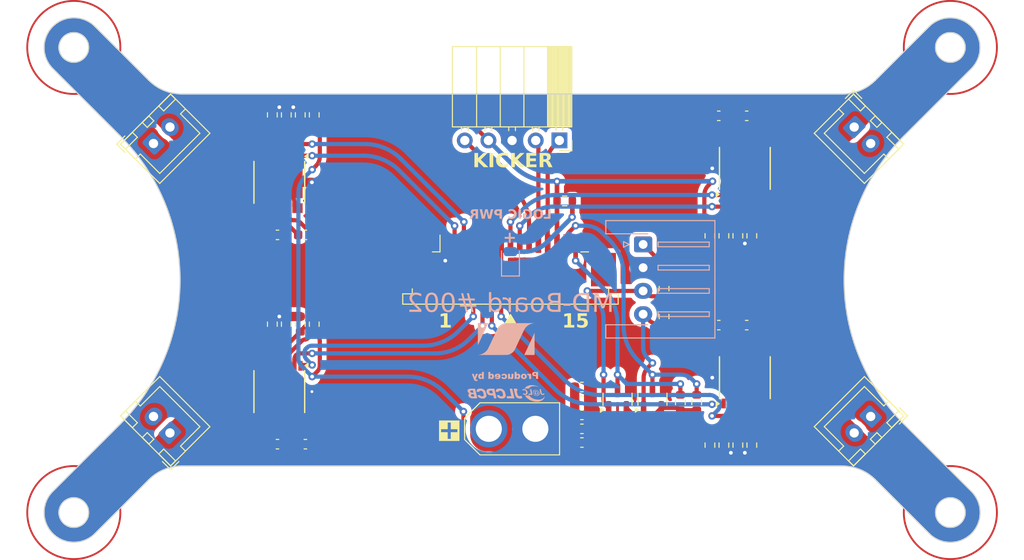
<source format=kicad_pcb>
(kicad_pcb (version 20240108) (generator "pcbnew") (generator_version "8.0")
  (layers (0 "F.Cu" signal) (31 "B.Cu" signal) (34 "B.Paste" user) (35 "F.Paste" user) (36 "B.SilkS" user "B.Silkscreen") (37 "F.SilkS" user "F.Silkscreen") (38 "B.Mask" user) (39 "F.Mask" user) (44 "Edge.Cuts" user))
  (net 0 "")
  (net 1 "Net-(U3-CPL)")
  (net 2 "Net-(U3-CPH)")
  (net 3 "Net-(U3-VCP)")
  (net 4 "GND")
  (net 5 "Net-(U2-CPL)")
  (net 6 "Net-(U2-CPH)")
  (net 7 "Net-(U2-VCP)")
  (net 8 "Net-(U4-CPL)")
  (net 9 "Net-(U4-CPH)")
  (net 10 "Net-(U4-VCP)")
  (net 11 "Net-(D1-A)")
  (net 12 "EN-1")
  (net 13 "PH-1")
  (net 14 "EN-2")
  (net 15 "PH-2")
  (net 16 "OUT2-1")
  (net 17 "OUT1-1")
  (net 18 "OUT1-2")
  (net 19 "OUT2-2")
  (net 20 "OUT2-3")
  (net 21 "OUT1-3")
  (net 22 "OUT1-4")
  (net 23 "OUT2-4")
  (net 24 "PH-4")
  (net 25 "EN-4")
  (net 26 "EN-3")
  (net 27 "PH-3")
  (net 28 "VREF-1")
  (net 29 "SLEEP-1")
  (net 30 "Net-(U3-IPROPI)")
  (net 31 "IMODE-1")
  (net 32 "Net-(U2-IPROPI)")
  (net 33 "VREF-2")
  (net 34 "IMODE-2")
  (net 35 "Net-(U4-IPROPI)")
  (net 36 "VREF-3")
  (net 37 "IMODE-3")
  (net 38 "VREF-4")
  (net 39 "IMODE-4")
  (net 43 "Net-(U1-CPL)")
  (net 44 "Net-(U1-CPH)")
  (net 45 "Net-(U1-VCP)")
  (net 46 "Net-(U1-IPROPI)")
  (net 48 "Line-MD-Main=TX_5V")
  (net 49 "+5V")
  (net 50 "Line-MD-Main=RX_5V")
  (net 51 "Line-MD-Main=RX_3.3V")
  (net 52 "Line-MD-Main=TX_3.3V")
  (net 53 "ball02k")
  (net 54 "ball01k")
  (net 55 "KickerSignal-main")
  (net 56 "VCC")
  (footprint "Resistor_SMD:R_0603_1608Metric" (layer "F.Cu") (at 24.25 -4.75 -90)
    (property "Reference" "R16" (hide yes))
    (property "Value" "2.49k")
  )
  (footprint "Resistor_SMD:R_0603_1608Metric" (layer "F.Cu") (at 21.25 17.75 -90)
    (property "Reference" "R13" (hide yes))
    (property "Value" "10k")
  )
  (footprint "@2024TOINIOT2-MD:JST_XH_B2B-XH-A_1x02_P2.50mm_Vertical" (layer "F.Cu") (at -37.62959 15.556349 135)
    (property "Reference" "J4" (hide yes))
    (property "Value" "Conn_01x02_Pin")
  )
  (footprint "Resistor_SMD:R_0603_1608Metric" (layer "F.Cu") (at 16.325 0.925 -90)
    (property "Reference" "R23" (hide yes))
    (property "Value" "10k")
  )
  (footprint "Capacitor_SMD:C_0603_1608Metric" (layer "F.Cu") (at 7.5 16 180)
    (property "Reference" "C4" (hide yes))
    (property "Value" "4.7u")
  )
  (footprint "Package_SO:HTSSOP-16-1EP_4.4x5mm_P0.65mm_EP3.4x5mm" (layer "F.Cu") (at -25 12 -90)
    (property "Reference" "U2" (hide yes))
    (property "Value" "~")
  )
  (footprint "Package_SO:HTSSOP-16-1EP_4.4x5mm_P0.65mm_EP3.4x5mm" (layer "F.Cu") (at -25 -10.5 -90)
    (property "Reference" "U1" (hide yes))
    (property "Value" "~")
  )
  (footprint "Capacitor_SMD:C_0603_1608Metric" (layer "F.Cu") (at -22.2 17.65 180)
    (property "Reference" "C9" (hide yes))
    (property "Value" "22n")
  )
  (footprint "Capacitor_SMD:C_0603_1608Metric" (layer "F.Cu") (at 7.5 14.5 180)
    (property "Reference" "C5" (hide yes))
    (property "Value" "50u")
  )
  (footprint "Capacitor_SMD:C_0603_1608Metric" (layer "F.Cu") (at 7.5 11.5 180)
    (property "Reference" "C8" (hide yes))
    (property "Value" "0.1u")
  )
  (footprint "Capacitor_SMD:C_0603_1608Metric" (layer "F.Cu") (at -25.2 17.65 180)
    (property "Reference" "C10" (hide yes))
    (property "Value" "220n")
  )
  (footprint "Resistor_SMD:R_0603_1608Metric" (layer "F.Cu") (at 22.75 17.75 -90)
    (property "Reference" "R14" (hide yes))
    (property "Value" "NP")
  )
  (footprint "Resistor_SMD:R_0603_1608Metric" (layer "F.Cu") (at 21.25 -4.75 -90)
    (property "Reference" "R17" (hide yes))
    (property "Value" "10k")
  )
  (footprint "Resistor_SMD:R_0603_1608Metric" (layer "F.Cu") (at 16.325 3.925 -90)
    (property "Reference" "R21" (hide yes))
    (property "Value" "10k")
  )
  (footprint "Resistor_SMD:R_0603_1608Metric" (layer "F.Cu") (at -25.75 -17.75 90)
    (property "Reference" "R7" (hide yes))
    (property "Value" "20k")
  )
  (footprint "Resistor_SMD:R_0603_1608Metric" (layer "F.Cu") (at 24.25 17.75 -90)
    (property "Reference" "R12" (hide yes))
    (property "Value" "2.49k")
  )
  (footprint "Package_TO_SOT_SMD:SOT-23" (layer "F.Cu") (at 15.075 12.8125 90)
    (property "Reference" "Q3" (hide yes))
    (property "Value" "NMOS")
  )
  (footprint "@2024TOINIOT2-MD:JST_XH_B2B-XH-A_1x02_P2.50mm_Vertical" (layer "F.Cu") (at 37.62959 -15.556349 -45)
    (property "Reference" "J6" (hide yes))
    (property "Value" "Conn_01x02_Pin")
  )
  (footprint "Resistor_SMD:R_0603_1608Metric" (layer "F.Cu") (at -24.25 4.75 90)
    (property "Reference" "R8" (hide yes))
    (property "Value" "2.49k")
  )
  (footprint "Capacitor_SMD:C_0603_1608Metric" (layer "F.Cu") (at 25.2 4.85)
    (property "Reference" "C12" (hide yes))
    (property "Value" "220n")
  )
  (footprint "Package_SO:HTSSOP-16-1EP_4.4x5mm_P0.65mm_EP3.4x5mm" (layer "F.Cu") (at 25 10.5 90)
    (property "Reference" "U3" (hide yes))
    (property "Value" "~")
  )
  (footprint "@2024TOINIOT2-MD:XT30U-M" (layer "F.Cu") (at 0 16)
    (property "Reference" "J7" (hide yes))
    (property "Value" "Conn_01x02_Pin")
  )
  (footprint "Capacitor_SMD:C_0603_1608Metric" (layer "F.Cu") (at 25.2 -17.65)
    (property "Reference" "C14" (hide yes))
    (property "Value" "220n")
  )
  (footprint "Resistor_SMD:R_0603_1608Metric" (layer "F.Cu") (at 22.75 -4.75 -90)
    (property "Reference" "R18" (hide yes))
    (property "Value" "NP")
  )
  (footprint "Resistor_SMD:R_0603_1608Metric" (layer "F.Cu") (at 25.75 17.75 -90)
    (property "Reference" "R15" (hide yes))
    (property "Value" "20k")
  )
  (footprint "Resistor_SMD:R_0603_1608Metric" (layer "F.Cu") (at -22.75 4.75 90)
    (property "Reference" "R10" (hide yes))
    (property "Value" "NP")
  )
  (footprint "Capacitor_SMD:C_0603_1608Metric" (layer "F.Cu") (at 7.5 17.47 180)
    (property "Reference" "C3" (hide yes))
    (property "Value" "4.7u")
  )
  (footprint "Resistor_SMD:R_0603_1608Metric" (layer "F.Cu") (at -24.25 -17.75 90)
    (property "Reference" "R4" (hide yes))
    (property "Value" "2.49k")
  )
  (footprint "Package_SO:HTSSOP-16-1EP_4.4x5mm_P0.65mm_EP3.4x5mm" (layer "F.Cu") (at 25 -12 90)
    (property "Reference" "U4" (hide yes))
    (property "Value" "~")
  )
  (footprint "Capacitor_SMD:C_0603_1608Metric" (layer "F.Cu") (at -22.2 -4.85 180)
    (property "Reference" "C1" (hide yes))
    (property "Value" "22n")
  )
  (footprint "Capacitor_SMD:C_0603_1608Metric" (layer "F.Cu") (at 22.2 4.85)
    (property "Reference" "C11" (hide yes))
    (property "Value" "22n")
  )
  (footprint "Resistor_SMD:R_0603_1608Metric" (layer "F.Cu") (at 25.75 -4.75 -90)
    (property "Reference" "R19" (hide yes))
    (property "Value" "20k")
  )
  (footprint "Resistor_SMD:R_0603_1608Metric" (layer "F.Cu") (at -25.75 4.75 90)
    (property "Reference" "R11" (hide yes))
    (property "Value" "20k")
  )
  (footprint "Capacitor_SMD:C_0603_1608Metric" (layer "F.Cu") (at 22.2 -17.65)
    (property "Reference" "C13" (hide yes))
    (property "Value" "22n")
  )
  (footprint "Resistor_SMD:R_0603_1608Metric" (layer "F.Cu") (at 5.65 -8.5)
    (property "Reference" "R1" (hide yes))
    (property "Value" "330")
  )
  (footprint "Connector_FFC-FPC:TE_1-84953-5_1x15-1MP_P1.0mm_Horizontal" (layer "F.Cu") (at -0.175 -2.1125)
    (property "Reference" "J8" (hide yes))
    (property "Value" "Conn_01x15_Pin")
  )
  (footprint "Resistor_SMD:R_0603_1608Metric" (layer "F.Cu") (at -21.25 -17.75 90)
    (property "Reference" "R3" (hide yes))
    (property "Value" "10k")
  )
  (footprint "Capacitor_SMD:C_0603_1608Metric" (layer "F.Cu") (at -25.2 -4.85 180)
    (property "Reference" "C2" (hide yes))
    (property "Value" "220n")
  )
  (footprint "Connector_PinSocket_2.54mm:PinSocket_1x05_P2.54mm_Horizontal" (layer "F.Cu") (at 5.08 -15 -90)
    (property "Reference" "J1" (hide yes))
    (property "Value" "Conn_01x05_Pin")
  )
  (footprint "Resistor_SMD:R_0603_1608Metric" (layer "F.Cu") (at -21.25 4.75 90)
    (property "Reference" "R9" (hide yes))
    (property "Value" "10k")
  )
  (footprint "@2024TOINIOT2-MD:JST_XH_B2B-XH-A_1x02_P2.50mm_Vertical" (layer "F.Cu") (at -37.62959 -15.556349 45)
    (property "Reference" "J3" (hide yes))
    (property "Value" "Conn_01x02_Pin")
  )
  (footprint "@2024TOINIOT2-MD:JST_XH_B2B-XH-A_1x02_P2.50mm_Vertical" (layer "F.Cu") (at 37.62959 15.556349 -135)
    (property "Reference" "J5" (hide yes))
    (property "Value" "Conn_01x02_Pin")
  )
  (footprint "Resistor_SMD:R_0603_1608Metric" (layer "F.Cu") (at 18.075 13.175 -90)
    (property "Reference" "R22" (hide yes))
    (property "Value" "10k")
  )
  (footprint "Package_TO_SOT_SMD:SOT-23" (layer "F.Cu") (at 11.325 12.8125 90)
    (property "Reference" "Q4" (hide yes))
    (property "Value" "NMOS")
  )
  (footprint "Resistor_SMD:R_0603_1608Metric" (layer "F.Cu") (at -22.75 -17.75 90)
    (property "Reference" "R6" (hide yes))
    (property "Value" "NP")
  )
  (footprint "Capacitor_SMD:C_0603_1608Metric" (layer "F.Cu") (at 7.5 13 180)
    (property "Reference" "C7" (hide yes))
    (property "Value" "0.1u")
  )
  (footprint "Resistor_SMD:R_0603_1608Metric" (layer "F.Cu") (at 19.825 13.175 -90)
    (property "Reference" "R20" (hide yes))
    (property "Value" "10k")
  )
  (footprint "Connector_JST:JST_XH_S4B-XH-A-1_1x04_P2.50mm_Horizontal" (layer "B.Cu") (at 14.075 -3.825 -90)
    (property "Reference" "J2" (hide yes))
    (property "Value" "Conn_01x04_Pin")
  )
  (footprint "LED_SMD:LED_0805_2012Metric" (layer "B.Cu") (at -0.175 -2.1125 90)
    (property "Reference" "D1" (hide yes))
    (property "Value" "PWR")
  )
  (gr_circle (center 47.073241 25) (end 47.073241 30) (stroke (width 0.2)) (fill none) (layer "F.Cu"))
  (gr_circle (center -47.073241 25) (end -47.073241 20) (stroke (width 0.2)) (fill none) (layer "F.Cu"))
  (gr_circle (center 47.073241 -25) (end 47.073241 -30) (stroke (width 0.2)) (fill none) (layer "F.Cu"))
  (gr_circle (center -47.073241 -25) (end -47.073241 -20) (stroke (width 0.2)) (fill none) (layer "F.Cu"))
  (gr_poly (pts (xy -0.125561 11.677605) (xy -0.148422 11.678094) (xy -0.170532 11.679062) (xy -0.191241 11.680505) (xy -0.209897 11.682417) (xy -0.22585 11.684794) (xy -0.238447 11.687632) (xy -0.243285 11.689222) (xy -0.247039 11.690926) (xy -0.249629 11.692742) (xy -0.250974 11.69467) (xy -0.250385 11.705173) (xy -0.246459 11.729281) (xy -0.229939 11.812013) (xy -0.204093 11.930265) (xy -0.171599 12.071437) (xy -0.138145 12.214147) (xy -0.123657 12.278196) (xy -0.111141 12.335227) (xy -0.100957 12.383625) (xy -0.093464 12.421778) (xy -0.089022 12.448075) (xy -0.088057 12.456274) (xy -0.08799 12.460904) (xy -0.091165 12.48842) (xy -0.330349 12.491595) (xy -0.394564 12.492453) (xy -0.447394 12.493497) (xy -0.469857 12.494116) (xy -0.489855 12.494814) (xy -0.507516 12.495602) (xy -0.522965 12.49649) (xy -0.536331 12.49749) (xy -0.547741 12.498613) (xy -0.557321 12.499869) (xy -0.565199 12.501269) (xy -0.56854 12.502027) (xy -0.571502 12.502824) (xy -0.574103 12.503663) (xy -0.576357 12.504545) (xy -0.578282 12.505472) (xy -0.579892 12.506443) (xy -0.581203 12.507462) (xy -0.582232 12.508529) (xy -0.583869 12.510731) (xy -0.585204 12.513394) (xy -0.586236 12.516561) (xy -0.586961 12.520269) (xy -0.587376 12.524561) (xy -0.587478 12.529476) (xy -0.587264 12.535055) (xy -0.58673 12.541337) (xy -0.585874 12.548363) (xy -0.584692 12.556174) (xy -0.581339 12.574311) (xy -0.576647 12.596069) (xy -0.570591 12.62177) (xy -0.546249 12.721254) (xy -0.151491 12.724429) (xy -0.04093 12.725014) (xy 0.04779 12.72514) (xy 0.08467 12.725011) (xy 0.11694 12.724745) (xy 0.144885 12.724333) (xy 0.168788 12.723767) (xy 0.188933 12.72304) (xy 0.205604 12.722145) (xy 0.219085 12.721072) (xy 0.229659 12.719815) (xy 0.233944 12.719115) (xy 0.237609 12.718366) (xy 0.24069 12.717567) (xy 0.24322 12.716716) (xy 0.245238 12.715814) (xy 0.246776 12.714859) (xy 0.247872 12.713851) (xy 0.24856 12.712787) (xy 0.248813 12.709859) (xy 0.248403 12.704343) (xy 0.245715 12.686114) (xy 0.240746 12.659227) (xy 0.233743 12.624813) (xy 0.214627 12.537914) (xy 0.190351 12.434445) (xy 0.071818 11.938087) (xy 0.060751 11.891028) (xy 0.049957 11.846574) (xy 0.039708 11.805742) (xy 0.030278 11.769547) (xy 0.02194 11.739009) (xy 0.014965 11.715142) (xy 0.009628 11.698966) (xy 0.007659 11.694079) (xy 0.006201 11.691495) (xy 0.004088 11.689675) (xy 0.000778 11.687985) (xy -0.009103 11.68499) (xy -0.022793 11.682508) (xy -0.039638 11.680532) (xy -0.058989 11.679058) (xy -0.080194 11.678082) (xy -0.102602 11.677599)) (stroke (width -0.000001)) (fill solid) (layer "B.SilkS"))
  (gr_poly (pts (xy 1.254877 10.07541) (xy 1.235332 10.076356) (xy 1.216096 10.078185) (xy 1.197215 10.080882) (xy 1.178737 10.084433) (xy 1.16071 10.088823) (xy 1.143181 10.094038) (xy 1.126198 10.100063) (xy 1.109808 10.106884) (xy 1.094059 10.114486) (xy 1.078998 10.122856) (xy 1.064673 10.131977) (xy 1.051131 10.141837) (xy 1.03842 10.15242) (xy 1.026588 10.163712) (xy 1.016217 10.175127) (xy 1.006663 10.187118) (xy 0.997922 10.199642) (xy 0.989988 10.212654) (xy 0.982855 10.22611) (xy 0.97652 10.239967) (xy 0.970976 10.254181) (xy 0.966219 10.268707) (xy 0.962243 10.283502) (xy 0.959044 10.298522) (xy 0.956615 10.313722) (xy 0.954952 10.32906) (xy 0.95405 10.34449) (xy 0.953904 10.35997) (xy 0.954507 10.375454) (xy 0.955856 10.3909) (xy 0.957945 10.406264) (xy 0.960769 10.4215) (xy 0.964322 10.436567) (xy 0.9686 10.451418) (xy 0.973598 10.466012) (xy 0.979309 10.480303) (xy 0.98573 10.494248) (xy 0.992854 10.507802) (xy 1.000677 10.520923) (xy 1.009193 10.533565) (xy 1.018398 10.545686) (xy 1.028286 10.557241) (xy 1.038852 10.568186) (xy 1.050091 10.578477) (xy 1.061997 10.588071) (xy 1.074566 10.596923) (xy 1.089455 10.605651) (xy 1.105708 10.613568) (xy 1.123166 10.620656) (xy 1.141671 10.626898) (xy 1.161065 10.632275) (xy 1.181189 10.636771) (xy 1.201886 10.640368) (xy 1.222997 10.643048) (xy 1.244365 10.644794) (xy 1.265831 10.645588) (xy 1.287237 10.645413) (xy 1.308424 10.64425) (xy 1.329236 10.642083) (xy 1.349513 10.638894) (xy 1.369098 10.634664) (xy 1.387832 10.629378) (xy 1.40043 10.625021) (xy 1.412683 10.620161) (xy 1.424584 10.614814) (xy 1.436124 10.608991) (xy 1.447294 10.602709) (xy 1.458086 10.595982) (xy 1.468489 10.588823) (xy 1.478496 10.581246) (xy 1.488098 10.573266) (xy 1.497287 10.564898) (xy 1.506052 10.556155) (xy 1.514386 10.547051) (xy 1.52228 10.537602) (xy 1.529724 10.52782) (xy 1.536711 10.51772) (xy 1.543231 10.507317) (xy 1.549276 10.496625) (xy 1.554836 10.485657) (xy 1.559904 10.474428) (xy 1.564469 10.462953) (xy 1.568525 10.451245) (xy 1.57206 10.439318) (xy 1.575068 10.427188) (xy 1.577539 10.414867) (xy 1.579464 10.402371) (xy 1.580834 10.389714) (xy 1.581642 10.376909) (xy 1.58186 10.364883) (xy 1.3694 10.364883) (xy 1.369131 10.376984) (xy 1.36839 10.388915) (xy 1.367175 10.400529) (xy 1.365486 10.411681) (xy 1.363322 10.422226) (xy 1.360681 10.432017) (xy 1.357563 10.440909) (xy 1.353966 10.448756) (xy 1.350222 10.455296) (xy 1.346149 10.461422) (xy 1.341769 10.467135) (xy 1.337104 10.472432) (xy 1.332177 10.477315) (xy 1.327009 10.481782) (xy 1.321624 10.485833) (xy 1.316042 10.489469) (xy 1.310287 10.492688) (xy 1.304381 10.49549) (xy 1.298345 10.497874) (xy 1.292202 10.499841) (xy 1.285975 10.50139) (xy 1.279685 10.502521) (xy 1.273355 10.503232) (xy 1.267006 10.503525) (xy 1.260662 10.503398) (xy 1.254344 10.50285) (xy 1.248075 10.501883) (xy 1.241876 10.500494) (xy 1.235771 10.498685) (xy 1.229781 10.496454) (xy 1.223928 10.493801) (xy 1.218235 10.490726) (xy 1.212724 10.487228) (xy 1.207416 10.483306) (xy 1.202336 10.478962) (xy 1.197504 10.474193) (xy 1.192942 10.469) (xy 1.188674 10.463383) (xy 1.184721 10.457341) (xy 1.181105 10.450873) (xy 1.179078 10.446666) (xy 1.177226 10.442483) (xy 1.175541 10.438284) (xy 1.174016 10.434028) (xy 1.172645 10.429672) (xy 1.171419 10.425175) (xy 1.170331 10.420497) (xy 1.169375 10.415595) (xy 1.168543 10.410429) (xy 1.167827 10.404956) (xy 1.167222 10.399137) (xy 1.166718 10.392929) (xy 1.165989 10.379182) (xy 1.165583 10.363384) (xy 1.16575 10.351066) (xy 1.166262 10.33949) (xy 1.167131 10.328618) (xy 1.168372 10.318416) (xy 1.169135 10.313554) (xy 1.169997 10.308845) (xy 1.170957 10.304286) (xy 1.172019 10.299871) (xy 1.173184 10.295597) (xy 1.174453 10.291458) (xy 1.175829 10.287449) (xy 1.177312 10.283568) (xy 1.178905 10.279808) (xy 1.18061 10.276166) (xy 1.182427 10.272636) (xy 1.184358 10.269216) (xy 1.186406 10.265898) (xy 1.188572 10.262681) (xy 1.190858 10.259558) (xy 1.193265 10.256525) (xy 1.195794 10.253578) (xy 1.198449 10.250713) (xy 1.20123 10.247924) (xy 1.204139 10.245207) (xy 1.207177 10.242558) (xy 1.210347 10.239973) (xy 1.21365 10.237446) (xy 1.217088 10.234973) (xy 1.221562 10.232147) (xy 1.226114 10.22962) (xy 1.230734 10.227389) (xy 1.235415 10.225452) (xy 1.240147 10.223806) (xy 1.244921 10.222448) (xy 1.249728 10.221376) (xy 1.25456 10.220586) (xy 1.259407 10.220076) (xy 1.264261 10.219844) (xy 1.269113 10.219887) (xy 1.273953 10.220201) (xy 1.278773 10.220785) (xy 1.283564 10.221636) (xy 1.288317 10.22275) (xy 1.293024 10.224125) (xy 1.297674 10.225758) (xy 1.30226 10.227648) (xy 1.306772 10.22979) (xy 1.311201 10.232182) (xy 1.315539 10.234822) (xy 1.319777 10.237707) (xy 1.323905 10.240834) (xy 1.327916 10.2442) (xy 1.331799 10.247803) (xy 1.335546 10.25164) (xy 1.339148 10.255708) (xy 1.342596 10.260005) (xy 1.345881 10.264527) (xy 1.348995 10.269273) (xy 1.351928 10.274239) (xy 1.354672 10.279423) (xy 1.358144 10.287642) (xy 1.361152 10.296856) (xy 1.363696 10.30692) (xy 1.365773 10.317688) (xy 1.367383 10.329014) (xy 1.368525 10.340752) (xy 1.369198 10.352757) (xy 1.3694 10.364883) (xy 1.58186 10.364883) (xy 1.581877 10.363971) (xy 1.581531 10.350914) (xy 1.580596 10.337753) (xy 1.579062 10.324501) (xy 1.576921 10.311173) (xy 1.57437 10.298548) (xy 1.571349 10.28621) (xy 1.567866 10.274164) (xy 1.563927 10.262415) (xy 1.559538 10.250969) (xy 1.554706 10.239831) (xy 1.549437 10.229007) (xy 1.543738 10.218502) (xy 1.537616 10.208322) (xy 1.531076 10.198472) (xy 1.524125 10.188957) (xy 1.51677 10.179782) (xy 1.509017 10.170954) (xy 1.500873 10.162478) (xy 1.492343 10.154359) (xy 1.483435 10.146602) (xy 1.474155 10.139213) (xy 1.46451 10.132198) (xy 1.444148 10.119308) (xy 1.4224 10.107978) (xy 1.39932 10.098249) (xy 1.374958 10.090166) (xy 1.349366 10.083772) (xy 1.322596 10.079109) (xy 1.294699 10.076223) (xy 1.274682 10.07536)) (stroke (width -0.000001)) (fill solid) (layer "B.SilkS"))
  (gr_poly (pts (xy 2.488654 11.817212) (xy 2.471173 11.817748) (xy 2.454325 11.818776) (xy 2.438295 11.820307) (xy 2.423269 11.82235) (xy 2.409434 11.824918) (xy 2.396976 11.82802) (xy 2.386981 11.830961) (xy 2.37724 11.834223) (xy 2.36776 11.837795) (xy 2.358548 11.841671) (xy 2.349609 11.845842) (xy 2.34095 11.850298) (xy 2.332577 11.855032) (xy 2.324497 11.860035) (xy 2.316716 11.865298) (xy 2.309241 11.870814) (xy 2.302078 11.876572) (xy 2.295234 11.882566) (xy 2.288714 11.888786) (xy 2.282525 11.895223) (xy 2.276674 11.90187) (xy 2.271167 11.908718) (xy 2.26601 11.915758) (xy 2.26121 11.922982) (xy 2.256773 11.930381) (xy 2.252706 11.937946) (xy 2.249015 11.94567) (xy 2.245706 11.953543) (xy 2.242785 11.961558) (xy 2.24026 11.969705) (xy 2.238137 11.977976) (xy 2.236421 11.986362) (xy 2.23512 11.994856) (xy 2.234239 12.003447) (xy 2.233785 12.012129) (xy 2.233765 12.020892) (xy 2.234185 12.029728) (xy 2.235051 12.038629) (xy 2.236826 12.051249) (xy 2.239164 12.063703) (xy 2.242054 12.075977) (xy 2.245482 12.08806) (xy 2.249435 12.09994) (xy 2.253901 12.111606) (xy 2.258867 12.123044) (xy 2.264321 12.134242) (xy 2.270249 12.14519) (xy 2.276638 12.155875) (xy 2.283476 12.166284) (xy 2.29075 12.176406) (xy 2.298448 12.186229) (xy 2.306555 12.195741) (xy 2.323951 12.213783) (xy 2.342835 12.230436) (xy 2.363105 12.245603) (xy 2.384659 12.259189) (xy 2.407394 12.271098) (xy 2.419173 12.276394) (xy 2.431208 12.281233) (xy 2.443488 12.285606) (xy 2.455999 12.289499) (xy 2.468729 12.292901) (xy 2.481664 12.295799) (xy 2.494793 12.298182) (xy 2.508101 12.300037) (xy 2.516245 12.300941) (xy 2.523646 12.301662) (xy 2.530351 12.30219) (xy 2.536412 12.302517) (xy 2.539216 12.302603) (xy 2.541877 12.302634) (xy 2.544402 12.30261) (xy 2.546797 12.30253) (xy 2.549067 12.302392) (xy 2.55122 12.302197) (xy 2.553261 12.301941) (xy 2.555197 12.301625) (xy 2.557034 12.301246) (xy 2.558777 12.300804) (xy 2.560434 12.300298) (xy 2.56201 12.299727) (xy 2.563512 12.299089) (xy 2.564945 12.298383) (xy 2.566317 12.297608) (xy 2.567633 12.296763) (xy 2.568899 12.295846) (xy 2.570121 12.294858) (xy 2.571307 12.293795) (xy 2.572461 12.292658) (xy 2.573591 12.291444) (xy 2.574702 12.290154) (xy 2.575801 12.288785) (xy 2.576893 12.287337) (xy 2.579174 12.284349) (xy 2.581302 12.281735) (xy 2.583346 12.2795) (xy 2.585376 12.277647) (xy 2.586408 12.276864) (xy 2.587462 12.276177) (xy 2.588548 12.275588) (xy 2.589674 12.275096) (xy 2.590848 12.274701) (xy 2.59208 12.274405) (xy 2.593379 12.274207) (xy 2.594752 12.274108) (xy 2.59621 12.274108) (xy 2.597759 12.274208) (xy 2.601171 12.274707) (xy 2.605056 12.27561) (xy 2.609486 12.276919) (xy 2.61453 12.278637) (xy 2.620258 12.280768) (xy 2.634043 12.286279) (xy 2.646102 12.29088) (xy 2.65769 12.29476) (xy 2.668832 12.297918) (xy 2.679551 12.300351) (xy 2.689874 12.302059) (xy 2.694895 12.302641) (xy 2.699825 12.30304) (xy 2.704669 12.303258) (xy 2.709429 12.303293) (xy 2.714108 12.303145) (xy 2.71871 12.302815) (xy 2.723237 12.302302) (xy 2.727693 12.301606) (xy 2.732081 12.300726) (xy 2.736404 12.299663) (xy 2.740664 12.298416) (xy 2.744866 12.296985) (xy 2.749012 12.29537) (xy 2.753106 12.293571) (xy 2.757149 12.291588) (xy 2.761146 12.289419) (xy 2.7651 12.287066) (xy 2.769014 12.284528) (xy 2.77289 12.281804) (xy 2.776732 12.278895) (xy 2.784326 12.27252) (xy 2.789776 12.26756) (xy 2.794635 12.262948) (xy 2.798932 12.258612) (xy 2.802698 12.254479) (xy 2.805962 12.250476) (xy 2.808753 12.246531) (xy 2.8111 12.24257) (xy 2.812117 12.240562) (xy 2.813034 12.238521) (xy 2.813854 12.236441) (xy 2.814583 12.234311) (xy 2.815777 12.229867) (xy 2.816645 12.225115) (xy 2.817217 12.219984) (xy 2.817523 12.2144) (xy 2.817591 12.208291) (xy 2.817452 12.201583) (xy 2.817135 12.194204) (xy 2.816643 12.186795) (xy 2.729293 12.186795) (xy 2.729104 12.195357) (xy 2.728524 12.203197) (xy 2.728082 12.206855) (xy 2.727535 12.21034) (xy 2.726881 12.213658) (xy 2.726118 12.216809) (xy 2.725243 12.219798) (xy 2.724255 12.222626) (xy 2.72315 12.225298) (xy 2.721926 12.227816) (xy 2.720582 12.230183) (xy 2.719114 12.232401) (xy 2.71752 12.234474) (xy 2.715799 12.236405) (xy 2.713948 12.238196) (xy 2.711964 12.23985) (xy 2.709845 12.241371) (xy 2.707589 12.242761) (xy 2.705193 12.244023) (xy 2.702656 12.24516) (xy 2.699974 12.246175) (xy 2.697146 12.247071) (xy 2.694169 12.24785) (xy 2.691041 12.248516) (xy 2.687759 12.249072) (xy 2.684322 12.24952) (xy 2.676971 12.250105) (xy 2.668968 12.250295) (xy 2.662761 12.249995) (xy 2.656455 12.249111) (xy 2.65007 12.247666) (xy 2.643626 12.245684) (xy 2.637141 12.243187) (xy 2.630635 12.240201) (xy 2.624128 12.236747) (xy 2.617639 12.232849) (xy 2.604791 12.223818) (xy 2.592247 12.213293) (xy 2.580162 12.201463) (xy 2.568691 12.188515) (xy 2.557989 12.174637) (xy 2.54821 12.160017) (xy 2.539511 12.144841) (xy 2.532046 12.129298) (xy 2.52597 12.113575) (xy 2.523501 12.105705) (xy 2.521438 12.09786) (xy 2.519799 12.090064) (xy 2.518605 12.08234) (xy 2.517874 12.074712) (xy 2.517626 12.067204) (xy 2.517699 12.063425) (xy 2.517912 12.059646) (xy 2.518254 12.055893) (xy 2.518718 12.052189) (xy 2.519293 12.048559) (xy 2.51997 12.045028) (xy 2.520741 12.041622) (xy 2.521595 12.038364) (xy 2.522524 12.03528) (xy 2.523517 12.032394) (xy 2.524567 12.029732) (xy 2.525663 12.027318) (xy 2.526796 12.025176) (xy 2.527957 12.023332) (xy 2.528546 12.02253) (xy 2.529137 12.021811) (xy 2.529731 12.021179) (xy 2.530326 12.020637) (xy 2.537412 12.015746) (xy 2.544758 12.011771) (xy 2.552332 12.008686) (xy 2.560102 12.006463) (xy 2.568038 12.005077) (xy 2.576107 12.004501) (xy 2.584278 12.004708) (xy 2.59252 12.005671) (xy 2.6008 12.007365) (xy 2.609088 12.009763) (xy 2.617351 12.012838) (xy 2.625558 12.016563) (xy 2.633677 12.020912) (xy 2.641677 12.025859) (xy 2.649527 12.031376) (xy 2.657194 12.037438) (xy 2.664647 12.044018) (xy 2.671855 12.051089) (xy 2.678785 12.058624) (xy 2.685407 12.066598) (xy 2.691689 12.074983) (xy 2.697599 12.083754) (xy 2.703105 12.092883) (xy 2.708176 12.102344) (xy 2.71278 12.11211) (xy 2.716887 12.122155) (xy 2.720463 12.132453) (xy 2.723478 12.142976) (xy 2.7259 12.153698) (xy 2.727698 12.164593) (xy 2.728839 12.175635) (xy 2.729293 12.186795) (xy 2.816643 12.186795) (xy 2.816391 12.182993) (xy 2.81497 12.171798) (xy 2.812894 12.160641) (xy 2.810187 12.149545) (xy 2.806872 12.138532) (xy 2.80297 12.127624) (xy 2.798507 12.116844) (xy 2.793504 12.106213) (xy 2.787985 12.095755) (xy 2.781973 12.085491) (xy 2.77549 12.075443) (xy 2.768561 12.065635) (xy 2.761207 12.056088) (xy 2.753453 12.046824) (xy 2.745321 12.037866) (xy 2.736834 12.029236) (xy 2.728015 12.020956) (xy 2.718887 12.01305) (xy 2.709474 12.005538) (xy 2.699798 11.998443) (xy 2.689883 11.991788) (xy 2.679751 11.985594) (xy 2.669426 11.979885) (xy 2.65893 11.974682) (xy 2.648288 11.970008) (xy 2.637521 11.965885) (xy 2.626652 11.962334) (xy 2.615706 11.95938) (xy 2.604705 11.957043) (xy 2.593672 11.955346) (xy 2.582629 11.954312) (xy 2.571601 11.953962) (xy 2.567016 11.95406) (xy 2.562403 11.954346) (xy 2.557784 11.954813) (xy 2.55318 11.95545) (xy 2.548613 11.956249) (xy 2.544105 11.957199) (xy 2.539678 11.958292) (xy 2.535353 11.959518) (xy 2.531153 11.960869) (xy 2.527098 11.962334) (xy 2.52321 11.963904) (xy 2.519511 11.965571) (xy 2.516024 11.967324) (xy 2.512769 11.969155) (xy 2.509768 11.971054) (xy 2.507043 11.973012) (xy 2.502742 11.976361) (xy 2.498926 11.979263) (xy 2.495534 11.981718) (xy 2.493979 11.982779) (xy 2.492507 11.983728) (xy 2.491112 11.984565) (xy 2.489784 11.98529) (xy 2.488518 11.985904) (xy 2.487305 11.986406) (xy 2.486137 11.986797) (xy 2.485008 11.987076) (xy 2.483909 11.987244) (xy 2.482834 11.987299) (xy 2.481773 11.987244) (xy 2.480721 11.987076) (xy 2.47967 11.986797) (xy 2.478611 11.986406) (xy 2.477537 11.985904) (xy 2.476441 11.98529) (xy 2.475315 11.984565) (xy 2.474152 11.983728) (xy 2.472944 11.982779) (xy 2.471683 11.981718) (xy 2.468974 11.979263) (xy 2.465964 11.976361) (xy 2.462593 11.973012) (xy 2.460463 11.971054) (xy 2.458058 11.969155) (xy 2.455398 11.967324) (xy 2.452506 11.965571) (xy 2.449403 11.963904) (xy 2.44611 11.962334) (xy 2.44265 11.960869) (xy 2.439045 11.959518) (xy 2.435316 11.958292) (xy 2.431484 11.957199) (xy 2.427571 11.956249) (xy 2.4236 11.95545) (xy 2.419591 11.954813) (xy 2.415567 11.954346) (xy 2.41155 11.95406) (xy 2.40756 11.953962) (xy 2.370518 11.953962) (xy 2.428726 12.085195) (xy 2.440298 12.11204) (xy 2.451051 12.137434) (xy 2.460762 12.160819) (xy 2.469208 12.181636) (xy 2.476165 12.199328) (xy 2.481411 12.213336) (xy 2.484723 12.223103) (xy 2.485583 12.226222) (xy 2.485876 12.22807) (xy 2.485766 12.229509) (xy 2.48544 12.230848) (xy 2.484907 12.232089) (xy 2.484173 12.23323) (xy 2.483247 12.234271) (xy 2.482137 12.235214) (xy 2.48085 12.236057) (xy 2.479394 12.236802) (xy 2.477777 12.237446) (xy 2.476006 12.237992) (xy 2.472035 12.238786) (xy 2.467544 12.239183) (xy 2.462593 12.239183) (xy 2.457246 12.238786) (xy 2.451563 12.237992) (xy 2.445608 12.236802) (xy 2.439442 12.235214) (xy 2.433127 12.23323) (xy 2.426725 12.230848) (xy 2.420299 12.22807) (xy 2.41391 12.224895) (xy 2.404823 12.219775) (xy 2.396026 12.214154) (xy 2.387528 12.20806) (xy 2.379338 12.201521) (xy 2.371467 12.194563) (xy 2.363924 12.187214) (xy 2.35672 12.1795) (xy 2.349864 12.171449) (xy 2.343366 12.163089) (xy 2.337236 12.154445) (xy 2.32612 12.136417) (xy 2.316594 12.117583) (xy 2.308738 12.09816) (xy 2.30263 12.078365) (xy 2.300257 12.068395) (xy 2.298351 12.058415) (xy 2.296921 12.048449) (xy 2.295978 12.038526) (xy 2.295532 12.028673) (xy 2.295591 12.018917) (xy 2.296167 12.009285) (xy 2.297269 11.999804) (xy 2.298908 11.990501) (xy 2.301092 11.981404) (xy 2.303832 11.97254) (xy 2.307137 11.963935) (xy 2.311018 11.955616) (xy 2.315485 11.947612) (xy 2.317885 11.944156) (xy 2.320698 11.940555) (xy 2.323889 11.936836) (xy 2.327424 11.933027) (xy 2.331269 11.929156) (xy 2.33539 11.925251) (xy 2.339753 11.921339) (xy 2.344324 11.917449) (xy 2.349069 11.913609) (xy 2.353953 11.909847) (xy 2.358942 11.90619) (xy 2.364003 11.902666) (xy 2.369101 11.899303) (xy 2.374202 11.89613) (xy 2.379271 11.893173) (xy 2.384276 11.890462) (xy 2.399291 11.88374) (xy 2.406359 11.880965) (xy 2.413314 11.878556) (xy 2.420295 11.876494) (xy 2.427436 11.874761) (xy 2.434876 11.873337) (xy 2.442749 11.872206) (xy 2.451193 11.871347) (xy 2.460344 11.870742) (xy 2.470338 11.870373) (xy 2.481312 11.870221) (xy 2.506745 11.870494) (xy 2.537735 11.871412) (xy 2.569681 11.872663) (xy 2.583399 11.8734) (xy 2.59586 11.874273) (xy 2.607249 11.875325) (xy 2.617748 11.876602) (xy 2.627544 11.878149) (xy 2.636821 11.880011) (xy 2.645763 11.882232) (xy 2.654554 11.884858) (xy 2.66338 11.887934) (xy 2.672424 11.891504) (xy 2.681871 11.895613) (xy 2.691906 11.900307) (xy 2.702713 11.905631) (xy 2.714476 11.911629) (xy 2.735555 11.923315) (xy 2.755509 11.936115) (xy 2.774308 11.949975) (xy 2.791917 11.964843) (xy 2.808304 11.980666) (xy 2.823437 11.997391) (xy 2.837284 12.014966) (xy 2.849811 12.033337) (xy 2.860986 12.052453) (xy 2.870777 12.07226) (xy 2.879151 12.092705) (xy 2.886075 12.113737) (xy 2.891517 12.135302) (xy 2.895445 12.157348) (xy 2.897826 12.179822) (xy 2.898626 12.20267) (xy 2.898459 12.211311) (xy 2.897958 12.219772) (xy 2.897125 12.22805) (xy 2.89596 12.236144) (xy 2.894465 12.244054) (xy 2.892641 12.251779) (xy 2.890489 12.259317) (xy 2.88801 12.266666) (xy 2.885206 12.273827) (xy 2.882077 12.280797) (xy 2.878625 12.287576) (xy 2.874851 12.294162) (xy 2.870756 12.300555) (xy 2.866341 12.306752) (xy 2.861608 12.312754) (xy 2.856558 12.318558) (xy 2.851191 12.324163) (xy 2.845509 12.32957) (xy 2.839513 12.334775) (xy 2.833204 12.339778) (xy 2.826584 12.344579) (xy 2.819653 12.349175) (xy 2.812413 12.353565) (xy 2.804865 12.357749) (xy 2.788849 12.365493) (xy 2.771614 12.372396) (xy 2.75317 12.37845) (xy 2.733526 12.383645) (xy 2.710396 12.388471) (xy 2.687092 12.39224) (xy 2.663689 12.394961) (xy 2.640261 12.396643) (xy 2.616882 12.397296) (xy 2.593628 12.396928) (xy 2.570572 12.39555) (xy 2.547789 12.39317) (xy 2.525353 12.389798) (xy 2.503339 12.385444) (xy 2.481821 12.380115) (xy 2.460873 12.373823) (xy 2.440571 12.366575) (xy 2.420987 12.358382) (xy 2.402198 12.349252) (xy 2.384276 12.339195) (xy 2.378058 12.335478) (xy 2.371735 12.331876) (xy 2.365354 12.328408) (xy 2.358959 12.32509) (xy 2.352595 12.321939) (xy 2.346307 12.318973) (xy 2.340139 12.316209) (xy 2.334138 12.313663) (xy 2.328347 12.311353) (xy 2.322812 12.309295) (xy 2.317578 12.307508) (xy 2.31269 12.306007) (xy 2.308192 12.30481) (xy 2.30413 12.303933) (xy 2.300549 12.303395) (xy 2.297493 12.303212) (xy 2.269976 12.303212) (xy 2.304901 12.339195) (xy 2.31464 12.348629) (xy 2.325175 12.357678) (xy 2.348473 12.374596) (xy 2.374472 12.389895) (xy 2.402847 12.403522) (xy 2.433275 12.415426) (xy 2.465431 12.425553) (xy 2.498992 12.433851) (xy 2.533634 12.440266) (xy 2.569032 12.444747) (xy 2.604862 12.44724) (xy 2.640801 12.447694) (xy 2.676525 12.446054) (xy 2.711709 12.442269) (xy 2.74603 12.436285) (xy 2.779163 12.42805) (xy 2.810785 12.417512) (xy 2.820281 12.413777) (xy 2.829517 12.409723) (xy 2.84719 12.400688) (xy 2.863758 12.390479) (xy 2.879179 12.379164) (xy 2.89341 12.366814) (xy 2.906407 12.353497) (xy 2.918126 12.339285) (xy 2.928524 12.324246) (xy 2.937558 12.308451) (xy 2.945185 12.291969) (xy 2.948456 12.283493) (xy 2.95136 12.27487) (xy 2.95389 12.266111) (xy 2.956041 12.257224) (xy 2.957807 12.248218) (xy 2.959184 12.2391) (xy 2.960165 12.229881) (xy 2.960746 12.220569) (xy 2.96092 12.211172) (xy 2.960683 12.2017) (xy 2.960028 12.19216) (xy 2.958951 12.182562) (xy 2.953576 12.152061) (xy 2.946208 12.122504) (xy 2.93689 12.093942) (xy 2.925663 12.066426) (xy 2.91257 12.040009) (xy 2.897653 12.01474) (xy 2.880952 11.990671) (xy 2.862511 11.967853) (xy 2.84237 11.946337) (xy 2.820572 11.926175) (xy 2.797159 11.907417) (xy 2.772172 11.890115) (xy 2.745653 11.87432) (xy 2.717645 11.860082) (xy 2.688189 11.847455) (xy 2.657326 11.836487) (xy 2.643752 11.832706) (xy 2.62895 11.829308) (xy 2.613106 11.826304) (xy 2.596406 11.823704) (xy 2.579037 11.82152) (xy 2.561183 11.819762) (xy 2.543033 11.818442) (xy 2.52477 11.817569) (xy 2.506582 11.817156)) (stroke (width -0.000001)) (fill solid) (layer "B.SilkS"))
  (gr_poly (pts (xy 2.555527 9.882195) (xy 2.314227 9.884312) (xy 2.275422 9.902656) (xy 2.266707 9.906897) (xy 2.258294 9.911413) (xy 2.250184 9.916201) (xy 2.242382 9.921254) (xy 2.234889 9.926568) (xy 2.22771 9.932136) (xy 2.220847 9.937955) (xy 2.214303 9.944019) (xy 2.208081 9.950323) (xy 2.202186 9.956861) (xy 2.196619 9.963629) (xy 2.191383 9.970621) (xy 2.186483 9.977832) (xy 2.18192 9.985257) (xy 2.177699 9.992891) (xy 2.173822 10.000728) (xy 2.169741 10.010318) (xy 2.168 10.015073) (xy 2.166446 10.0199) (xy 2.16507 10.024871) (xy 2.163862 10.03006) (xy 2.162814 10.03554) (xy 2.161915 10.041386) (xy 2.161157 10.04767) (xy 2.16053 10.054465) (xy 2.159633 10.069884) (xy 2.15915 10.08823) (xy 2.159005 10.110089) (xy 2.159123 10.132737) (xy 2.159293 10.142535) (xy 2.159556 10.151442) (xy 2.159926 10.15955) (xy 2.160419 10.166954) (xy 2.161048 10.173749) (xy 2.161827 10.180028) (xy 2.162772 10.185885) (xy 2.163897 10.191414) (xy 2.165216 10.19671) (xy 2.166744 10.201867) (xy 2.168495 10.206978) (xy 2.170484 10.212137) (xy 2.172725 10.217439) (xy 2.175233 10.222978) (xy 2.183869 10.240025) (xy 2.193423 10.255731) (xy 2.203969 10.270132) (xy 2.215582 10.283259) (xy 2.228335 10.295146) (xy 2.242305 10.305826) (xy 2.257564 10.315332) (xy 2.274187 10.323696) (xy 2.292249 10.330953) (xy 2.311824 10.337135) (xy 2.332986 10.342275) (xy 2.355811 10.346406) (xy 2.380372 10.349562) (xy 2.406743 10.351775) (xy 2.435 10.353079) (xy 2.465216 10.353506) (xy 2.557644 10.353506) (xy 2.557644 10.635728) (xy 2.797533 10.635728) (xy 2.797533 10.034595) (xy 2.557644 10.034595) (xy 2.557644 10.198284) (xy 2.504727 10.198284) (xy 2.49326 10.198091) (xy 2.481785 10.197534) (xy 2.470559 10.196647) (xy 2.459836 10.195462) (xy 2.449874 10.194012) (xy 2.445259 10.193198) (xy 2.440929 10.192331) (xy 2.436918 10.191414) (xy 2.433258 10.190451) (xy 2.42998 10.189447) (xy 2.427116 10.188406) (xy 2.422662 10.186341) (xy 2.418429 10.183995) (xy 2.41442 10.18138) (xy 2.410636 10.178514) (xy 2.40708 10.175412) (xy 2.403755 10.172088) (xy 2.400661 10.168557) (xy 2.397802 10.164836) (xy 2.39518 10.160939) (xy 2.392797 10.156882) (xy 2.390654 10.152679) (xy 2.388755 10.148346) (xy 2.387102 10.143899) (xy 2.385696 10.139352) (xy 2.38454 10.134721) (xy 2.383636 10.130021) (xy 2.382986 10.125268) (xy 2.382593 10.120475) (xy 2.382458 10.11566) (xy 2.382585 10.110836) (xy 2.382974 10.10602) (xy 2.383628 10.101226) (xy 2.38455 10.09647) (xy 2.385742 10.091767) (xy 2.387205 10.087132) (xy 2.388942 10.082581) (xy 2.390956 10.078128) (xy 2.393248 10.073789) (xy 2.39582 10.069579) (xy 2.398676 10.065514) (xy 2.401816 10.061609) (xy 2.405244 10.057878) (xy 2.408326 10.054881) (xy 2.411285 10.052224) (xy 2.414211 10.049883) (xy 2.417194 10.047835) (xy 2.420326 10.046056) (xy 2.423698 10.044521) (xy 2.427401 10.043207) (xy 2.431526 10.042091) (xy 2.436163 10.041149) (xy 2.441403 10.040357) (xy 2.447339 10.03969) (xy 2.454059 10.039126) (xy 2.470221 10.03821) (xy 2.490616 10.037417) (xy 2.557644 10.034595) (xy 2.797533 10.034595) (xy 2.797533 9.880078)) (stroke (width -0.000001)) (fill solid) (layer "B.SilkS"))
  (gr_poly (pts (xy -3.925 10.175) (xy -3.980033 10.351389) (xy -3.985504 10.368798) (xy -3.990727 10.384826) (xy -3.995586 10.399151) (xy -3.999965 10.41145) (xy -4.003749 10.421401) (xy -4.005382 10.425395) (xy -4.006822 10.428681) (xy -4.008056 10.431219) (xy -4.009069 10.432968) (xy -4.009487 10.433534) (xy -4.009846 10.433888) (xy -4.010141 10.434025) (xy -4.010372 10.433939) (xy -4.012186 10.429692) (xy -4.015885 10.419012) (xy -4.028011 10.381199) (xy -4.0449 10.326188) (xy -4.0647 10.259667) (xy -4.114089 10.088923) (xy -4.217806 10.086806) (xy -4.258122 10.08642) (xy -4.291095 10.086365) (xy -4.303774 10.086482) (xy -4.313353 10.086707) (xy -4.31941 10.087047) (xy -4.320985 10.087263) (xy -4.321387 10.087383) (xy -4.321522 10.087512) (xy -4.284161 10.191702) (xy -4.20096 10.412508) (xy -4.115246 10.636092) (xy -4.070344 10.748617) (xy -4.063298 10.76096) (xy -4.056142 10.772348) (xy -4.048817 10.782821) (xy -4.041262 10.792417) (xy -4.033418 10.801173) (xy -4.025225 10.809128) (xy -4.016622 10.816321) (xy -4.00755 10.822789) (xy -3.997949 10.82857) (xy -3.987759 10.833704) (xy -3.976919 10.838228) (xy -3.965371 10.84218) (xy -3.953054 10.845599) (xy -3.939908 10.848523) (xy -3.925873 10.850991) (xy -3.910889 10.853039) (xy -3.901092 10.854084) (xy -3.88963 10.854846) (xy -3.876806 10.855341) (xy -3.862922 10.855586) (xy -3.833188 10.855383) (xy -3.802851 10.854362) (xy -3.774332 10.852646) (xy -3.750055 10.85036) (xy -3.740265 10.849042) (xy -3.732443 10.847628) (xy -3.726892 10.846133) (xy -3.725064 10.84536) (xy -3.723917 10.844573) (xy -3.723045 10.842822) (xy -3.722033 10.839296) (xy -3.719695 10.827761) (xy -3.717108 10.811644) (xy -3.71448 10.792626) (xy -3.712018 10.772384) (xy -3.709927 10.752597) (xy -3.708415 10.734943) (xy -3.707689 10.721101) (xy -3.707716 10.717592) (xy -3.707801 10.714467) (xy -3.707954 10.711709) (xy -3.70806 10.710463) (xy -3.708185 10.709304) (xy -3.708333 10.70823) (xy -3.708503 10.707239) (xy -3.708698 10.706329) (xy -3.708917 10.705498) (xy -3.709163 10.704745) (xy -3.709436 10.704068) (xy -3.709739 10.703464) (xy -3.71007 10.702932) (xy -3.710433 10.702471) (xy -3.710829 10.702078) (xy -3.711257 10.701752) (xy -3.71172 10.701491) (xy -3.712219 10.701293) (xy -3.712754 10.701156) (xy -3.713327 10.701078) (xy -3.71394 10.701058) (xy -3.714593 10.701094) (xy -3.715287 10.701184) (xy -3.716024 10.701326) (xy -3.716805 10.701518) (xy -3.71763 10.701759) (xy -3.718502 10.702047) (xy -3.720389 10.702756) (xy -3.72545 10.704516) (xy -3.731541 10.706091) (xy -3.73852 10.707475) (xy -3.746241 10.708665) (xy -3.754562 10.709656) (xy -3.763338 10.710445) (xy -3.772427 10.711028) (xy -3.781684 10.711399) (xy -3.790966 10.711555) (xy -3.800129 10.711493) (xy -3.80903 10.711207) (xy -3.817524 10.710693) (xy -3.825469 10.709949) (xy -3.83272 10.708968) (xy -3.839134 10.707748) (xy -3.844567 10.706284) (xy -3.847934 10.705158) (xy -3.851162 10.703894) (xy -3.854262 10.702486) (xy -3.857245 10.700926) (xy -3.86012 10.699209) (xy -3.862897 10.697329) (xy -3.865588 10.69528) (xy -3.868203 10.693055) (xy -3.870751 10.690648) (xy -3.873244 10.688052) (xy -3.875691 10.685263) (xy -3.878103 10.682273) (xy -3.88049 10.679076) (xy -3.882863 10.675667) (xy -3.885231 10.672038) (xy -3.887606 10.668184) (xy -3.905244 10.637845) (xy -3.798705 10.38455) (xy -3.720742 10.198637) (xy -3.682995 10.107973) (xy -3.673117 10.085395) (xy -3.896778 10.085395)) (stroke (width -0.000001)) (fill solid) (layer "B.SilkS"))
  (gr_poly (pts (xy 1.71304 10.076933) (xy 1.702687 10.07749) (xy 1.692069 10.07849) (xy 1.681377 10.07989) (xy 1.6708 10.081647) (xy 1.66053 10.083719) (xy 1.650755 10.086064) (xy 1.641667 10.08864) (xy 1.633455 10.091404) (xy 1.62631 10.094314) (xy 1.623197 10.09581) (xy 1.620422 10.097326) (xy 1.618008 10.098858) (xy 1.615981 10.1004) (xy 1.614362 10.101947) (xy 1.613176 10.103493) (xy 1.612447 10.105033) (xy 1.612199 10.106562) (xy 1.612839 10.109023) (xy 1.614669 10.11408) (xy 1.621371 10.130727) (xy 1.631249 10.153988) (xy 1.643244 10.18135) (xy 1.647005 10.189568) (xy 1.650616 10.197282) (xy 1.654074 10.204485) (xy 1.657377 10.211171) (xy 1.660523 10.217332) (xy 1.663509 10.22296) (xy 1.666334 10.228049) (xy 1.668996 10.232591) (xy 1.671493 10.23658) (xy 1.673822 10.240007) (xy 1.674923 10.241507) (xy 1.675982 10.242865) (xy 1.676998 10.244079) (xy 1.67797 10.245148) (xy 1.678899 10.246071) (xy 1.679785 10.246848) (xy 1.680626 10.247477) (xy 1.681423 10.247958) (xy 1.682176 10.248289) (xy 1.682885 10.24847) (xy 1.683548 10.2485) (xy 1.684166 10.248378) (xy 1.704766 10.243739) (xy 1.723491 10.241292) (xy 1.732173 10.240936) (xy 1.740415 10.241182) (xy 1.748226 10.242047) (xy 1.755614 10.24355) (xy 1.762591 10.245707) (xy 1.769164 10.248538) (xy 1.775344 10.25206) (xy 1.78114 10.256291) (xy 1.786561 10.261248) (xy 1.791617 10.26695) (xy 1.796317 10.273414) (xy 1.800671 10.280657) (xy 1.804688 10.288699) (xy 1.808377 10.297557) (xy 1.814811 10.31779) (xy 1.820048 10.3415) (xy 1.824164 10.36883) (xy 1.827233 10.399921) (xy 1.829333 10.434918) (xy 1.830537 10.473961) (xy 1.830922 10.517195) (xy 1.830922 10.635728) (xy 2.042588 10.635728) (xy 2.042588 10.085395) (xy 1.845033 10.085395) (xy 1.845033 10.172884) (xy 1.824571 10.140428) (xy 1.819954 10.133522) (xy 1.81535 10.127082) (xy 1.810737 10.121095) (xy 1.806095 10.115546) (xy 1.801403 10.110424) (xy 1.796641 10.105714) (xy 1.791789 10.101403) (xy 1.786824 10.097478) (xy 1.781728 10.093924) (xy 1.776478 10.090729) (xy 1.771055 10.08788) (xy 1.765437 10.085362) (xy 1.759605 10.083162) (xy 1.753536 10.081268) (xy 1.747212 10.079665) (xy 1.74061 10.078339) (xy 1.736517 10.077754) (xy 1.732192 10.077315) (xy 1.722938 10.076861)) (stroke (width -0.000001)) (fill solid) (layer "B.SilkS"))
  (gr_poly (pts (xy -0.891498 10.077336) (xy -0.913405 10.078942) (xy -0.934422 10.081425) (xy -0.95454 10.084782) (xy -0.97375 10.089011) (xy -0.992042 10.094108) (xy -1.009407 10.10007) (xy -1.025835 10.106894) (xy -1.041318 10.114576) (xy -1.055846 10.123115) (xy -1.069409 10.132506) (xy -1.081999 10.142747) (xy -1.087926 10.148185) (xy -1.093606 10.153834) (xy -1.099077 10.159735) (xy -1.1046 10.166249) (xy -1.110111 10.17326) (xy -1.115545 10.180656) (xy -1.120838 10.18832) (xy -1.125927 10.196138) (xy -1.130747 10.203996) (xy -1.135234 10.211778) (xy -1.139324 10.219369) (xy -1.142954 10.226656) (xy -1.146058 10.233523) (xy -1.148574 10.239856) (xy -1.150436 10.24554) (xy -1.15158 10.25046) (xy -1.151864 10.252598) (xy -1.151944 10.254502) (xy -1.151813 10.256158) (xy -1.151462 10.25755) (xy -1.150738 10.258617) (xy -1.149373 10.259697) (xy -1.147388 10.260791) (xy -1.144803 10.261894) (xy -1.14164 10.263006) (xy -1.137918 10.264124) (xy -1.128884 10.26637) (xy -1.117865 10.268616) (xy -1.105027 10.270846) (xy -1.090536 10.273042) (xy -1.074556 10.275189) (xy -1.044912 10.278552) (xy -1.017318 10.28198) (xy -0.994884 10.285012) (xy -0.980717 10.287184) (xy -0.977438 10.287644) (xy -0.974462 10.287955) (xy -0.971761 10.288102) (xy -0.970505 10.288107) (xy -0.969307 10.288066) (xy -0.968164 10.287974) (xy -0.967072 10.287831) (xy -0.966028 10.287635) (xy -0.965028 10.287382) (xy -0.964069 10.287072) (xy -0.963148 10.286701) (xy -0.96226 10.286269) (xy -0.961403 10.285773) (xy -0.960572 10.28521) (xy -0.959765 10.284579) (xy -0.958978 10.283878) (xy -0.958207 10.283105) (xy -0.957449 10.282257) (xy -0.956701 10.281333) (xy -0.955958 10.28033) (xy -0.955218 10.279246) (xy -0.953731 10.276829) (xy -0.952213 10.274065) (xy -0.950634 10.270937) (xy -0.948967 10.267428) (xy -0.945944 10.261526) (xy -0.942442 10.255995) (xy -0.93848 10.250842) (xy -0.934074 10.246074) (xy -0.929242 10.241699) (xy -0.924001 10.237725) (xy -0.918371 10.234157) (xy -0.912367 10.231004) (xy -0.906007 10.228273) (xy -0.89931 10.22597) (xy -0.892292 10.224104) (xy -0.884971 10.222681) (xy -0.877365 10.221708) (xy -0.869492 10.221194) (xy -0.861368 10.221144) (xy -0.853012 10.221567) (xy -0.839855 10.222959) (xy -0.82763 10.225296) (xy -0.821863 10.226825) (xy -0.816324 10.228596) (xy -0.811013 10.230613) (xy -0.805927 10.232878) (xy -0.801066 10.235393) (xy -0.796427 10.23816) (xy -0.79201 10.241183) (xy -0.787813 10.244462) (xy -0.783834 10.248001) (xy -0.780073 10.251801) (xy -0.776527 10.255865) (xy -0.773196 10.260196) (xy -0.770077 10.264796) (xy -0.767171 10.269667) (xy -0.764474 10.274811) (xy -0.761985 10.28023) (xy -0.759704 10.285928) (xy -0.757629 10.291906) (xy -0.754091 10.304712) (xy -0.751358 10.318668) (xy -0.74942 10.333792) (xy -0.748266 10.350102) (xy -0.747884 10.367617) (xy -0.747919 10.376715) (xy -0.748033 10.385007) (xy -0.748237 10.39256) (xy -0.748545 10.399444) (xy -0.748969 10.405729) (xy -0.749521 10.411484) (xy -0.750214 10.416778) (xy -0.751059 10.42168) (xy -0.75207 10.42626) (xy -0.753258 10.430587) (xy -0.754637 10.434729) (xy -0.756218 10.438757) (xy -0.758015 10.442739) (xy -0.760038 10.446745) (xy -0.762302 10.450845) (xy -0.764817 10.455106) (xy -0.768457 10.460581) (xy -0.772354 10.465761) (xy -0.776495 10.470644) (xy -0.780863 10.475227) (xy -0.785444 10.479509) (xy -0.790223 10.483487) (xy -0.795186 10.487161) (xy -0.800316 10.490527) (xy -0.805599 10.493584) (xy -0.811019 10.496331) (xy -0.816563 10.498764) (xy -0.822215 10.500883) (xy -0.82796 10.502685) (xy -0.833783 10.504168) (xy -0.839669 10.505331) (xy -0.845603 10.506171) (xy -0.851571 10.506686) (xy -0.857556 10.506875) (xy -0.863544 10.506735) (xy -0.869521 10.506266) (xy -0.87547 10.505464) (xy -0.881378 10.504327) (xy -0.887229 10.502855) (xy -0.893008 10.501044) (xy -0.8987 10.498894) (xy -0.904291 10.496401) (xy -0.909764 10.493565) (xy -0.915106 10.490382) (xy -0.920301 10.486852) (xy -0.925335 10.482972) (xy -0.930191 10.478741) (xy -0.934856 10.474156) (xy -0.939924 10.468726) (xy -0.944976 10.463132) (xy -0.949863 10.457537) (xy -0.954435 10.452107) (xy -0.958545 10.447009) (xy -0.962042 10.442406) (xy -0.963515 10.440342) (xy -0.964779 10.438465) (xy -0.965816 10.436794) (xy -0.966606 10.43535) (xy -0.967925 10.433117) (xy -0.969321 10.431175) (xy -0.970919 10.429518) (xy -0.972846 10.428141) (xy -0.975227 10.427036) (xy -0.97819 10.426198) (xy -0.981859 10.42562) (xy -0.986362 10.425296) (xy -0.991823 10.425221) (xy -0.99837 10.425387) (xy -1.015223 10.426421) (xy -1.03793 10.428347) (xy -1.0675 10.431117) (xy -1.086385 10.433057) (xy -1.104145 10.43513) (xy -1.120384 10.437269) (xy -1.134705 10.439407) (xy -1.14671 10.44148) (xy -1.151721 10.442471) (xy -1.156004 10.44342) (xy -1.159509 10.44432) (xy -1.162188 10.445162) (xy -1.163991 10.445938) (xy -1.164548 10.446298) (xy -1.164867 10.446639) (xy -1.165099 10.447027) (xy -1.165266 10.447528) (xy -1.165412 10.448851) (xy -1.165315 10.450582) (xy -1.164988 10.452692) (xy -1.164443 10.455153) (xy -1.163689 10.457938) (xy -1.161604 10.464366) (xy -1.158824 10.471754) (xy -1.155441 10.479878) (xy -1.151546 10.488514) (xy -1.147228 10.497439) (xy -1.135936 10.518241) (xy -1.123234 10.537517) (xy -1.109135 10.555261) (xy -1.09365 10.571468) (xy -1.076793 10.586132) (xy -1.058576 10.59925) (xy -1.039012 10.610815) (xy -1.018112 10.620823) (xy -0.995889 10.629268) (xy -0.972355 10.636146) (xy -0.947524 10.64145) (xy -0.921406 10.645176) (xy -0.894016 10.647319) (xy -0.865364 10.647873) (xy -0.835464 10.646833) (xy -0.804328 10.644195) (xy -0.782504 10.641323) (xy -0.761726 10.637724) (xy -0.741968 10.63338) (xy -0.723201 10.628276) (xy -0.71418 10.625433) (xy -0.705397 10.622394) (xy -0.696847 10.619157) (xy -0.688528 10.615719) (xy -0.680436 10.612079) (xy -0.672567 10.608234) (xy -0.664917 10.604182) (xy -0.657485 10.599921) (xy -0.650265 10.59545) (xy -0.643255 10.590766) (xy -0.63645 10.585866) (xy -0.629848 10.58075) (xy -0.623445 10.575415) (xy -0.617238 10.569858) (xy -0.611222 10.564078) (xy -0.605395 10.558073) (xy -0.599753 10.55184) (xy -0.594292 10.545379) (xy -0.58901 10.538685) (xy -0.583902 10.531758) (xy -0.578965 10.524595) (xy -0.574195 10.517195) (xy -0.56959 10.509555) (xy -0.565145 10.501673) (xy -0.558432 10.487948) (xy -0.55258 10.473069) (xy -0.547593 10.457187) (xy -0.543471 10.440455) (xy -0.540218 10.423024) (xy -0.537835 10.405046) (xy -0.536324 10.386674) (xy -0.535688 10.368058) (xy -0.535928 10.349352) (xy -0.537047 10.330706) (xy -0.539046 10.312274) (xy -0.541928 10.294206) (xy -0.545694 10.276655) (xy -0.550348 10.259773) (xy -0.55589 10.243712) (xy -0.562323 10.228623) (xy -0.570077 10.213556) (xy -0.579012 10.199075) (xy -0.58907 10.185218) (xy -0.600191 10.172024) (xy -0.612317 10.159533) (xy -0.625389 10.147784) (xy -0.639347 10.136817) (xy -0.654133 10.12667) (xy -0.669688 10.117383) (xy -0.685954 10.108995) (xy -0.70287 10.101546) (xy -0.720378 10.095074) (xy -0.73842 10.08962) (xy -0.756936 10.085221) (xy -0.775868 10.081918) (xy -0.795156 10.07975) (xy -0.82053 10.077815) (xy -0.845051 10.07677) (xy -0.86871 10.076611)) (stroke (width -0.000001)) (fill solid) (layer "B.SilkS"))
  (gr_poly (pts (xy -2.550578 10.635728) (xy -2.353023 10.635728) (xy -2.353023 10.556) (xy -2.317745 10.589162) (xy -2.30644 10.599266) (xy -2.295007 10.608417) (xy -2.283434 10.616619) (xy -2.271707 10.623877) (xy -2.259816 10.630197) (xy -2.247746 10.635584) (xy -2.235486 10.640042) (xy -2.223024 10.643578) (xy -2.210347 10.646195) (xy -2.197442 10.6479) (xy -2.184298 10.648698) (xy -2.170901 10.648594) (xy -2.15724 10.647592) (xy -2.143302 10.645698) (xy -2.129074 10.642918) (xy -2.114545 10.639256) (xy -2.103704 10.635823) (xy -2.093149 10.631755) (xy -2.082888 10.627067) (xy -2.072928 10.621778) (xy -2.063278 10.615905) (xy -2.053947 10.609464) (xy -2.044942 10.602473) (xy -2.036272 10.594949) (xy -2.01997 10.578372) (xy -2.005107 10.559869) (xy -1.991748 10.539578) (xy -1.97996 10.517636) (xy -1.96981 10.494181) (xy -1.961362 10.469351) (xy -1.954684 10.443282) (xy -1.949842 10.416113) (xy -1.946901 10.387981) (xy -1.946042 10.362414) (xy -2.155026 10.362414) (xy -2.155617 10.378272) (xy -2.15732 10.393884) (xy -2.160134 10.409026) (xy -2.164055 10.423477) (xy -2.166429 10.430374) (xy -2.169079 10.437015) (xy -2.172005 10.443371) (xy -2.175205 10.449416) (xy -2.178679 10.455121) (xy -2.182427 10.46046) (xy -2.186449 10.465403) (xy -2.190745 10.469923) (xy -2.194521 10.473348) (xy -2.198435 10.476482) (xy -2.202474 10.479327) (xy -2.206627 10.481885) (xy -2.210881 10.484159) (xy -2.215226 10.48615) (xy -2.219648 10.48786) (xy -2.224138 10.489292) (xy -2.228682 10.490449) (xy -2.233269 10.491331) (xy -2.237887 10.491942) (xy -2.242525 10.492284) (xy -2.24717 10.492359) (xy -2.251812 10.492168) (xy -2.256438 10.491715) (xy -2.261036 10.491001) (xy -2.265595 10.490029) (xy -2.270103 10.488801) (xy -2.274548 10.487318) (xy -2.278919 10.485584) (xy -2.283203 10.4836) (xy -2.287389 10.481369) (xy -2.291466 10.478893) (xy -2.295421 10.476173) (xy -2.299242 10.473213) (xy -2.302919 10.470014) (xy -2.306438 10.466579) (xy -2.30979 10.46291) (xy -2.31296 10.459008) (xy -2.315939 10.454877) (xy -2.318714 10.450518) (xy -2.321273 10.445934) (xy -2.324066 10.439839) (xy -2.326618 10.432997) (xy -2.32892 10.425501) (xy -2.330963 10.417447) (xy -2.332737 10.40893) (xy -2.334233 10.400045) (xy -2.335442 10.390887) (xy -2.336354 10.381552) (xy -2.33696 10.372134) (xy -2.337251 10.362728) (xy -2.337217 10.35343) (xy -2.33685 10.344334) (xy -2.336139 10.335536) (xy -2.335076 10.32713) (xy -2.333652 10.319213) (xy -2.331856 10.311878) (xy -2.330833 10.308384) (xy -2.329624 10.304796) (xy -2.328241 10.301136) (xy -2.326697 10.297425) (xy -2.325004 10.293686) (xy -2.323174 10.289938) (xy -2.321221 10.286206) (xy -2.319156 10.282509) (xy -2.316992 10.278871) (xy -2.314741 10.275312) (xy -2.312415 10.271854) (xy -2.310028 10.26852) (xy -2.307591 10.26533) (xy -2.305117 10.262306) (xy -2.302618 10.259471) (xy -2.300106 10.256845) (xy -2.296527 10.253328) (xy -2.293166 10.250172) (xy -2.28998 10.24736) (xy -2.286921 10.244873) (xy -2.283945 10.242691) (xy -2.281006 10.240796) (xy -2.278059 10.239171) (xy -2.275059 10.237795) (xy -2.271959 10.236651) (xy -2.268714 10.23572) (xy -2.265279 10.234983) (xy -2.261609 10.234422) (xy -2.257658 10.234017) (xy -2.253379 10.233752) (xy -2.248729 10.233606) (xy -2.243662 10.233562) (xy -2.238827 10.233605) (xy -2.234356 10.233745) (xy -2.230213 10.233994) (xy -2.226364 10.234366) (xy -2.222777 10.234875) (xy -2.219415 10.235534) (xy -2.216246 10.236355) (xy -2.214722 10.236832) (xy -2.213235 10.237354) (xy -2.211778 10.237924) (xy -2.210347 10.238543) (xy -2.20894 10.239213) (xy -2.20755 10.239935) (xy -2.206174 10.240712) (xy -2.204809 10.241544) (xy -2.202089 10.243384) (xy -2.199357 10.245468) (xy -2.196578 10.247809) (xy -2.193719 10.250421) (xy -2.190745 10.253317) (xy -2.186389 10.25803) (xy -2.182319 10.263152) (xy -2.178533 10.268658) (xy -2.175031 10.274518) (xy -2.171813 10.280706) (xy -2.168878 10.287193) (xy -2.166226 10.293951) (xy -2.163857 10.300953) (xy -2.159964 10.315578) (xy -2.157197 10.330844) (xy -2.155552 10.34653) (xy -2.155026 10.362414) (xy -1.946042 10.362414) (xy -1.945928 10.359022) (xy -1.94699 10.329376) (xy -1.950151 10.299178) (xy -1.952302 10.285177) (xy -1.954791 10.271736) (xy -1.957625 10.258837) (xy -1.960811 10.24646) (xy -1.964357 10.234588) (xy -1.96827 10.223202) (xy -1.972558 10.212282) (xy -1.977226 10.201812) (xy -1.982284 10.191771) (xy -1.987737 10.182141) (xy -1.993593 10.172905) (xy -1.999859 10.164042) (xy -2.006543 10.155535) (xy -2.013652 10.147365) (xy -2.021193 10.139514) (xy -2.029173 10.131962) (xy -2.03724 10.124964) (xy -2.045325 10.118516) (xy -2.053461 10.112603) (xy -2.061683 10.107212) (xy -2.070025 10.102329) (xy -2.078522 10.097942) (xy -2.087206 10.094036) (xy -2.096112 10.090598) (xy -2.105275 10.087615) (xy -2.114728 10.085074) (xy -2.124506 10.08296) (xy -2.134642 10.081261) (xy -2.145171 10.079963) (xy -2.156127 10.079052) (xy -2.167544 10.078515) (xy -2.179456 10.078339) (xy -2.189804 10.078589) (xy -2.199701 10.079079) (xy -2.209174 10.07982) (xy -2.218251 10.08082) (xy -2.22696 10.082088) (xy -2.235329 10.083635) (xy -2.243385 10.085469) (xy -2.251158 10.0876) (xy -2.258674 10.090036) (xy -2.265962 10.092788) (xy -2.27305 10.095864) (xy -2.279965 10.099274) (xy -2.286735 10.103028) (xy -2.293388 10.107133) (xy -2.299953 10.111601) (xy -2.306456 10.116439) (xy -2.311431 10.120064) (xy -2.316224 10.123473) (xy -2.320719 10.126585) (xy -2.324801 10.129316) (xy -2.328353 10.131584) (xy -2.329895 10.132519) (xy -2.331261 10.133307) (xy -2.332437 10.133937) (xy -2.333408 10.134401) (xy -2.33416 10.134686) (xy -2.334449 10.134759) (xy -2.334678 10.134784) (xy -2.335075 10.134125) (xy -2.335468 10.132192) (xy -2.336233 10.124763) (xy -2.336948 10.113018) (xy -2.337589 10.097478) (xy -2.338548 10.057096) (xy -2.338912 10.007784) (xy -2.338912 9.880784) (xy -2.550578 9.880784)) (stroke (width -0.000001)) (fill solid) (layer "B.SilkS"))
  (gr_poly (pts (xy -3.677858 5.828035) (xy -3.677516 6.447185) (xy -3.676787 6.808594) (xy -3.676193 6.912673) (xy -3.675403 6.976348) (xy -3.674381 7.007631) (xy -3.673774 7.013629) (xy -3.673444 7.014655) (xy -3.673096 7.014533) (xy -3.488946 6.62115) (xy -3.181923 5.962337) (xy -2.808861 5.162237) (xy -2.620266 4.75806) (xy -2.598125 4.710688) (xy -2.580062 4.67174) (xy -2.567893 4.645233) (xy -2.563433 4.635187) (xy -2.727144 4.634037) (xy -3.120646 4.633601) (xy -3.677858 4.633601)) (stroke (width -0.000001)) (fill solid) (layer "B.SilkS"))
  (gr_poly (pts (xy 1.926017 6.72275) (xy 1.541207 7.54825) (xy 1.338642 7.982272) (xy 1.301177 8.0626) (xy 2.418141 8.0626) (xy 2.418141 6.86626) (xy 2.417309 6.012026) (xy 2.416401 5.763354) (xy 2.415284 5.675)) (stroke (width -0.000001)) (fill solid) (layer "B.SilkS"))
  (gr_poly (pts (xy 3.022708 11.732291) (xy 3.011849 11.732642) (xy 3.001384 11.733297) (xy 2.991578 11.734259) (xy 2.982695 11.73553) (xy 2.975002 11.737115) (xy 2.968763 11.739016) (xy 2.966271 11.740087) (xy 2.964243 11.741237) (xy 2.962274 11.742896) (xy 2.960741 11.745582) (xy 2.959662 11.749427) (xy 2.959051 11.754565) (xy 2.958923 11.76113) (xy 2.959294 11.769254) (xy 2.961597 11.790714) (xy 2.966083 11.820013) (xy 2.972875 11.858216) (xy 2.993876 11.965604) (xy 3.002372 12.006776) (xy 3.010448 12.044309) (xy 3.018179 12.078406) (xy 3.025643 12.109272) (xy 3.032914 12.137113) (xy 3.040069 12.162131) (xy 3.047183 12.184533) (xy 3.054334 12.204522) (xy 3.057946 12.213676) (xy 3.061595 12.222304) (xy 3.065292 12.230431) (xy 3.069045 12.238083) (xy 3.072864 12.245285) (xy 3.076758 12.252064) (xy 3.080737 12.258444) (xy 3.08481 12.264451) (xy 3.088988 12.27011) (xy 3.093278 12.275448) (xy 3.097692 12.28049) (xy 3.102238 12.285262) (xy 3.106925 12.289788) (xy 3.111764 12.294095) (xy 3.116764 12.298209) (xy 3.121935 12.302154) (xy 3.132034 12.309239) (xy 3.142469 12.315811) (xy 3.153209 12.321871) (xy 3.164223 12.327421) (xy 3.17548 12.332463) (xy 3.186949 12.336998) (xy 3.198601 12.341028) (xy 3.210405 12.344553) (xy 3.222329 12.347576) (xy 3.234344 12.350099) (xy 3.246418 12.352122) (xy 3.258522 12.353648) (xy 3.270624 12.354678) (xy 3.282693 12.355213) (xy 3.2947 12.355255) (xy 3.306614 12.354806) (xy 3.318403 12.353867) (xy 3.330038 12.352439) (xy 3.341488 12.350525) (xy 3.352722 12.348125) (xy 3.363709 12.345242) (xy 3.374419 12.341876) (xy 3.384821 12.33803) (xy 3.394885 12.333705) (xy 3.404581 12.328903) (xy 3.413876 12.323624) (xy 3.422741 12.317871) (xy 3.431146 12.311646) (xy 3.439059 12.304949) (xy 3.44645 12.297782) (xy 3.453288 12.290147) (xy 3.459543 12.282045) (xy 3.464172 12.275493) (xy 3.468103 12.26966) (xy 3.471279 12.264446) (xy 3.473649 12.259754) (xy 3.474513 12.257572) (xy 3.475156 12.255484) (xy 3.475569 12.253475) (xy 3.475747 12.251536) (xy 3.475682 12.249651) (xy 3.475367 12.247811) (xy 3.474796 12.246001) (xy 3.473963 12.24421) (xy 3.472859 12.242425) (xy 3.471479 12.240634) (xy 3.469816 12.238824) (xy 3.467863 12.236983) (xy 3.465613 12.235099) (xy 3.463059 12.233159) (xy 3.457013 12.229063) (xy 3.449671 12.224594) (xy 3.440979 12.219653) (xy 3.419326 12.207962) (xy 3.374876 12.182562) (xy 3.345243 12.211137) (xy 3.342007 12.214132) (xy 3.338655 12.216966) (xy 3.335193 12.219637) (xy 3.331629 12.222146) (xy 3.327971 12.224492) (xy 3.324226 12.226676) (xy 3.316503 12.230551) (xy 3.308519 12.233769) (xy 3.300334 12.236326) (xy 3.292006 12.23822) (xy 3.283595 12.239447) (xy 3.275159 12.240005) (xy 3.266757 12.23989) (xy 3.258448 12.239099) (xy 3.250291 12.237628) (xy 3.242344 12.235476) (xy 3.238469 12.234143) (xy 3.234668 12.232639) (xy 3.230949 12.230962) (xy 3.22732 12.229113) (xy 3.223788 12.227091) (xy 3.22036 12.224895) (xy 3.215351 12.220802) (xy 3.210601 12.21591) (xy 3.206047 12.209992) (xy 3.201624 12.202819) (xy 3.197269 12.194165) (xy 3.192919 12.1838) (xy 3.188511 12.171498) (xy 3.183979 12.15703) (xy 3.174295 12.120685) (xy 3.163358 12.072942) (xy 3.150661 12.011978) (xy 3.135693 11.93597) (xy 3.12858 11.898695) (xy 3.121654 11.86359) (xy 3.115099 11.831437) (xy 3.109102 11.803017) (xy 3.10385 11.779112) (xy 3.099528 11.760502) (xy 3.096322 11.747969) (xy 3.095195 11.744226) (xy 3.094418 11.742295) (xy 3.093447 11.741139) (xy 3.091944 11.740051) (xy 3.089944 11.739032) (xy 3.087479 11.738083) (xy 3.081286 11.736393) (xy 3.073632 11.734986) (xy 3.06478 11.733864) (xy 3.054997 11.733031) (xy 3.044547 11.732489) (xy 3.033696 11.732241)) (stroke (width -0.000001)) (fill solid) (layer "B.SilkS"))
  (gr_poly (pts (xy -4.319742 11.679744) (xy -4.40733 11.68159) (xy -4.477876 11.684453) (xy -4.521349 11.68832) (xy -4.553469 11.694157) (xy -4.583195 11.700584) (xy -4.61059 11.707647) (xy -4.623432 11.711431) (xy -4.635715 11.71539) (xy -4.647446 11.719531) (xy -4.658632 11.723859) (xy -4.669283 11.72838) (xy -4.679404 11.733099) (xy -4.689005 11.738022) (xy -4.698093 11.743154) (xy -4.706675 11.748501) (xy -4.714759 11.754069) (xy -4.722354 11.759864) (xy -4.729466 11.76589) (xy -4.736104 11.772154) (xy -4.742276 11.778661) (xy -4.747988 11.785417) (xy -4.75325 11.792427) (xy -4.758068 11.799698) (xy -4.76245 11.807234) (xy -4.766405 11.815041) (xy -4.769939 11.823126) (xy -4.773061 11.831493) (xy -4.775778 11.840148) (xy -4.778099 11.849097) (xy -4.78003 11.858345) (xy -4.78158 11.867898) (xy -4.782757 11.877762) (xy -4.783509 11.888611) (xy -4.783787 11.899516) (xy -4.783601 11.910458) (xy -4.782961 11.92142) (xy -4.781877 11.932383) (xy -4.780359 11.943328) (xy -4.778417 11.954237) (xy -4.776059 11.965091) (xy -4.773298 11.975873) (xy -4.770141 11.986563) (xy -4.7666 11.997143) (xy -4.762684 12.007596) (xy -4.758402 12.017902) (xy -4.753766 12.028043) (xy -4.748784 12.038001) (xy -4.743466 12.047757) (xy -4.737823 12.057293) (xy -4.731865 12.06659) (xy -4.7256 12.07563) (xy -4.71904 12.084395) (xy -4.712194 12.092867) (xy -4.705071 12.101026) (xy -4.697682 12.108854) (xy -4.690037 12.116333) (xy -4.682145 12.123445) (xy -4.674017 12.130172) (xy -4.665662 12.136494) (xy -4.65709 12.142393) (xy -4.648311 12.147851) (xy -4.639335 12.15285) (xy -4.630172 12.157371) (xy -4.620832 12.161395) (xy -4.612301 12.165113) (xy -4.604579 12.168715) (xy -4.601024 12.170467) (xy -4.597677 12.172183) (xy -4.594539 12.173862) (xy -4.591612 12.175501) (xy -4.588897 12.177098) (xy -4.586396 12.178651) (xy -4.584111 12.180158) (xy -4.582044 12.181617) (xy -4.580196 12.183026) (xy -4.578569 12.184382) (xy -4.577165 12.185683) (xy -4.575985 12.186928) (xy -4.575032 12.188113) (xy -4.574307 12.189238) (xy -4.573812 12.190299) (xy -4.573548 12.191295) (xy -4.573518 12.192224) (xy -4.573591 12.192662) (xy -4.573722 12.193083) (xy -4.573914 12.193486) (xy -4.574164 12.19387) (xy -4.574844 12.194584) (xy -4.575765 12.195222) (xy -4.576927 12.195781) (xy -4.578333 12.19626) (xy -4.579985 12.196657) (xy -4.581884 12.19697) (xy -4.584032 12.197195) (xy -4.586431 12.197332) (xy -4.589082 12.197379) (xy -4.5909 12.197611) (xy -4.593156 12.198292) (xy -4.595819 12.199402) (xy -4.598855 12.200917) (xy -4.602232 12.202818) (xy -4.605918 12.205081) (xy -4.60988 12.207684) (xy -4.614085 12.210608) (xy -4.618501 12.213829) (xy -4.623095 12.217326) (xy -4.632689 12.225061) (xy -4.637623 12.229255) (xy -4.642604 12.233639) (xy -4.647602 12.23819) (xy -4.652582 12.242887) (xy -4.667998 12.257819) (xy -4.674269 12.264207) (xy -4.679669 12.270073) (xy -4.684262 12.275567) (xy -4.688115 12.280838) (xy -4.689784 12.283436) (xy -4.691291 12.286035) (xy -4.692647 12.288652) (xy -4.693857 12.291306) (xy -4.694931 12.294016) (xy -4.695877 12.2968) (xy -4.696703 12.299677) (xy -4.697417 12.302666) (xy -4.698541 12.309053) (xy -4.699314 12.31611) (xy -4.699802 12.323986) (xy -4.700071 12.332829) (xy -4.700207 12.354012) (xy -4.700006 12.366351) (xy -4.699405 12.378562) (xy -4.698406 12.39064) (xy -4.697014 12.40258) (xy -4.695229 12.414376) (xy -4.693056 12.426026) (xy -4.690498 12.437524) (xy -4.687557 12.448865) (xy -4.684236 12.460045) (xy -4.680538 12.471059) (xy -4.676466 12.481903) (xy -4.672023 12.492571) (xy -4.667212 12.503059) (xy -4.662035 12.513364) (xy -4.656496 12.523478) (xy -4.650598 12.533399) (xy -4.644343 12.543122) (xy -4.637734 12.552642) (xy -4.630775 12.561954) (xy -4.623468 12.571053) (xy -4.615815 12.579935) (xy -4.607821 12.588596) (xy -4.599488 12.59703) (xy -4.590818 12.605234) (xy -4.581815 12.613202) (xy -4.572482 12.620929) (xy -4.562821 12.628412) (xy -4.552836 12.635644) (xy -4.542529 12.642623) (xy -4.531903 12.649343) (xy -4.520962 12.655799) (xy -4.509707 12.661987) (xy -4.472254 12.680562) (xy -4.453699 12.688381) (xy -4.434714 12.695291) (xy -4.414892 12.701346) (xy -4.393826 12.706598) (xy -4.371107 12.7111) (xy -4.346327 12.714904) (xy -4.319079 12.718063) (xy -4.288956 12.720629) (xy -4.218451 12.724197) (xy -4.131549 12.726029) (xy -4.024991 12.726545) (xy -3.941916 12.726425) (xy -3.9073 12.726252) (xy -3.876923 12.725983) (xy -3.850502 12.725602) (xy -3.827756 12.725094) (xy -3.808402 12.724444) (xy -3.799908 12.72406) (xy -3.792157 12.723635) (xy -3.785113 12.723166) (xy -3.77874 12.722653) (xy -3.773004 12.722091) (xy -3.767869 12.721481) (xy -3.7633 12.72082) (xy -3.759261 12.720105) (xy -3.755718 12.719335) (xy -3.752635 12.718509) (xy -3.749976 12.717623) (xy -3.747708 12.716677) (xy -3.745793 12.715667) (xy -3.744197 12.714594) (xy -3.742885 12.713453) (xy -3.741822 12.712244) (xy -3.740971 12.710964) (xy -3.740299 12.709612) (xy -3.748358 12.662425) (xy -3.773024 12.547025) (xy -3.786526 12.487483) (xy -4.066496 12.487483) (xy -4.066591 12.489893) (xy -4.066815 12.492099) (xy -4.067167 12.494123) (xy -4.067646 12.495985) (xy -4.067933 12.496862) (xy -4.068251 12.497706) (xy -4.068982 12.499306) (xy -4.069838 12.500806) (xy -4.070817 12.502227) (xy -4.07192 12.50359) (xy -4.073145 12.504915) (xy -4.074492 12.506224) (xy -4.07596 12.507536) (xy -4.077549 12.508873) (xy -4.081082 12.511704) (xy -4.084367 12.513962) (xy -4.08791 12.515978) (xy -4.091772 12.517759) (xy -4.096015 12.51931) (xy -4.100697 12.520638) (xy -4.105881 12.52175) (xy -4.111625 12.52265) (xy -4.117992 12.523345) (xy -4.12504 12.523842) (xy -4.132831 12.524147) (xy -4.150883 12.524205) (xy -4.17263 12.523569) (xy -4.198558 12.522287) (xy -4.225399 12.520288) (xy -4.238119 12.518979) (xy -4.250374 12.51746) (xy -4.262168 12.515732) (xy -4.273502 12.513792) (xy -4.284378 12.51164) (xy -4.2948 12.509273) (xy -4.304768 12.506691) (xy -4.314287 12.503891) (xy -4.323357 12.500874) (xy -4.331982 12.497637) (xy -4.340163 12.49418) (xy -4.347903 12.4905) (xy -4.355205 12.486596) (xy -4.36207 12.482467) (xy -4.368501 12.478112) (xy -4.3745 12.473529) (xy -4.38007 12.468718) (xy -4.385213 12.463676) (xy -4.38993 12.458402) (xy -4.394226 12.452895) (xy -4.398101 12.447153) (xy -4.401559 12.441176) (xy -4.404601 12.434961) (xy -4.40723 12.428508) (xy -4.409448 12.421815) (xy -4.411257 12.414881) (xy -4.412661 12.407704) (xy -4.41366 12.400283) (xy -4.414258 12.392617) (xy -4.414457 12.384704) (xy -4.414359 12.380267) (xy -4.414064 12.37589) (xy -4.413577 12.371575) (xy -4.412901 12.367326) (xy -4.412037 12.363146) (xy -4.41099 12.359038) (xy -4.409762 12.355005) (xy -4.408355 12.351052) (xy -4.406774 12.347181) (xy -4.40502 12.343395) (xy -4.403097 12.339698) (xy -4.401007 12.336093) (xy -4.398754 12.332583) (xy -4.39634 12.329172) (xy -4.393768 12.325863) (xy -4.391041 12.322659) (xy -4.388163 12.319563) (xy -4.385136 12.31658) (xy -4.381962 12.313711) (xy -4.378645 12.310961) (xy -4.375188 12.308333) (xy -4.371594 12.30583) (xy -4.367865 12.303455) (xy -4.364004 12.301211) (xy -4.360015 12.299102) (xy -4.3559 12.297132) (xy -4.351662 12.295303) (xy -4.347304 12.293619) (xy -4.34283 12.292083) (xy -4.338241 12.290698) (xy -4.33354 12.289468) (xy -4.328732 12.288395) (xy -4.320333 12.287093) (xy -4.309661 12.285964) (xy -4.282926 12.284228) (xy -4.251379 12.283186) (xy -4.217872 12.282839) (xy -4.185258 12.283186) (xy -4.156389 12.284228) (xy -4.134119 12.285964) (xy -4.126349 12.287093) (xy -4.121299 12.288395) (xy -4.119988 12.289503) (xy -4.11845 12.291599) (xy -4.116708 12.294632) (xy -4.114783 12.298549) (xy -4.110472 12.308822) (xy -4.105689 12.321997) (xy -4.100608 12.337653) (xy -4.095403 12.355368) (xy -4.090248 12.37472) (xy -4.085316 12.395287) (xy -4.081036 12.412814) (xy -4.07732 12.428201) (xy -4.074163 12.441612) (xy -4.071557 12.453214) (xy -4.07046 12.458389) (xy -4.069498 12.463173) (xy -4.06867 12.467588) (xy -4.067977 12.471654) (xy -4.067417 12.475393) (xy -4.06699 12.478824) (xy -4.066695 12.481969) (xy -4.06653 12.484848) (xy -4.066496 12.487483) (xy -3.786526 12.487483) (xy -3.851291 12.201877) (xy -3.876035 12.097174) (xy -4.155951 12.097174) (xy -4.155993 12.099541) (xy -4.15613 12.101714) (xy -4.156362 12.103704) (xy -4.156687 12.105519) (xy -4.157105 12.107167) (xy -4.157616 12.108659) (xy -4.158218 12.110004) (xy -4.158911 12.111209) (xy -4.159694 12.112285) (xy -4.160566 12.113241) (xy -4.161526 12.114086) (xy -4.162574 12.114829) (xy -4.16523 12.116327) (xy -4.168607 12.117649) (xy -4.177353 12.119779) (xy -4.188475 12.121249) (xy -4.201633 12.122088) (xy -4.216491 12.122326) (xy -4.232709 12.121991) (xy -4.249951 12.121114) (xy -4.267878 12.119723) (xy -4.286152 12.117849) (xy -4.304436 12.115521) (xy -4.322391 12.112768) (xy -4.339679 12.10962) (xy -4.355963 12.106105) (xy -4.370904 12.102255) (xy -4.384165 12.098097) (xy -4.395407 12.093662) (xy -4.403861 12.089697) (xy -4.411955 12.085359) (xy -4.419682 12.08067) (xy -4.427035 12.075654) (xy -4.434008 12.070334) (xy -4.440593 12.064734) (xy -4.446784 12.058876) (xy -4.452574 12.052784) (xy -4.457956 12.046481) (xy -4.462924 12.039991) (xy -4.46747 12.033336) (xy -4.471589 12.026541) (xy -4.475272 12.019627) (xy -4.478514 12.012619) (xy -4.481308 12.005539) (xy -4.483646 11.998412) (xy -4.485522 11.99126) (xy -4.48693 11.984106) (xy -4.487861 11.976974) (xy -4.488311 11.969887) (xy -4.488272 11.962868) (xy -4.487736 11.95594) (xy -4.486698 11.949127) (xy -4.48515 11.942453) (xy -4.483087 11.935939) (xy -4.4805 11.92961) (xy -4.477383 11.923489) (xy -4.47373 11.917598) (xy -4.469533 11.911962) (xy -4.464786 11.906604) (xy -4.459483 11.901546) (xy -4.453615 11.896812) (xy -4.449036 11.893585) (xy -4.444367 11.890642) (xy -4.439519 11.887968) (xy -4.4344 11.885551) (xy -4.428922 11.883375) (xy -4.422994 11.881427) (xy -4.416527 11.879693) (xy -4.40943 11.878159) (xy -4.401614 11.876811) (xy -4.392989 11.875635) (xy -4.383464 11.874617) (xy -4.372951 11.873744) (xy -4.348596 11.872373) (xy -4.319207 11.871412) (xy -4.298245 11.870815) (xy -4.278511 11.870602) (xy -4.260439 11.870761) (xy -4.252161 11.870976) (xy -4.244462 11.87128) (xy -4.237396 11.87167) (xy -4.231016 11.872146) (xy -4.225377 11.872705) (xy -4.220534 11.873347) (xy -4.21654 11.874069) (xy -4.21345 11.87487) (xy -4.212261 11.8753) (xy -4.211318 11.875749) (xy -4.210628 11.876217) (xy -4.210199 11.876704) (xy -4.208483 11.880842) (xy -4.2058 11.888974) (xy -4.198028 11.915333) (xy -4.187874 11.952011) (xy -4.176332 11.995237) (xy -4.172387 12.011149) (xy -4.168883 12.025596) (xy -4.165812 12.038651) (xy -4.163169 12.050386) (xy -4.160948 12.060875) (xy -4.159143 12.070191) (xy -4.157746 12.078405) (xy -4.1572 12.082123) (xy -4.156753 12.085592) (xy -4.156406 12.088823) (xy -4.156157 12.091824) (xy -4.156006 12.094605) (xy -4.155951 12.097174) (xy -3.876035 12.097174) (xy -3.933329 11.854743) (xy -3.962708 11.736863) (xy -3.977365 11.686204) (xy -3.983742 11.684355) (xy -3.999654 11.682779) (xy -4.05507 11.680432) (xy -4.133579 11.679153) (xy -4.225148 11.678928)) (stroke (width -0.000001)) (fill solid) (layer "B.SilkS"))
  (gr_poly (pts (xy 1.401085 12.439737) (xy 1.405446 12.447503) (xy 1.411966 12.457811) (xy 1.420321 12.470228) (xy 1.430189 12.484319) (xy 1.441248 12.499651) (xy 1.453174 12.515788) (xy 1.465647 12.532298) (xy 1.478343 12.548745) (xy 1.516955 12.59489) (xy 1.558142 12.639245) (xy 1.601849 12.681784) (xy 1.648024 12.722477) (xy 1.69661 12.761298) (xy 1.747554 12.798218) (xy 1.800803 12.83321) (xy 1.8563 12.866245) (xy 1.913993 12.897296) (xy 1.973827 12.926335) (xy 2.035747 12.953333) (xy 2.0997 12.978263) (xy 2.165632 13.001098) (xy 2.233487 13.021808) (xy 2.303211 13.040366) (xy 2.374751 13.056745) (xy 2.407107 13.062884) (xy 2.441261 13.068203) (xy 2.476903 13.0727) (xy 2.513724 13.076374) (xy 2.551412 13.079223) (xy 2.589659 13.081246) (xy 2.628154 13.082441) (xy 2.666587 13.082807) (xy 2.704647 13.082341) (xy 2.742026 13.081044) (xy 2.778412 13.078912) (xy 2.813497 13.075944) (xy 2.846968 13.07214) (xy 2.878518 13.067496) (xy 2.907835 13.062013) (xy 2.93461 13.055687) (xy 2.992011 13.039326) (xy 3.046353 13.021186) (xy 3.097653 13.001251) (xy 3.145929 12.979504) (xy 3.191197 12.955927) (xy 3.233475 12.930504) (xy 3.253498 12.917095) (xy 3.272779 12.903218) (xy 3.291322 12.88887) (xy 3.309127 12.874051) (xy 3.326198 12.858757) (xy 3.342536 12.842986) (xy 3.358143 12.826737) (xy 3.373022 12.810007) (xy 3.387175 12.792794) (xy 3.400603 12.775096) (xy 3.41331 12.756911) (xy 3.425296 12.738237) (xy 3.436565 12.719071) (xy 3.447118 12.699411) (xy 3.456957 12.679256) (xy 3.466085 12.658603) (xy 3.474504 12.63745) (xy 3.482216 12.615795) (xy 3.489222 12.593636) (xy 3.495526 12.57097) (xy 3.502755 12.542253) (xy 3.505523 12.530715) (xy 3.507714 12.521014) (xy 3.509315 12.513117) (xy 3.510316 12.506993) (xy 3.510588 12.504585) (xy 3.510707 12.502608) (xy 3.510669 12.501057) (xy 3.510475 12.49993) (xy 3.510123 12.499221) (xy 3.509612 12.498926) (xy 3.508939 12.499042) (xy 3.508104 12.499564) (xy 3.507106 12.500488) (xy 3.505943 12.501811) (xy 3.503117 12.505635) (xy 3.499614 12.511003) (xy 3.495425 12.517882) (xy 3.484943 12.536045) (xy 3.457721 12.579411) (xy 3.427307 12.619792) (xy 3.393783 12.657157) (xy 3.357232 12.691472) (xy 3.317735 12.722705) (xy 3.275374 12.750823) (xy 3.230233 12.775794) (xy 3.182392 12.797586) (xy 3.131934 12.816165) (xy 3.078942 12.8315) (xy 3.023497 12.843558) (xy 2.965682 12.852305) (xy 2.905578 12.85771) (xy 2.843268 12.85974) (xy 2.778835 12.858363) (xy 2.71236 12.853545) (xy 2.645492 12.845908) (xy 2.580645 12.836104) (xy 2.517853 12.824147) (xy 2.457152 12.810054) (xy 2.398579 12.793841) (xy 2.342168 12.775522) (xy 2.287956 12.755114) (xy 2.235977 12.732631) (xy 2.186269 12.708089) (xy 2.138865 12.681504) (xy 2.093802 12.652891) (xy 2.051116 12.622266) (xy 2.010843 12.589645) (xy 1.973017 12.555042) (xy 1.937674 12.518473) (xy 1.904851 12.479954) (xy 1.847701 12.409045) (xy 1.384151 12.409045)) (stroke (width -0.000001)) (fill solid) (layer "B.SilkS"))
  (gr_poly (pts (xy 2.07855 11.299647) (xy 2.02053 11.301669) (xy 1.966516 11.304906) (xy 1.920067 11.309284) (xy 1.900792 11.311878) (xy 1.884743 11.314729) (xy 1.850072 11.322489) (xy 1.815931 11.33147) (xy 1.782354 11.34165) (xy 1.749375 11.353011) (xy 1.71703 11.36553) (xy 1.68535 11.37919) (xy 1.654372 11.393969) (xy 1.624128 11.409846) (xy 1.594654 11.426803) (xy 1.565982 11.444819) (xy 1.538148 11.463873) (xy 1.511184 11.483946) (xy 1.485126 11.505018) (xy 1.460008 11.527067) (xy 1.435863 11.550075) (xy 1.412726 11.57402) (xy 1.398786 11.589292) (xy 1.385739 11.603918) (xy 1.373882 11.617553) (xy 1.363514 11.629847) (xy 1.354931 11.640455) (xy 1.351403 11.645019) (xy 1.348432 11.64903) (xy 1.346057 11.652445) (xy 1.344315 11.655223) (xy 1.343242 11.657317) (xy 1.342968 11.658096) (xy 1.342876 11.658687) (xy 1.344072 11.659666) (xy 1.347579 11.660615) (xy 1.36105 11.662408) (xy 1.382334 11.664026) (xy 1.410477 11.665434) (xy 1.483519 11.667468) (xy 1.572535 11.668212) (xy 1.803251 11.668212) (xy 1.869926 11.594129) (xy 1.879251 11.583963) (xy 1.88822 11.574467) (xy 1.896897 11.565591) (xy 1.905347 11.557285) (xy 1.913637 11.549501) (xy 1.92183 11.542188) (xy 1.929992 11.535296) (xy 1.938189 11.528777) (xy 1.946484 11.52258) (xy 1.954944 11.516655) (xy 1.963634 11.510954) (xy 1.972618 11.505427) (xy 1.981961 11.500024) (xy 1.99173 11.494695) (xy 2.001988 11.489391) (xy 2.012801 11.484062) (xy 2.048017 11.468211) (xy 2.084627 11.454391) (xy 2.122664 11.442599) (xy 2.162159 11.432832) (xy 2.203141 11.425086) (xy 2.245643 11.419359) (xy 2.289695 11.415647) (xy 2.335328 11.413947) (xy 2.382574 11.414257) (xy 2.431463 11.416573) (xy 2.482026 11.420891) (xy 2.534295 11.42721) (xy 2.5883 11.435525) (xy 2.644072 11.445834) (xy 2.701643 11.458133) (xy 2.761043 11.47242) (xy 2.781213 11.477412) (xy 2.800168 11.481995) (xy 2.817486 11.486057) (xy 2.832745 11.489486) (xy 2.845524 11.492171) (xy 2.8554 11.494) (xy 2.859118 11.494559) (xy 2.861953 11.494862) (xy 2.863851 11.494896) (xy 2.864432 11.494807) (xy 2.86476 11.494645) (xy 2.864736 11.493954) (xy 2.863706 11.492886) (xy 2.858809 11.489697) (xy 2.838979 11.479663) (xy 2.808261 11.46581) (xy 2.769642 11.449402) (xy 2.726112 11.431703) (xy 2.680659 11.41398) (xy 2.636273 11.397498) (xy 2.595943 11.38352) (xy 2.560121 11.372081) (xy 2.51971 11.36027) (xy 2.476471 11.348508) (xy 2.432166 11.337218) (xy 2.388555 11.326821) (xy 2.3474 11.317738) (xy 2.310462 11.310392) (xy 2.279501 11.305204) (xy 2.261778 11.303218) (xy 2.241052 11.301619) (xy 2.192371 11.299548) (xy 2.137017 11.298916)) (stroke (width -0.000001)) (fill solid) (layer "B.SilkS"))
  (gr_poly (pts (xy 0.271644 10.635728) (xy 0.469199 10.635728) (xy 0.469199 10.556) (xy 0.504477 10.589162) (xy 0.515782 10.599266) (xy 0.527215 10.608417) (xy 0.538788 10.616619) (xy 0.550515 10.623877) (xy 0.562406 10.630197) (xy 0.574476 10.635584) (xy 0.586736 10.640042) (xy 0.599198 10.643578) (xy 0.611875 10.646195) (xy 0.62478 10.6479) (xy 0.637924 10.648698) (xy 0.651321 10.648594) (xy 0.664982 10.647592) (xy 0.67892 10.645698) (xy 0.693148 10.642918) (xy 0.707677 10.639256) (xy 0.718517 10.635823) (xy 0.729072 10.631755) (xy 0.739334 10.627067) (xy 0.749294 10.621778) (xy 0.758943 10.615905) (xy 0.768275 10.609464) (xy 0.77728 10.602473) (xy 0.78595 10.594949) (xy 0.802252 10.578372) (xy 0.817115 10.559869) (xy 0.830474 10.539578) (xy 0.842262 10.517636) (xy 0.852412 10.494181) (xy 0.86086 10.469351) (xy 0.867538 10.443282) (xy 0.87238 10.416113) (xy 0.875321 10.387981) (xy 0.87618 10.362414) (xy 0.667196 10.362414) (xy 0.666605 10.378272) (xy 0.664901 10.393884) (xy 0.662088 10.409026) (xy 0.658167 10.423477) (xy 0.655792 10.430374) (xy 0.653142 10.437015) (xy 0.650217 10.443371) (xy 0.647017 10.449416) (xy 0.643543 10.455121) (xy 0.639794 10.46046) (xy 0.635772 10.465403) (xy 0.631477 10.469923) (xy 0.6277 10.473348) (xy 0.623787 10.476482) (xy 0.619748 10.479327) (xy 0.615595 10.481885) (xy 0.611341 10.484159) (xy 0.606996 10.48615) (xy 0.602574 10.48786) (xy 0.598084 10.489292) (xy 0.59354 10.490449) (xy 0.588953 10.491331) (xy 0.584335 10.491942) (xy 0.579697 10.492284) (xy 0.575052 10.492359) (xy 0.57041 10.492168) (xy 0.565784 10.491715) (xy 0.561186 10.491001) (xy 0.556627 10.490029) (xy 0.552119 10.488801) (xy 0.547674 10.487318) (xy 0.543303 10.485584) (xy 0.539019 10.4836) (xy 0.534833 10.481369) (xy 0.530756 10.478893) (xy 0.526801 10.476173) (xy 0.52298 10.473213) (xy 0.519303 10.470014) (xy 0.515784 10.466579) (xy 0.512432 10.46291) (xy 0.509262 10.459008) (xy 0.506283 10.454877) (xy 0.503508 10.450518) (xy 0.500949 10.445934) (xy 0.498156 10.439839) (xy 0.495604 10.432997) (xy 0.493302 10.425501) (xy 0.491259 10.417447) (xy 0.489485 10.40893) (xy 0.487989 10.400045) (xy 0.48678 10.390887) (xy 0.485868 10.381552) (xy 0.485262 10.372134) (xy 0.484971 10.362728) (xy 0.485005 10.35343) (xy 0.485372 10.344334) (xy 0.486083 10.335536) (xy 0.487146 10.32713) (xy 0.48857 10.319213) (xy 0.490366 10.311878) (xy 0.491389 10.308384) (xy 0.492599 10.304796) (xy 0.493981 10.301136) (xy 0.495525 10.297425) (xy 0.497218 10.293686) (xy 0.499048 10.289938) (xy 0.501001 10.286206) (xy 0.503066 10.282509) (xy 0.50523 10.278871) (xy 0.507481 10.275312) (xy 0.509807 10.271854) (xy 0.512194 10.26852) (xy 0.514631 10.26533) (xy 0.517106 10.262306) (xy 0.519605 10.259471) (xy 0.522116 10.256845) (xy 0.525696 10.253328) (xy 0.529056 10.250172) (xy 0.532243 10.24736) (xy 0.535301 10.244873) (xy 0.538277 10.242691) (xy 0.541216 10.240796) (xy 0.544163 10.239171) (xy 0.547163 10.237795) (xy 0.550263 10.236651) (xy 0.553508 10.23572) (xy 0.556943 10.234983) (xy 0.560613 10.234422) (xy 0.564564 10.234017) (xy 0.568843 10.233752) (xy 0.573493 10.233606) (xy 0.57856 10.233562) (xy 0.583395 10.233605) (xy 0.587866 10.233745) (xy 0.592009 10.233994) (xy 0.595857 10.234366) (xy 0.599445 10.234875) (xy 0.602807 10.235534) (xy 0.605976 10.236355) (xy 0.607499 10.236832) (xy 0.608987 10.237354) (xy 0.610444 10.237924) (xy 0.611875 10.238543) (xy 0.613282 10.239213) (xy 0.614672 10.239935) (xy 0.616047 10.240712) (xy 0.617413 10.241544) (xy 0.620133 10.243384) (xy 0.622865 10.245468) (xy 0.625644 10.247809) (xy 0.628503 10.250421) (xy 0.631477 10.253317) (xy 0.635832 10.25803) (xy 0.639903 10.263152) (xy 0.643689 10.268658) (xy 0.647191 10.274518) (xy 0.650409 10.280706) (xy 0.653344 10.287193) (xy 0.655996 10.293951) (xy 0.658365 10.300953) (xy 0.662258 10.315578) (xy 0.665025 10.330844) (xy 0.66667 10.34653) (xy 0.667196 10.362414) (xy 0.87618 10.362414) (xy 0.876294 10.359022) (xy 0.875233 10.329376) (xy 0.872071 10.299178) (xy 0.869921 10.285177) (xy 0.867432 10.271736) (xy 0.864598 10.258837) (xy 0.861411 10.24646) (xy 0.857865 10.234588) (xy 0.853952 10.223202) (xy 0.849664 10.212282) (xy 0.844996 10.201812) (xy 0.839939 10.191771) (xy 0.834486 10.182141) (xy 0.828629 10.172905) (xy 0.822363 10.164042) (xy 0.815679 10.155535) (xy 0.80857 10.147365) (xy 0.801029 10.139514) (xy 0.793049 10.131962) (xy 0.784982 10.124964) (xy 0.776897 10.118516) (xy 0.768761 10.112603) (xy 0.760539 10.107212) (xy 0.752196 10.102329) (xy 0.7437 10.097942) (xy 0.735016 10.094036) (xy 0.72611 10.090598) (xy 0.716947 10.087615) (xy 0.707494 10.085074) (xy 0.697716 10.08296) (xy 0.68758 10.081261) (xy 0.677051 10.079963) (xy 0.666095 10.079052) (xy 0.654678 10.078515) (xy 0.642766 10.078339) (xy 0.632418 10.078589) (xy 0.622521 10.079079) (xy 0.613049 10.07982) (xy 0.603972 10.08082) (xy 0.595263 10.082088) (xy 0.586894 10.083635) (xy 0.578837 10.085469) (xy 0.571064 10.0876) (xy 0.563548 10.090036) (xy 0.55626 10.092788) (xy 0.549172 10.095864) (xy 0.542257 10.099274) (xy 0.535487 10.103028) (xy 0.528834 10.107133) (xy 0.522269 10.111601) (xy 0.515766 10.116439) (xy 0.510791 10.120064) (xy 0.505998 10.123473) (xy 0.501503 10.126585) (xy 0.497422 10.129316) (xy 0.493869 10.131584) (xy 0.492327 10.132519) (xy 0.490961 10.133307) (xy 0.489786 10.133937) (xy 0.488814 10.134401) (xy 0.488062 10.134686) (xy 0.487773 10.134759) (xy 0.487544 10.134784) (xy 0.487148 10.134125) (xy 0.486754 10.132192) (xy 0.485989 10.124763) (xy 0.485274 10.113018) (xy 0.484633 10.097478) (xy 0.483674 10.057096) (xy 0.483311 10.007784) (xy 0.483311 9.880784) (xy 0.271644 9.880784)) (stroke (width -0.000001)) (fill solid) (layer "B.SilkS"))
  (gr_poly (pts (xy -0.067023 10.258256) (xy -0.067064 10.296215) (xy -0.067253 10.32959) (xy -0.067688 10.358676) (xy -0.068467 10.383768) (xy -0.069016 10.394908) (xy -0.069688 10.405159) (xy -0.070496 10.414559) (xy -0.07145 10.423145) (xy -0.072565 10.430953) (xy -0.073851 10.43802) (xy -0.075322 10.444383) (xy -0.076989 10.450079) (xy -0.078865 10.455144) (xy -0.080962 10.459616) (xy -0.083292 10.463531) (xy -0.085868 10.466925) (xy -0.088701 10.469837) (xy -0.091805 10.472302) (xy -0.095191 10.474358) (xy -0.098872 10.476041) (xy -0.10286 10.477388) (xy -0.107167 10.478436) (xy -0.111806 10.479222) (xy -0.116788 10.479783) (xy -0.122126 10.480154) (xy -0.127833 10.480374) (xy -0.140401 10.480506) (xy -0.143811 10.48044) (xy -0.147163 10.480243) (xy -0.150454 10.479915) (xy -0.153685 10.479457) (xy -0.156854 10.478871) (xy -0.159959 10.478157) (xy -0.163001 10.477317) (xy -0.165977 10.47635) (xy -0.168887 10.475258) (xy -0.17173 10.474042) (xy -0.174505 10.472703) (xy -0.177211 10.471241) (xy -0.179846 10.469659) (xy -0.18241 10.467955) (xy -0.184902 10.466132) (xy -0.18732 10.46419) (xy -0.189664 10.46213) (xy -0.191932 10.459954) (xy -0.194124 10.457661) (xy -0.196239 10.455253) (xy -0.198275 10.452732) (xy -0.200231 10.450096) (xy -0.202107 10.447349) (xy -0.203901 10.44449) (xy -0.205612 10.44152) (xy -0.20724 10.43844) (xy -0.21024 10.431956) (xy -0.212892 10.425044) (xy -0.21519 10.417711) (xy -0.216506 10.409432) (xy -0.21778 10.395663) (xy -0.218972 10.377131) (xy -0.22004 10.354564) (xy -0.221639 10.300237) (xy -0.222245 10.2385) (xy -0.222245 10.085395) (xy -0.433912 10.085395) (xy -0.433912 10.635728) (xy -0.236356 10.635728) (xy -0.236356 10.548239) (xy -0.203195 10.580695) (xy -0.194242 10.589098) (xy -0.185351 10.596854) (xy -0.176482 10.603977) (xy -0.167598 10.610483) (xy -0.158659 10.616384) (xy -0.149629 10.621697) (xy -0.140469 10.626435) (xy -0.13114 10.630613) (xy -0.121605 10.634245) (xy -0.111824 10.637346) (xy -0.101761 10.63993) (xy -0.091375 10.642012) (xy -0.080631 10.643606) (xy -0.069488 10.644727) (xy -0.057909 10.645389) (xy -0.045856 10.645606) (xy -0.033674 10.645539) (xy -0.02199 10.64507) (xy -0.010787 10.644194) (xy -0.00005 10.642905) (xy 0.010236 10.641199) (xy 0.020087 10.63907) (xy 0.029519 10.636513) (xy 0.038546 10.633523) (xy 0.047185 10.630095) (xy 0.05545 10.626224) (xy 0.063358 10.621904) (xy 0.070924 10.61713) (xy 0.078164 10.611898) (xy 0.085092 10.606201) (xy 0.091724 10.600035) (xy 0.098077 10.593395) (xy 0.105576 10.584709) (xy 0.112232 10.57616) (xy 0.118094 10.567423) (xy 0.123212 10.558172) (xy 0.127636 10.548082) (xy 0.131415 10.536828) (xy 0.134598 10.524083) (xy 0.137235 10.509522) (xy 0.139377 10.49282) (xy 0.141072 10.47365) (xy 0.143321 10.426608) (xy 0.144379 10.365791) (xy 0.144644 10.288595) (xy 0.144644 10.085395) (xy -0.067023 10.085395)) (stroke (width -0.000001)) (fill solid) (layer "B.SilkS"))
  (gr_poly (pts (xy 1.284139 11.722584) (xy 1.270972 11.722875) (xy 1.257982 11.72345) (xy 1.245346 11.724307) (xy 1.23324 11.725445) (xy 1.22184 11.726861) (xy 1.211325 11.728556) (xy 1.201869 11.730526) (xy 1.193651 11.73277) (xy 1.18975 11.734268) (xy 1.185612 11.735972) (xy 1.176768 11.739931) (xy 1.167402 11.744509) (xy 1.1578 11.749571) (xy 1.148248 11.754981) (xy 1.139031 11.760601) (xy 1.134638 11.763448) (xy 1.130434 11.766296) (xy 1.126458 11.769129) (xy 1.122743 11.771929) (xy 1.08676 11.797329) (xy 1.126976 11.838604) (xy 1.131139 11.842904) (xy 1.135278 11.847062) (xy 1.139366 11.851059) (xy 1.14338 11.854876) (xy 1.147295 11.858494) (xy 1.151086 11.861895) (xy 1.154729 11.865061) (xy 1.158197 11.867972) (xy 1.161467 11.870611) (xy 1.164514 11.872958) (xy 1.167313 11.874995) (xy 1.169839 11.876704) (xy 1.172067 11.878065) (xy 1.173973 11.87906) (xy 1.174797 11.879415) (xy 1.175532 11.879671) (xy 1.176173 11.879826) (xy 1.176718 11.879879) (xy 1.177831 11.879769) (xy 1.179176 11.879447) (xy 1.180734 11.878923) (xy 1.182489 11.878208) (xy 1.184424 11.877314) (xy 1.186522 11.876251) (xy 1.188766 11.87503) (xy 1.191138 11.873661) (xy 1.1962 11.870525) (xy 1.201572 11.866931) (xy 1.207118 11.862964) (xy 1.212701 11.858712) (xy 1.216206 11.856117) (xy 1.219964 11.853689) (xy 1.22819 11.849336) (xy 1.237274 11.845652) (xy 1.247114 11.842639) (xy 1.257604 11.840294) (xy 1.268642 11.83862) (xy 1.280123 11.837616) (xy 1.291944 11.837281) (xy 1.304 11.837616) (xy 1.316188 11.83862) (xy 1.328404 11.840294) (xy 1.340545 11.842639) (xy 1.352505 11.845652) (xy 1.364181 11.849336) (xy 1.37547 11.853689) (xy 1.386268 11.858712) (xy 1.401018 11.867227) (xy 1.415072 11.877222) (xy 1.428379 11.888592) (xy 1.440888 11.901227) (xy 1.452547 11.915023) (xy 1.463305 11.92987) (xy 1.473111 11.945664) (xy 1.481915 11.962296) (xy 1.489664 11.97966) (xy 1.496308 11.997649) (xy 1.501795 12.016156) (xy 1.506075 12.035073) (xy 1.509095 12.054295) (xy 1.510806 12.073713) (xy 1.511156 12.093221) (xy 1.510093 12.112712) (xy 1.508731 12.123402) (xy 1.506837 12.13364) (xy 1.504426 12.14342) (xy 1.501511 12.152736) (xy 1.498105 12.161584) (xy 1.494224 12.169957) (xy 1.489881 12.17785) (xy 1.48509 12.185257) (xy 1.479865 12.192173) (xy 1.474219 12.198592) (xy 1.468168 12.204508) (xy 1.461724 12.209915) (xy 1.454902 12.214809) (xy 1.447715 12.219183) (xy 1.440179 12.223032) (xy 1.432305 12.226351) (xy 1.42411 12.229132) (xy 1.415606 12.231372) (xy 1.406807 12.233064) (xy 1.397728 12.234203) (xy 1.388382 12.234783) (xy 1.378783 12.234799) (xy 1.368946 12.234244) (xy 1.358884 12.233114) (xy 1.348611 12.231402) (xy 1.338141 12.229104) (xy 1.327488 12.226212) (xy 1.316666 12.222723) (xy 1.305689 12.21863) (xy 1.294571 12.213927) (xy 1.283326 12.208609) (xy 1.271968 12.20267) (xy 1.22646 12.178329) (xy 1.19471 12.216429) (xy 1.190914 12.221092) (xy 1.187463 12.225555) (xy 1.184352 12.229816) (xy 1.18158 12.233875) (xy 1.179142 12.237728) (xy 1.177036 12.241376) (xy 1.176107 12.243122) (xy 1.175259 12.244816) (xy 1.174493 12.246457) (xy 1.173808 12.248046) (xy 1.173203 12.249583) (xy 1.172678 12.251066) (xy 1.172234 12.252496) (xy 1.171869 12.253873) (xy 1.171583 12.255197) (xy 1.171375 12.256467) (xy 1.171246 12.257683) (xy 1.171195 12.258845) (xy 1.171221 12.259952) (xy 1.171325 12.261005) (xy 1.171505 12.262004) (xy 1.171761 12.262948) (xy 1.172094 12.263836) (xy 1.172502 12.26467) (xy 1.172985 12.265448) (xy 1.173543 12.26617) (xy 1.178317 12.271119) (xy 1.184596 12.276392) (xy 1.192223 12.281916) (xy 1.201043 12.287618) (xy 1.210899 12.293426) (xy 1.221633 12.299266) (xy 1.23309 12.305066) (xy 1.245113 12.310753) (xy 1.257545 12.316253) (xy 1.27023 12.321495) (xy 1.28301 12.326405) (xy 1.295731 12.330911) (xy 1.308234 12.334939) (xy 1.320364 12.338416) (xy 1.331963 12.34127) (xy 1.342876 12.343429) (xy 1.355543 12.345479) (xy 1.368135 12.34707) (xy 1.38064 12.348206) (xy 1.393044 12.348894) (xy 1.405335 12.349138) (xy 1.4175 12.348945) (xy 1.429526 12.348318) (xy 1.4414 12.347265) (xy 1.453111 12.34579) (xy 1.464644 12.343899) (xy 1.475987 12.341597) (xy 1.487128 12.338889) (xy 1.498053 12.335782) (xy 1.50875 12.33228) (xy 1.519206 12.328389) (xy 1.529407 12.324114) (xy 1.539343 12.319461) (xy 1.548999 12.314435) (xy 1.558362 12.309042) (xy 1.567421 12.303286) (xy 1.576161 12.297175) (xy 1.584572 12.290711) (xy 1.592638 12.283903) (xy 1.600349 12.276754) (xy 1.607691 12.26927) (xy 1.61465 12.261456) (xy 1.621216 12.253319) (xy 1.627374 12.244863) (xy 1.633111 12.236094) (xy 1.638416 12.227017) (xy 1.643276 12.217638) (xy 1.647676 12.207962) (xy 1.651534 12.197032) (xy 1.654777 12.184966) (xy 1.657408 12.171892) (xy 1.659434 12.157939) (xy 1.660858 12.143236) (xy 1.661685 12.127911) (xy 1.66192 12.112093) (xy 1.661567 12.095911) (xy 1.660631 12.079493) (xy 1.659117 12.062968) (xy 1.65703 12.046465) (xy 1.654374 12.030112) (xy 1.651153 12.014039) (xy 1.647372 11.998373) (xy 1.643037 11.983243) (xy 1.638151 11.968779) (xy 1.630018 11.949419) (xy 1.62036 11.930288) (xy 1.609267 11.911464) (xy 1.596827 11.893025) (xy 1.583127 11.875052) (xy 1.568258 11.857623) (xy 1.552306 11.840817) (xy 1.535361 11.824713) (xy 1.51751 11.809391) (xy 1.498842 11.794929) (xy 1.479445 11.781406) (xy 1.459409 11.768902) (xy 1.43882 11.757496) (xy 1.417768 11.747267) (xy 1.39634 11.738293) (xy 1.374626 11.730654) (xy 1.366408 11.728619) (xy 1.356953 11.726881) (xy 1.346437 11.725438) (xy 1.335038 11.724287) (xy 1.322932 11.723428) (xy 1.310295 11.722859) (xy 1.297305 11.722578)) (stroke (width -0.000001)) (fill solid) (layer "B.SilkS"))
  (gr_poly (pts (xy -3.242023 10.007784) (xy -3.242151 10.033295) (xy -3.242519 10.057096) (xy -3.243102 10.078663) (xy -3.243875 10.097478) (xy -3.244813 10.113018) (xy -3.245337 10.119397) (xy -3.245892 10.124763) (xy -3.246477 10.129049) (xy -3.247087 10.132192) (xy -3.24772 10.134125) (xy -3.248044 10.134618) (xy -3.248373 10.134784) (xy -3.248712 10.134769) (xy -3.249067 10.134727) (xy -3.249821 10.134559) (xy -3.250632 10.134286) (xy -3.251493 10.133913) (xy -3.252399 10.133445) (xy -3.253346 10.132886) (xy -3.254328 10.132243) (xy -3.25534 10.131521) (xy -3.256377 10.130724) (xy -3.257433 10.129857) (xy -3.258504 10.128927) (xy -3.259584 10.127938) (xy -3.260669 10.126895) (xy -3.261752 10.125803) (xy -3.262829 10.124668) (xy -3.263895 10.123495) (xy -3.264959 10.122365) (xy -3.266283 10.1211) (xy -3.269639 10.118225) (xy -3.273804 10.114987) (xy -3.278623 10.1115) (xy -3.283938 10.107882) (xy -3.289593 10.104246) (xy -3.295428 10.10071) (xy -3.301289 10.097389) (xy -3.305716 10.095122) (xy -3.310049 10.093076) (xy -3.31436 10.091241) (xy -3.318718 10.089606) (xy -3.323197 10.088162) (xy -3.327867 10.086897) (xy -3.3328 10.085802) (xy -3.338066 10.084866) (xy -3.343738 10.084079) (xy -3.349886 10.08343) (xy -3.356581 10.082909) (xy -3.363896 10.082507) (xy -3.380668 10.082013) (xy -3.400773 10.081867) (xy -3.421668 10.081988) (xy -3.430664 10.082165) (xy -3.438817 10.08244) (xy -3.446223 10.082832) (xy -3.452974 10.083355) (xy -3.459165 10.084028) (xy -3.46489 10.084866) (xy -3.470243 10.085886) (xy -3.475318 10.087104) (xy -3.480208 10.088537) (xy -3.485009 10.090202) (xy -3.489814 10.092114) (xy -3.494718 10.094292) (xy -3.499813 10.09675) (xy -3.505195 10.099506) (xy -3.517968 10.106516) (xy -3.530093 10.114314) (xy -3.541565 10.122894) (xy -3.552379 10.132248) (xy -3.562531 10.142372) (xy -3.572018 10.153258) (xy -3.580836 10.164901) (xy -3.588979 10.177294) (xy -3.596445 10.190431) (xy -3.603228 10.204306) (xy -3.609325 10.218913) (xy -3.614732 10.234245) (xy -3.619444 10.250297) (xy -3.623458 10.267062) (xy -3.626769 10.284534) (xy -3.629373 10.302706) (xy -3.630951 10.316659) (xy -3.632115 10.330466) (xy -3.632872 10.344116) (xy -3.633224 10.357599) (xy -3.633177 10.370905) (xy -3.632735 10.384025) (xy -3.631903 10.396948) (xy -3.630685 10.409664) (xy -3.629085 10.422163) (xy -3.627108 10.434434) (xy -3.62476 10.446469) (xy -3.622043 10.458256) (xy -3.618963 10.469786) (xy -3.615524 10.481049) (xy -3.611731 10.492034) (xy -3.607589 10.502731) (xy -3.603101 10.513131) (xy -3.598272 10.523223) (xy -3.593108 10.532997) (xy -3.587611 10.542443) (xy -3.581788 10.551552) (xy -3.575642 10.560312) (xy -3.569178 10.568714) (xy -3.5624 10.576748) (xy -3.555313 10.584404) (xy -3.547922 10.591671) (xy -3.540231 10.59854) (xy -3.532244 10.605001) (xy -3.523967 10.611043) (xy -3.515403 10.616656) (xy -3.506557 10.62183) (xy -3.497434 10.626556) (xy -3.485676 10.631831) (xy -3.480213 10.634078) (xy -3.474944 10.636081) (xy -3.469807 10.637852) (xy -3.464741 10.639405) (xy -3.459683 10.64075) (xy -3.454571 10.641902) (xy -3.449344 10.642871) (xy -3.443938 10.643671) (xy -3.438293 10.644314) (xy -3.432346 10.644812) (xy -3.426036 10.645178) (xy -3.419299 10.645424) (xy -3.404301 10.645606) (xy -3.392668 10.645422) (xy -3.381557 10.644858) (xy -3.370926 10.643899) (xy -3.360732 10.64253) (xy -3.350936 10.640735) (xy -3.341495 10.638499) (xy -3.332368 10.635807) (xy -3.323514 10.632641) (xy -3.314892 10.628988) (xy -3.30646 10.624832) (xy -3.298176 10.620157) (xy -3.29 10.614947) (xy -3.28189 10.609188) (xy -3.273805 10.602863) (xy -3.265704 10.595958) (xy -3.257545 10.588456) (xy -3.227911 10.560234) (xy -3.227911 10.635728) (xy -3.030356 10.635728) (xy -3.030356 10.362309) (xy -3.241769 10.362309) (xy -3.242269 10.374354) (xy -3.243388 10.386237) (xy -3.24511 10.397868) (xy -3.247418 10.40916) (xy -3.250298 10.420025) (xy -3.253734 10.430376) (xy -3.25771 10.440124) (xy -3.262212 10.449182) (xy -3.267223 10.457461) (xy -3.269915 10.461281) (xy -3.272728 10.464874) (xy -3.275661 10.468229) (xy -3.278712 10.471334) (xy -3.28181 10.47423) (xy -3.284781 10.476842) (xy -3.28766 10.479183) (xy -3.290486 10.481267) (xy -3.293295 10.483107) (xy -3.296125 10.484716) (xy -3.299012 10.486108) (xy -3.301995 10.487297) (xy -3.30511 10.488296) (xy -3.308394 10.489117) (xy -3.311886 10.489776) (xy -3.315621 10.490285) (xy -3.319637 10.490657) (xy -3.323972 10.490906) (xy -3.328662 10.491046) (xy -3.333745 10.491089) (xy -3.343603 10.490706) (xy -3.352815 10.489543) (xy -3.357184 10.488664) (xy -3.361397 10.487583) (xy -3.365457 10.486297) (xy -3.369364 10.484805) (xy -3.373122 10.483105) (xy -3.376732 10.481193) (xy -3.380196 10.479068) (xy -3.383515 10.476727) (xy -3.386693 10.474169) (xy -3.389731 10.471389) (xy -3.39263 10.468387) (xy -3.395393 10.46516) (xy -3.398021 10.461706) (xy -3.400518 10.458022) (xy -3.402883 10.454105) (xy -3.405121 10.449955) (xy -3.409217 10.440941) (xy -3.412823 10.430963) (xy -3.415953 10.42) (xy -3.418623 10.408035) (xy -3.420848 10.395049) (xy -3.422645 10.381023) (xy -3.423505 10.370341) (xy -3.423968 10.359995) (xy -3.424034 10.34999) (xy -3.423703 10.340332) (xy -3.422976 10.331025) (xy -3.421851 10.322074) (xy -3.42033 10.313486) (xy -3.418411 10.305264) (xy -3.416096 10.297414) (xy -3.413384 10.289941) (xy -3.410275 10.282851) (xy -3.40677 10.276148) (xy -3.402867 10.269839) (xy -3.398568 10.263927) (xy -3.396269 10.261122) (xy -3.393871 10.258418) (xy -3.391374 10.255816) (xy -3.388778 10.253317) (xy -3.384517 10.249616) (xy -3.380078 10.246314) (xy -3.375479 10.243405) (xy -3.370737 10.240883) (xy -3.365869 10.238742) (xy -3.360891 10.236976) (xy -3.355822 10.235578) (xy -3.350678 10.234543) (xy -3.345476 10.233864) (xy -3.340233 10.233536) (xy -3.334967 10.233553) (xy -3.329693 10.233907) (xy -3.32443 10.234595) (xy -3.319195 10.235608) (xy -3.314004 10.236941) (xy -3.308874 10.238589) (xy -3.303823 10.240544) (xy -3.298867 10.242802) (xy -3.294024 10.245355) (xy -3.289311 10.248198) (xy -3.284745 10.251324) (xy -3.280342 10.254729) (xy -3.276121 10.258405) (xy -3.272097 10.262346) (xy -3.268288 10.266547) (xy -3.264711 10.271001) (xy -3.261384 10.275702) (xy -3.258322 10.280645) (xy -3.255544 10.285823) (xy -3.253066 10.29123) (xy -3.250905 10.296859) (xy -3.249078 10.302706) (xy -3.246256 10.31425) (xy -3.24413 10.326071) (xy -3.242683 10.338079) (xy -3.241901 10.350188) (xy -3.241769 10.362309) (xy -3.030356 10.362309) (xy -3.030356 9.880784) (xy -3.242023 9.880784)) (stroke (width -0.000001)) (fill solid) (layer "B.SilkS"))
  (gr_poly (pts (xy -2.185475 11.679192) (xy -2.288569 11.680447) (xy -2.383466 11.682781) (xy -2.45904 11.686131) (xy -2.504166 11.690437) (xy -2.517698 11.693086) (xy -2.53126 11.696247) (xy -2.544786 11.69989) (xy -2.558207 11.70398) (xy -2.571453 11.708486) (xy -2.584458 11.713375) (xy -2.597153 11.718614) (xy -2.60947 11.724171) (xy -2.62134 11.730014) (xy -2.632695 11.736109) (xy -2.643468 11.742424) (xy -2.653589 11.748926) (xy -2.662991 11.755584) (xy -2.671605 11.762364) (xy -2.679364 11.769234) (xy -2.686199 11.776162) (xy -2.692703 11.783737) (xy -2.699091 11.792113) (xy -2.705321 11.8012) (xy -2.711351 11.810905) (xy -2.717139 11.821137) (xy -2.722643 11.831805) (xy -2.727822 11.842817) (xy -2.732633 11.854082) (xy -2.737035 11.865508) (xy -2.740986 11.877003) (xy -2.744444 11.888477) (xy -2.747367 11.899838) (xy -2.749713 11.910994) (xy -2.751441 11.921854) (xy -2.752509 11.932327) (xy -2.752874 11.94232) (xy -2.752141 11.963983) (xy -2.74999 11.98639) (xy -2.74649 12.009367) (xy -2.741711 12.032742) (xy -2.735723 12.056339) (xy -2.728596 12.079986) (xy -2.720399 12.103509) (xy -2.711202 12.126735) (xy -2.701074 12.149489) (xy -2.690087 12.171598) (xy -2.678308 12.192889) (xy -2.665809 12.213188) (xy -2.652659 12.23232) (xy -2.638927 12.250113) (xy -2.624684 12.266394) (xy -2.609999 12.280987) (xy -2.591006 12.297599) (xy -2.571264 12.312925) (xy -2.55067 12.326996) (xy -2.529119 12.33984) (xy -2.506508 12.351488) (xy -2.482732 12.361968) (xy -2.457689 12.37131) (xy -2.431273 12.379544) (xy -2.403381 12.386699) (xy -2.37391 12.392804) (xy -2.342755 12.39789) (xy -2.309812 12.401984) (xy -2.274979 12.405118) (xy -2.23815 12.407319) (xy -2.199221 12.408619) (xy -2.15809 12.409045) (xy -2.014157 12.409045) (xy -1.979232 12.554037) (xy -1.972417 12.583691) (xy -1.96559 12.611882) (xy -1.958936 12.637939) (xy -1.952641 12.661193) (xy -1.946893 12.680975) (xy -1.941876 12.696614) (xy -1.9397 12.702671) (xy -1.937777 12.707442) (xy -1.93613 12.710841) (xy -1.934782 12.712787) (xy -1.933192 12.714511) (xy -1.930793 12.716113) (xy -1.927569 12.717594) (xy -1.923504 12.718955) (xy -1.918584 12.720199) (xy -1.912793 12.721326) (xy -1.898534 12.723238) (xy -1.880605 12.724704) (xy -1.85888 12.725735) (xy -1.833236 12.726345) (xy -1.803549 12.726545) (xy -1.785612 12.726506) (xy -1.769443 12.726382) (xy -1.754947 12.726162) (xy -1.742033 12.725834) (xy -1.730608 12.725389) (xy -1.720577 12.724815) (xy -1.716056 12.724477) (xy -1.711849 12.724102) (xy -1.707944 12.723689) (xy -1.70433 12.723238) (xy -1.700995 12.722746) (xy -1.697928 12.722213) (xy -1.695116 12.721637) (xy -1.692548 12.721016) (xy -1.690213 12.720349) (xy -1.688099 12.719636) (xy -1.686194 12.718874) (xy -1.684487 12.718062) (xy -1.682965 12.717199) (xy -1.681618 12.716284) (xy -1.680434 12.715314) (xy -1.679402 12.71429) (xy -1.678508 12.713209) (xy -1.677743 12.712069) (xy -1.677094 12.710871) (xy -1.676549 12.709612) (xy -1.684608 12.662382) (xy -1.709275 12.546877) (xy -1.787542 12.20148) (xy -1.797388 12.159808) (xy -2.072547 12.159808) (xy -2.072566 12.163605) (xy -2.072898 12.167067) (xy -2.073568 12.170207) (xy -2.0746 12.173037) (xy -2.076017 12.175569) (xy -2.077842 12.177816) (xy -2.080101 12.17979) (xy -2.082816 12.181504) (xy -2.086013 12.182969) (xy -2.089713 12.184199) (xy -2.093942 12.185206) (xy -2.098723 12.186002) (xy -2.110036 12.18701) (xy -2.123844 12.187325) (xy -2.140336 12.187043) (xy -2.159705 12.186266) (xy -2.207832 12.18362) (xy -2.230476 12.182149) (xy -2.251269 12.180478) (xy -2.270345 12.17856) (xy -2.287836 12.176344) (xy -2.303875 12.173781) (xy -2.318598 12.170821) (xy -2.325506 12.169177) (xy -2.332135 12.167415) (xy -2.338502 12.165528) (xy -2.344622 12.163512) (xy -2.350513 12.161359) (xy -2.356191 12.159064) (xy -2.361672 12.156619) (xy -2.366975 12.15402) (xy -2.372115 12.151259) (xy -2.377108 12.148332) (xy -2.381972 12.14523) (xy -2.386723 12.141948) (xy -2.391379 12.138481) (xy -2.395954 12.134821) (xy -2.400467 12.130963) (xy -2.404934 12.1269) (xy -2.413796 12.118136) (xy -2.422674 12.108479) (xy -2.427763 12.102527) (xy -2.432333 12.09693) (xy -2.43641 12.091622) (xy -2.44002 12.086535) (xy -2.44319 12.081603) (xy -2.445947 12.07676) (xy -2.448315 12.071938) (xy -2.450323 12.067071) (xy -2.451995 12.062093) (xy -2.453359 12.056937) (xy -2.454441 12.051535) (xy -2.455267 12.045822) (xy -2.455864 12.039731) (xy -2.456257 12.033194) (xy -2.456474 12.026146) (xy -2.45654 12.01852) (xy -2.45646 12.012642) (xy -2.456218 12.006911) (xy -2.455815 12.001328) (xy -2.45525 11.995892) (xy -2.454525 11.990603) (xy -2.453638 11.98546) (xy -2.45259 11.980461) (xy -2.451381 11.975608) (xy -2.450011 11.970899) (xy -2.448479 11.966334) (xy -2.446786 11.961911) (xy -2.444932 11.957631) (xy -2.442916 11.953493) (xy -2.44074 11.949496) (xy -2.438402 11.94564) (xy -2.435903 11.941923) (xy -2.433243 11.938347) (xy -2.430421 11.934909) (xy -2.427438 11.93161) (xy -2.424294 11.928448) (xy -2.420989 11.925424) (xy -2.417523 11.922536) (xy -2.413895 11.919785) (xy -2.410106 11.917168) (xy -2.406156 11.914687) (xy -2.402045 11.91234) (xy -2.397772 11.910127) (xy -2.393338 11.908046) (xy -2.388743 11.906099) (xy -2.383987 11.904283) (xy -2.379069 11.902599) (xy -2.37399 11.901045) (xy -2.364166 11.899071) (xy -2.350955 11.897159) (xy -2.334942 11.895371) (xy -2.316708 11.893769) (xy -2.296838 11.892415) (xy -2.275913 11.891372) (xy -2.254517 11.8907) (xy -2.233232 11.890462) (xy -2.130574 11.890462) (xy -2.112582 11.971954) (xy -2.104645 12.00888) (xy -2.095914 12.048286) (xy -2.080832 12.115887) (xy -2.075133 12.141022) (xy -2.073356 12.151159) (xy -2.072547 12.159808) (xy -1.797388 12.159808) (xy -1.869579 11.854297) (xy -1.898958 11.736559) (xy -1.913616 11.686204) (xy -1.920701 11.684193) (xy -1.938253 11.682522) (xy -1.999192 11.680168) (xy -2.085307 11.679078)) (stroke (width -0.000001)) (fill solid) (layer "B.SilkS"))
  (gr_poly (pts (xy 0.29507 11.679794) (xy 0.239746 11.682516) (xy 0.217152 11.68434) (xy 0.19918 11.686454) (xy 0.18676 11.688844) (xy 0.182924 11.690138) (xy 0.180826 11.691495) (xy 0.179176 11.695112) (xy 0.178242 11.700636) (xy 0.178809 11.71878) (xy 0.183096 11.748682) (xy 0.191674 11.793095) (xy 0.223986 11.936466) (xy 0.28031 12.17092) (xy 0.291338 12.215704) (xy 0.301859 12.256937) (xy 0.311961 12.294836) (xy 0.321733 12.329621) (xy 0.331264 12.361509) (xy 0.340641 12.390721) (xy 0.349953 12.417474) (xy 0.359288 12.441986) (xy 0.368734 12.464477) (xy 0.378381 12.485165) (xy 0.388316 12.504268) (xy 0.398628 12.522006) (xy 0.409405 12.538596) (xy 0.420735 12.554258) (xy 0.432707 12.56921) (xy 0.445409 12.58367) (xy 0.468686 12.60752) (xy 0.493264 12.629456) (xy 0.519128 12.649476) (xy 0.546265 12.667576) (xy 0.574661 12.683755) (xy 0.604302 12.698008) (xy 0.635174 12.710332) (xy 0.667263 12.720725) (xy 0.700554 12.729182) (xy 0.735035 12.735702) (xy 0.770691 12.740281) (xy 0.807508 12.742916) (xy 0.845473 12.743604) (xy 0.88457 12.742342) (xy 0.924787 12.739126) (xy 0.966109 12.733954) (xy 0.987214 12.730297) (xy 1.007352 12.726529) (xy 1.02605 12.722736) (xy 1.042839 12.719005) (xy 1.057246 12.715422) (xy 1.06341 12.713714) (xy 1.068801 12.712076) (xy 1.073361 12.710518) (xy 1.077032 12.709052) (xy 1.079754 12.707688) (xy 1.080741 12.707048) (xy 1.081468 12.706437) (xy 1.082596 12.704622) (xy 1.083409 12.701799) (xy 1.084149 12.693396) (xy 1.0838 12.681752) (xy 1.082477 12.667394) (xy 1.080291 12.650847) (xy 1.077357 12.632637) (xy 1.069694 12.593328) (xy 1.060394 12.553671) (xy 1.055413 12.535026) (xy 1.050363 12.517872) (xy 1.045356 12.502732) (xy 1.040505 12.490134) (xy 1.035924 12.480602) (xy 1.03377 12.47715) (xy 1.031726 12.474662) (xy 1.029849 12.472976) (xy 1.027772 12.471489) (xy 1.025469 12.470204) (xy 1.022912 12.469122) (xy 1.020077 12.468245) (xy 1.016937 12.467574) (xy 1.013464 12.467111) (xy 1.009634 12.466857) (xy 1.005419 12.466814) (xy 1.000793 12.466983) (xy 0.99573 12.467366) (xy 0.990203 12.467965) (xy 0.984187 12.46878) (xy 0.977654 12.469815) (xy 0.962935 12.472545) (xy 0.94973 12.474519) (xy 0.934293 12.476431) (xy 0.91717 12.478219) (xy 0.898905 12.479821) (xy 0.880046 12.481175) (xy 0.861136 12.482219) (xy 0.842723 12.482891) (xy 0.825351 12.483129) (xy 0.805186 12.482813) (xy 0.786317 12.481843) (xy 0.768676 12.480185) (xy 0.760294 12.479087) (xy 0.752194 12.477804) (xy 0.744367 12.476332) (xy 0.736804 12.474667) (xy 0.729497 12.472804) (xy 0.722437 12.470739) (xy 0.715616 12.468468) (xy 0.709025 12.465986) (xy 0.702655 12.46329) (xy 0.696499 12.460374) (xy 0.690548 12.457236) (xy 0.684793 12.45387) (xy 0.679225 12.450272) (xy 0.673836 12.446438) (xy 0.668618 12.442364) (xy 0.663562 12.438046) (xy 0.658659 12.433478) (xy 0.653901 12.428658) (xy 0.64928 12.42358) (xy 0.644787 12.41824) (xy 0.640413 12.412635) (xy 0.636149 12.406759) (xy 0.631988 12.400609) (xy 0.627921 12.394181) (xy 0.62394 12.387469) (xy 0.620034 12.38047) (xy 0.613275 12.3657) (xy 0.605451 12.34501) (xy 0.587507 12.28947) (xy 0.568001 12.221057) (xy 0.548729 12.146976) (xy 0.531492 12.074432) (xy 0.518087 12.010632) (xy 0.513384 11.984263) (xy 0.510313 11.962782) (xy 0.509099 11.94709) (xy 0.509968 11.938087) (xy 0.510871 11.936464) (xy 0.511985 11.93478) (xy 0.513298 11.933045) (xy 0.514796 11.931274) (xy 0.516469 11.929478) (xy 0.518302 11.927669) (xy 0.520285 11.92586) (xy 0.522403 11.924064) (xy 0.524646 11.922293) (xy 0.527 11.920558) (xy 0.529454 11.918874) (xy 0.531994 11.917251) (xy 0.534609 11.915703) (xy 0.537286 11.914241) (xy 0.540013 11.912879) (xy 0.542776 11.911629) (xy 0.545365 11.910601) (xy 0.54796 11.909506) (xy 0.550543 11.908352) (xy 0.553095 11.907147) (xy 0.555597 11.905899) (xy 0.558031 11.904615) (xy 0.560378 11.903303) (xy 0.56262 11.901971) (xy 0.564738 11.900627) (xy 0.566713 11.899278) (xy 0.568527 11.897932) (xy 0.570161 11.896597) (xy 0.571596 11.895281) (xy 0.572815 11.89399) (xy 0.573337 11.893358) (xy 0.573798 11.892734) (xy 0.574195 11.892122) (xy 0.574526 11.89152) (xy 0.575 11.890153) (xy 0.575237 11.887878) (xy 0.575051 11.880836) (xy 0.574066 11.870863) (xy 0.572377 11.858431) (xy 0.567271 11.828064) (xy 0.560503 11.793492) (xy 0.552843 11.758474) (xy 0.545058 11.726768) (xy 0.537919 11.70213) (xy 0.534831 11.693637) (xy 0.532193 11.68832) (xy 0.530383 11.686891) (xy 0.526817 11.685577) (xy 0.514881 11.683291) (xy 0.497318 11.681449) (xy 0.47506 11.680036) (xy 0.420181 11.678442) (xy 0.3577 11.678398)) (stroke (width -0.000001)) (fill solid) (layer "B.SilkS"))
  (gr_poly (pts (xy -3.460955 11.669241) (xy -3.486722 11.670318) (xy -3.511517 11.671949) (xy -3.535004 11.674139) (xy -3.556845 11.676889) (xy -3.576706 11.680205) (xy -3.594249 11.684087) (xy -3.620579 11.69159) (xy -3.6452 11.70021) (xy -3.668112 11.709946) (xy -3.678927 11.715232) (xy -3.689317 11.720798) (xy -3.69928 11.726643) (xy -3.708817 11.732766) (xy -3.717928 11.739169) (xy -3.726613 11.745851) (xy -3.734872 11.752811) (xy -3.742707 11.760051) (xy -3.750116 11.76757) (xy -3.7571 11.775368) (xy -3.763659 11.783445) (xy -3.769794 11.791801) (xy -3.775504 11.800436) (xy -3.78079 11.809351) (xy -3.785653 11.818544) (xy -3.790091 11.828016) (xy -3.794106 11.837768) (xy -3.797697 11.847798) (xy -3.800865 11.858107) (xy -3.80361 11.868696) (xy -3.805932 11.879563) (xy -3.807832 11.89071) (xy -3.809309 11.902136) (xy -3.810364 11.91384) (xy -3.811207 11.938087) (xy -3.811146 11.944803) (xy -3.810965 11.951434) (xy -3.81067 11.957944) (xy -3.810265 11.964297) (xy -3.809754 11.970458) (xy -3.809142 11.976392) (xy -3.808434 11.982061) (xy -3.807635 11.987432) (xy -3.806749 11.992467) (xy -3.805781 11.997132) (xy -3.804735 12.001391) (xy -3.803617 12.005208) (xy -3.80243 12.008548) (xy -3.80118 12.011375) (xy -3.800532 12.012584) (xy -3.79987 12.013652) (xy -3.799195 12.014574) (xy -3.798507 12.015345) (xy -3.796498 12.016883) (xy -3.793647 12.018322) (xy -3.789956 12.019661) (xy -3.785427 12.020902) (xy -3.78006 12.022043) (xy -3.773857 12.023084) (xy -3.758952 12.02487) (xy -3.740722 12.026259) (xy -3.719182 12.027252) (xy -3.694342 12.027847) (xy -3.666215 12.028045) (xy -3.546624 12.028045) (xy -3.520165 11.985712) (xy -3.513312 11.975414) (xy -3.506215 11.965936) (xy -3.498829 11.957256) (xy -3.491111 11.949348) (xy -3.483014 11.942191) (xy -3.474494 11.935762) (xy -3.465506 11.930036) (xy -3.456004 11.92499) (xy -3.445945 11.920602) (xy -3.435282 11.916848) (xy -3.423971 11.913705) (xy -3.411968 11.911149) (xy -3.399226 11.909158) (xy -3.385701 11.907707) (xy -3.371349 11.906775) (xy -3.356124 11.906337) (xy -3.343452 11.906582) (xy -3.331035 11.907316) (xy -3.318875 11.908539) (xy -3.306971 11.91025) (xy -3.295326 11.912449) (xy -3.28394 11.915134) (xy -3.272814 11.918306) (xy -3.261949 11.921964) (xy -3.251346 11.926107) (xy -3.241005 11.930735) (xy -3.230929 11.935847) (xy -3.221118 11.941442) (xy -3.211573 11.94752) (xy -3.202294 11.954081) (xy -3.193283 11.961123) (xy -3.184541 11.968646) (xy -3.176069 11.97665) (xy -3.167868 11.985135) (xy -3.159938 11.994098) (xy -3.152281 12.00354) (xy -3.144897 12.013461) (xy -3.137788 12.023859) (xy -3.124398 12.046087) (xy -3.112118 12.070218) (xy -3.100956 12.096248) (xy -3.090919 12.124173) (xy -3.082016 12.153987) (xy -3.072925 12.188586) (xy -3.065103 12.220637) (xy -3.058552 12.25027) (xy -3.053275 12.277614) (xy -3.049276 12.3028) (xy -3.047756 12.314624) (xy -3.046557 12.325958) (xy -3.045679 12.336817) (xy -3.045122 12.347219) (xy -3.044887 12.357178) (xy -3.044974 12.366712) (xy -3.045383 12.375837) (xy -3.046115 12.384568) (xy -3.047171 12.392923) (xy -3.04855 12.400918) (xy -3.050253 12.408568) (xy -3.05228 12.41589) (xy -3.054633 12.422901) (xy -3.05731 12.429617) (xy -3.060313 12.436053) (xy -3.063642 12.442227) (xy -3.067297 12.448154) (xy -3.071279 12.453851) (xy -3.075588 12.459334) (xy -3.080225 12.464619) (xy -3.085189 12.469723) (xy -3.090482 12.474662) (xy -3.098531 12.481122) (xy -3.10755 12.487004) (xy -3.117464 12.4923) (xy -3.128202 12.497003) (xy -3.13969 12.501103) (xy -3.151855 12.504595) (xy -3.164625 12.50747) (xy -3.177927 12.509719) (xy -3.191688 12.511336) (xy -3.205834 12.512313) (xy -3.220294 12.512642) (xy -3.234994 12.512315) (xy -3.249862 12.511325) (xy -3.264824 12.509663) (xy -3.279808 12.507323) (xy -3.29474 12.504295) (xy -3.303162 12.502278) (xy -3.311016 12.500165) (xy -3.318381 12.49791) (xy -3.325333 12.495465) (xy -3.33195 12.492784) (xy -3.33831 12.489822) (xy -3.34449 12.486531) (xy -3.350568 12.482864) (xy -3.35662 12.478776) (xy -3.362726 12.47422) (xy -3.368962 12.469149) (xy -3.375405 12.463516) (xy -3.382134 12.457276) (xy -3.389226 12.450382) (xy -3.396758 12.442787) (xy -3.404807 12.434445) (xy -3.458782 12.377295) (xy -3.563557 12.377295) (xy -3.589067 12.377496) (xy -3.600725 12.377749) (xy -3.611662 12.378106) (xy -3.621886 12.378568) (xy -3.631404 12.379137) (xy -3.640225 12.379815) (xy -3.648356 12.380603) (xy -3.655805 12.381502) (xy -3.662579 12.382515) (xy -3.668687 12.383642) (xy -3.674136 12.384886) (xy -3.678934 12.386247) (xy -3.683089 12.387728) (xy -3.686608 12.389329) (xy -3.689499 12.391054) (xy -3.692662 12.393522) (xy -3.695404 12.39582) (xy -3.697728 12.398025) (xy -3.699636 12.400215) (xy -3.700433 12.401328) (xy -3.701127 12.402466) (xy -3.701718 12.40364) (xy -3.702205 12.404857) (xy -3.702589 12.40613) (xy -3.70287 12.407466) (xy -3.703049 12.408875) (xy -3.703125 12.410368) (xy -3.70297 12.413643) (xy -3.702408 12.417367) (xy -3.701439 12.421619) (xy -3.700066 12.426475) (xy -3.698289 12.432013) (xy -3.696112 12.438311) (xy -3.690558 12.453495) (xy -3.681863 12.473997) (xy -3.671704 12.494183) (xy -3.660152 12.513985) (xy -3.647282 12.533333) (xy -3.633164 12.552161) (xy -3.617873 12.5704) (xy -3.601482 12.587981) (xy -3.584063 12.604837) (xy -3.565688 12.620899) (xy -3.546432 12.636099) (xy -3.526366 12.650369) (xy -3.505564 12.663641) (xy -3.484098 12.675846) (xy -3.462042 12.686916) (xy -3.439468 12.696783) (xy -3.416449 12.705379) (xy -3.40133 12.709872) (xy -3.383409 12.71454) (xy -3.363354 12.719257) (xy -3.341836 12.7239) (xy -3.319525 12.728344) (xy -3.297089 12.732465) (xy -3.275199 12.736141) (xy -3.254524 12.739245) (xy -3.228464 12.741976) (xy -3.202882 12.743825) (xy -3.177798 12.744803) (xy -3.153232 12.744924) (xy -3.129203 12.744196) (xy -3.105731 12.742633) (xy -3.082835 12.740246) (xy -3.060535 12.737046) (xy -3.03885 12.733044) (xy -3.017801 12.728252) (xy -2.997406 12.722682) (xy -2.977685 12.716344) (xy -2.958658 12.709251) (xy -2.940344 12.701413) (xy -2.922763 12.692843) (xy -2.905935 12.683551) (xy -2.889879 12.673548) (xy -2.874614 12.662848) (xy -2.860161 12.65146) (xy -2.846538 12.639396) (xy -2.833766 12.626668) (xy -2.821863 12.613287) (xy -2.81085 12.599265) (xy -2.800747 12.584613) (xy -2.791571 12.569342) (xy -2.783344 12.553464) (xy -2.776085 12.53699) (xy -2.769813 12.519933) (xy -2.764548 12.502302) (xy -2.76031 12.48411) (xy -2.757117 12.465368) (xy -2.75499 12.446087) (xy -2.754705 12.427889) (xy -2.756127 12.405083) (xy -2.759106 12.378317) (xy -2.76349 12.348241) (xy -2.775864 12.280758) (xy -2.792032 12.20783) (xy -2.81078 12.134654) (xy -2.830893 12.066426) (xy -2.841081 12.035792) (xy -2.851154 12.008344) (xy -2.860961 11.984731) (xy -2.870349 11.965604) (xy -2.884132 11.941351) (xy -2.899255 11.917834) (xy -2.915667 11.895092) (xy -2.93332 11.873165) (xy -2.952163 11.852094) (xy -2.972147 11.831919) (xy -2.993223 11.81268) (xy -3.01534 11.794418) (xy -3.03845 11.777173) (xy -3.062502 11.760986) (xy -3.087448 11.745896) (xy -3.113236 11.731943) (xy -3.139819 11.71917) (xy -3.167145 11.707614) (xy -3.195166 11.697318) (xy -3.223832 11.68832) (xy -3.240817 11.684017) (xy -3.260194 11.680238) (xy -3.281626 11.676986) (xy -3.304778 11.674264) (xy -3.329313 11.672076) (xy -3.354894 11.670424) (xy -3.40785 11.668741)) (stroke (width -0.000001)) (fill solid) (layer "B.SilkS"))
  (gr_poly (pts (xy 2.001689 11.731051) (xy 1.990573 11.731638) (xy 1.979832 11.732702) (xy 1.969742 11.734234) (xy 1.960579 11.736226) (xy 1.952619 11.738671) (xy 1.949177 11.740061) (xy 1.946139 11.741561) (xy 1.943539 11.743171) (xy 1.941413 11.744889) (xy 1.939794 11.746714) (xy 1.938718 11.748645) (xy 1.938355 11.751354) (xy 1.938445 11.756223) (xy 1.939909 11.771962) (xy 1.94296 11.794894) (xy 1.947449 11.824052) (xy 1.960149 11.897176) (xy 1.976818 11.983595) (xy 2.007245 12.141948) (xy 2.016704 12.192996) (xy 2.0193 12.208233) (xy 2.02021 12.21537) (xy 2.019783 12.217095) (xy 2.01848 12.2187) (xy 2.016268 12.220191) (xy 2.013116 12.221571) (xy 2.008989 12.222847) (xy 2.003857 12.224021) (xy 1.990444 12.226086) (xy 1.972616 12.227804) (xy 1.950112 12.229211) (xy 1.922671 12.230346) (xy 1.890035 12.231245) (xy 1.760918 12.23442) (xy 1.763035 12.26617) (xy 1.764854 12.294193) (xy 1.765937 12.305328) (xy 1.767665 12.314738) (xy 1.770435 12.322566) (xy 1.772334 12.325932) (xy 1.774643 12.328957) (xy 1.777411 12.331659) (xy 1.780687 12.334055) (xy 1.784522 12.336165) (xy 1.788964 12.338005) (xy 1.79987 12.34095) (xy 1.813802 12.343034) (xy 1.831157 12.344402) (xy 1.852332 12.345198) (xy 1.907729 12.345651) (xy 1.983168 12.345545) (xy 2.015833 12.345518) (xy 2.044907 12.345425) (xy 2.070595 12.345252) (xy 2.093102 12.344983) (xy 2.112633 12.344602) (xy 2.121346 12.344365) (xy 2.129392 12.344094) (xy 2.136795 12.343788) (xy 2.143583 12.343444) (xy 2.14978 12.34306) (xy 2.155412 12.342635) (xy 2.160504 12.342166) (xy 2.165082 12.341653) (xy 2.169173 12.341091) (xy 2.1728 12.340481) (xy 2.17599 12.33982) (xy 2.178768 12.339105) (xy 2.181161 12.338335) (xy 2.18222 12.337929) (xy 2.183193 12.337509) (xy 2.184082 12.337073) (xy 2.18489 12.336623) (xy 2.185621 12.336158) (xy 2.186278 12.335677) (xy 2.186864 12.33518) (xy 2.187382 12.334668) (xy 2.187836 12.334139) (xy 2.188228 12.333594) (xy 2.188563 12.333032) (xy 2.188842 12.332453) (xy 2.189069 12.331857) (xy 2.189248 12.331244) (xy 2.189382 12.330613) (xy 2.189474 12.329964) (xy 2.189543 12.328612) (xy 2.18484 12.293396) (xy 2.172362 12.22349) (xy 2.133848 12.027384) (xy 2.093549 11.835842) (xy 2.078838 11.771641) (xy 2.07101 11.744412) (xy 2.069164 11.742595) (xy 2.066826 11.740913) (xy 2.06403 11.739366) (xy 2.060811 11.737952) (xy 2.057202 11.736671) (xy 2.053239 11.735522) (xy 2.044386 11.733614) (xy 2.034529 11.73222) (xy 2.023943 11.731334) (xy 2.012904 11.730946)) (stroke (width -0.000001)) (fill solid) (layer "B.SilkS"))
  (gr_poly (pts (xy -1.332384 11.671902) (xy -1.366457 11.672445) (xy -1.3949 11.673243) (xy -1.421559 11.674463) (xy -1.446534 11.676129) (xy -1.469926 11.678266) (xy -1.491836 11.6809) (xy -1.512365 11.684054) (xy -1.531613 11.687754) (xy -1.549681 11.692024) (xy -1.56667 11.69689) (xy -1.582682 11.702376) (xy -1.597815 11.708507) (xy -1.612172 11.715308) (xy -1.625853 11.722803) (xy -1.638959 11.731017) (xy -1.651591 11.739976) (xy -1.663849 11.749704) (xy -1.670111 11.755295) (xy -1.67619 11.761334) (xy -1.68208 11.767791) (xy -1.687771 11.774634) (xy -1.698523 11.789364) (xy -1.708381 11.805283) (xy -1.717278 11.82215) (xy -1.725147 11.839726) (xy -1.731922 11.85777) (xy -1.737535 11.876042) (xy -1.741921 11.894302) (xy -1.745012 11.912309) (xy -1.746742 11.929823) (xy -1.747044 11.946603) (xy -1.746638 11.954644) (xy -1.745851 11.96241) (xy -1.744674 11.969874) (xy -1.743098 11.977003) (xy -1.741115 11.98377) (xy -1.738716 11.990142) (xy -1.735894 11.996092) (xy -1.732641 12.001587) (xy -1.726663 12.010016) (xy -1.723701 12.013461) (xy -1.720536 12.016437) (xy -1.716998 12.018979) (xy -1.712921 12.021121) (xy -1.708136 12.022897) (xy -1.702478 12.024341) (xy -1.695777 12.025488) (xy -1.687868 12.026371) (xy -1.678582 12.027025) (xy -1.667751 12.027483) (xy -1.640789 12.02795) (xy -1.60564 12.028045) (xy -1.582907 12.027903) (xy -1.561091 12.0275) (xy -1.540714 12.026873) (xy -1.522297 12.026061) (xy -1.50636 12.0251) (xy -1.493424 12.024027) (xy -1.484011 12.02288) (xy -1.480788 12.02229) (xy -1.47864 12.021695) (xy -1.476795 12.020918) (xy -1.474843 12.019794) (xy -1.472801 12.018347) (xy -1.470686 12.016602) (xy -1.468516 12.014585) (xy -1.466306 12.012319) (xy -1.464075 12.00983) (xy -1.461839 12.007143) (xy -1.459616 12.004282) (xy -1.457422 12.001273) (xy -1.455275 11.998139) (xy -1.453191 11.994906) (xy -1.451188 11.991599) (xy -1.449282 11.988242) (xy -1.447491 11.98486) (xy -1.445832 11.981479) (xy -1.440817 11.971914) (xy -1.435278 11.963057) (xy -1.429187 11.954894) (xy -1.422516 11.947414) (xy -1.415237 11.940603) (xy -1.407323 11.934449) (xy -1.398745 11.92894) (xy -1.389476 11.924064) (xy -1.379487 11.919808) (xy -1.368752 11.91616) (xy -1.357241 11.913107) (xy -1.344927 11.910636) (xy -1.331782 11.908737) (xy -1.317778 11.907395) (xy -1.302887 11.9066) (xy -1.287082 11.906337) (xy -1.271022 11.906801) (xy -1.255741 11.907815) (xy -1.241173 11.909409) (xy -1.227253 11.911612) (xy -1.213916 11.914454) (xy -1.201097 11.917964) (xy -1.18873 11.922172) (xy -1.176751 11.927107) (xy -1.165094 11.932798) (xy -1.153695 11.939276) (xy -1.142488 11.946568) (xy -1.131408 11.954706) (xy -1.12039 11.963718) (xy -1.109369 11.973634) (xy -1.09828 11.984483) (xy -1.087057 11.996295) (xy -1.07174 12.013834) (xy -1.06524 12.021836) (xy -1.059375 12.029649) (xy -1.054044 12.037519) (xy -1.049143 12.045688) (xy -1.044571 12.054399) (xy -1.040226 12.063896) (xy -1.036004 12.074423) (xy -1.031805 12.086223) (xy -1.027524 12.099538) (xy -1.023061 12.114614) (xy -1.013176 12.151017) (xy -1.001332 12.197379) (xy -0.991382 12.239255) (xy -0.983791 12.277642) (xy -0.980897 12.295562) (xy -0.978612 12.312651) (xy -0.976944 12.328921) (xy -0.975899 12.344388) (xy -0.975483 12.359064) (xy -0.975703 12.372962) (xy -0.976566 12.386097) (xy -0.978078 12.398483) (xy -0.980245 12.410131) (xy -0.983075 12.421058) (xy -0.986574 12.431274) (xy -0.990749 12.440795) (xy -0.995605 12.449634) (xy -1.001151 12.457805) (xy -1.007391 12.46532) (xy -1.014334 12.472194) (xy -1.021985 12.47844) (xy -1.030351 12.484072) (xy -1.039439 12.489103) (xy -1.049255 12.493547) (xy -1.059806 12.497417) (xy -1.071098 12.500727) (xy -1.083138 12.503491) (xy -1.095933 12.505722) (xy -1.109489 12.507433) (xy -1.123813 12.508639) (xy -1.138911 12.509352) (xy -1.15479 12.509587) (xy -1.176869 12.509014) (xy -1.186721 12.508566) (xy -1.195884 12.507983) (xy -1.204432 12.507245) (xy -1.212443 12.506331) (xy -1.219991 12.505223) (xy -1.227154 12.503898) (xy -1.234007 12.502339) (xy -1.240625 12.500523) (xy -1.247085 12.498431) (xy -1.253463 12.496044) (xy -1.259835 12.49334) (xy -1.266277 12.490299) (xy -1.272865 12.486902) (xy -1.279674 12.483129) (xy -1.284184 12.480551) (xy -1.288572 12.477988) (xy -1.292815 12.475452) (xy -1.296888 12.472959) (xy -1.300769 12.470521) (xy -1.304435 12.468153) (xy -1.307862 12.465868) (xy -1.311027 12.463682) (xy -1.313906 12.461607) (xy -1.316478 12.459657) (xy -1.318717 12.457847) (xy -1.320601 12.456191) (xy -1.322107 12.454702) (xy -1.322711 12.454024) (xy -1.323212 12.453394) (xy -1.323606 12.452813) (xy -1.323892 12.452282) (xy -1.324065 12.451803) (xy -1.324124 12.451379) (xy -1.324282 12.450613) (xy -1.324748 12.44952) (xy -1.325505 12.448121) (xy -1.326538 12.446434) (xy -1.32937 12.442282) (xy -1.33312 12.437223) (xy -1.337663 12.431421) (xy -1.342876 12.425036) (xy -1.348635 12.418229) (xy -1.354815 12.411162) (xy -1.365502 12.399983) (xy -1.370233 12.395461) (xy -1.374824 12.391583) (xy -1.379478 12.3883) (xy -1.384395 12.385564) (xy -1.389777 12.383323) (xy -1.395826 12.381529) (xy -1.402743 12.380131) (xy -1.410729 12.379081) (xy -1.419987 12.378329) (xy -1.430718 12.377825) (xy -1.457403 12.377362) (xy -1.492398 12.377295) (xy -1.513664 12.37735) (xy -1.532692 12.377535) (xy -1.549602 12.377881) (xy -1.5573 12.378125) (xy -1.564514 12.37842) (xy -1.571258 12.378771) (xy -1.577547 12.379182) (xy -1.583396 12.379656) (xy -1.588821 12.380198) (xy -1.593835 12.380811) (xy -1.598454 12.381499) (xy -1.602693 12.382266) (xy -1.606566 12.383116) (xy -1.61009 12.384053) (xy -1.613277 12.385081) (xy -1.616145 12.386203) (xy -1.618706 12.387424) (xy -1.620977 12.388747) (xy -1.622972 12.390176) (xy -1.624707 12.391716) (xy -1.626195 12.393369) (xy -1.627453 12.39514) (xy -1.628494 12.397033) (xy -1.629334 12.399051) (xy -1.629988 12.401199) (xy -1.630471 12.40348) (xy -1.630797 12.405898) (xy -1.630982 12.408458) (xy -1.63104 12.411162) (xy -1.630421 12.419474) (xy -1.628614 12.428846) (xy -1.625697 12.439144) (xy -1.621747 12.450238) (xy -1.616842 12.461995) (xy -1.61106 12.474284) (xy -1.604478 12.486973) (xy -1.597174 12.49993) (xy -1.589224 12.513023) (xy -1.580708 12.526121) (xy -1.571701 12.539092) (xy -1.562282 12.551805) (xy -1.552528 12.564126) (xy -1.542517 12.575925) (xy -1.532326 12.58707) (xy -1.522032 12.597429) (xy -1.501816 12.615416) (xy -1.481199 12.632089) (xy -1.460106 12.647472) (xy -1.438457 12.66159) (xy -1.416175 12.674468) (xy -1.393184 12.68613) (xy -1.369405 12.696602) (xy -1.344761 12.705908) (xy -1.319175 12.714073) (xy -1.292568 12.721121) (xy -1.264864 12.727079) (xy -1.235984 12.731969) (xy -1.205852 12.735818) (xy -1.17439 12.73865) (xy -1.14152 12.74049) (xy -1.107165 12.741362) (xy -1.075092 12.741109) (xy -1.044699 12.739934) (xy -1.015906 12.737806) (xy -0.988632 12.734698) (xy -0.962797 12.730578) (xy -0.93832 12.725419) (xy -0.91512 12.719189) (xy -0.893117 12.711861) (xy -0.88254 12.707775) (xy -0.872231 12.703404) (xy -0.862181 12.698743) (xy -0.85238 12.693789) (xy -0.842818 12.688538) (xy -0.833484 12.682986) (xy -0.824369 12.67713) (xy -0.815462 12.670966) (xy -0.806754 12.664491) (xy -0.798234 12.6577) (xy -0.78172 12.643158) (xy -0.765838 12.627311) (xy -0.750507 12.610129) (xy -0.742422 12.600196) (xy -0.734841 12.589855) (xy -0.727771 12.579117) (xy -0.721221 12.567994) (xy -0.715198 12.556499) (xy -0.70971 12.544644) (xy -0.704764 12.532442) (xy -0.700369 12.519906) (xy -0.696531 12.507047) (xy -0.69326 12.493877) (xy -0.690562 12.48041) (xy -0.688446 12.466658) (xy -0.686919 12.452633) (xy -0.685988 12.438348) (xy -0.685662 12.423814) (xy -0.685949 12.409045) (xy -0.687103 12.390696) (xy -0.68968 12.368562) (xy -0.698533 12.315168) (xy -0.71138 12.253315) (xy -0.727091 12.187457) (xy -0.744539 12.122045) (xy -0.762595 12.061532) (xy -0.78013 12.01037) (xy -0.788349 11.989687) (xy -0.796015 11.973012) (xy -0.809361 11.948884) (xy -0.824696 11.925) (xy -0.841875 11.901479) (xy -0.860756 11.87844) (xy -0.881192 11.856002) (xy -0.903042 11.834286) (xy -0.926159 11.813409) (xy -0.9504 11.793492) (xy -0.975621 11.774654) (xy -1.001677 11.757015) (xy -1.028425 11.740693) (xy -1.055721 11.725808) (xy -1.083419 11.71248) (xy -1.111376 11.700828) (xy -1.139448 11.690971) (xy -1.167491 11.683029) (xy -1.182812 11.679752) (xy -1.20096 11.677059) (xy -1.221887 11.674936) (xy -1.245542 11.673371) (xy -1.271877 11.672352) (xy -1.30084 11.671867)) (stroke (width -0.000001)) (fill solid) (layer "B.SilkS"))
  (gr_poly (pts (xy -1.539407 10.076079) (xy -1.54942 10.076285) (xy -1.560508 10.076664) (xy -1.584519 10.077909) (xy -1.596747 10.07876) (xy -1.608662 10.07975) (xy -1.638933 10.083274) (xy -1.653359 10.085695) (xy -1.667312 10.088558) (xy -1.680795 10.091862) (xy -1.693808 10.095608) (xy -1.706353 10.099799) (xy -1.718431 10.104434) (xy -1.730042 10.109514) (xy -1.741188 10.115041) (xy -1.751871 10.121015) (xy -1.762091 10.127437) (xy -1.77185 10.134309) (xy -1.781148 10.14163) (xy -1.789987 10.149402) (xy -1.798368 10.157626) (xy -1.806292 10.166303) (xy -1.813761 10.175433) (xy -1.820775 10.185018) (xy -1.827336 10.195058) (xy -1.833444 10.205554) (xy -1.839102 10.216508) (xy -1.84431 10.22792) (xy -1.849069 10.23979) (xy -1.85338 10.252121) (xy -1.857246 10.264912) (xy -1.860666 10.278166) (xy -1.863642 10.291882) (xy -1.868266 10.320705) (xy -1.871129 10.351389) (xy -1.875361 10.417006) (xy -1.665812 10.417006) (xy -1.590182 10.416977) (xy -1.560023 10.417057) (xy -1.534512 10.417304) (xy -1.523394 10.417514) (xy -1.513309 10.417794) (xy -1.504217 10.418155) (xy -1.496073 10.418606) (xy -1.488836 10.419157) (xy -1.482463 10.419817) (xy -1.47691 10.420596) (xy -1.472137 10.421504) (xy -1.468099 10.42255) (xy -1.464754 10.423745) (xy -1.463328 10.424401) (xy -1.46206 10.425098) (xy -1.460944 10.425836) (xy -1.459974 10.426618) (xy -1.459146 10.427444) (xy -1.458453 10.428315) (xy -1.457892 10.429233) (xy -1.457455 10.4302) (xy -1.457139 10.431215) (xy -1.456937 10.43228) (xy -1.456845 10.433398) (xy -1.456857 10.434568) (xy -1.457171 10.437071) (xy -1.457838 10.4398) (xy -1.458814 10.442764) (xy -1.460057 10.445974) (xy -1.466845 10.461456) (xy -1.469592 10.467464) (xy -1.472661 10.473184) (xy -1.476038 10.478613) (xy -1.479705 10.483746) (xy -1.483647 10.488581) (xy -1.487848 10.493115) (xy -1.492293 10.497344) (xy -1.496963 10.501265) (xy -1.501845 10.504875) (xy -1.506922 10.508171) (xy -1.512177 10.511149) (xy -1.517595 10.513806) (xy -1.52316 10.51614) (xy -1.528856 10.518146) (xy -1.534666 10.519822) (xy -1.540576 10.521164) (xy -1.546567 10.522169) (xy -1.552626 10.522834) (xy -1.558735 10.523155) (xy -1.564879 10.52313) (xy -1.571041 10.522755) (xy -1.577206 10.522027) (xy -1.583357 10.520943) (xy -1.589479 10.519499) (xy -1.595556 10.517692) (xy -1.601571 10.51552) (xy -1.607508 10.512978) (xy -1.613352 10.510064) (xy -1.619087 10.506774) (xy -1.624696 10.503105) (xy -1.630163 10.499054) (xy -1.635472 10.494617) (xy -1.658756 10.474862) (xy -1.754711 10.483328) (xy -1.774154 10.485004) (xy -1.792514 10.486812) (xy -1.809369 10.488686) (xy -1.824297 10.49056) (xy -1.836877 10.492368) (xy -1.846687 10.494044) (xy -1.850422 10.494811) (xy -1.853306 10.495521) (xy -1.855287 10.496165) (xy -1.855922 10.496459) (xy -1.856312 10.496734) (xy -1.856814 10.497544) (xy -1.857006 10.49864) (xy -1.856901 10.500008) (xy -1.85651 10.501633) (xy -1.854923 10.505591) (xy -1.852343 10.510393) (xy -1.84887 10.515919) (xy -1.844604 10.522047) (xy -1.839643 10.528657) (xy -1.834087 10.535628) (xy -1.828034 10.542838) (xy -1.821585 10.550167) (xy -1.814838 10.557494) (xy -1.807893 10.564699) (xy -1.800848 10.571659) (xy -1.793804 10.578254) (xy -1.786859 10.584364) (xy -1.780112 10.589867) (xy -1.768283 10.598174) (xy -1.755335 10.60589) (xy -1.741336 10.612999) (xy -1.726357 10.619489) (xy -1.710469 10.625347) (xy -1.693742 10.630559) (xy -1.676245 10.635112) (xy -1.658051 10.638991) (xy -1.639227 10.642185) (xy -1.619846 10.644679) (xy -1.599977 10.646459) (xy -1.57969 10.647513) (xy -1.559056 10.647827) (xy -1.538145 10.647388) (xy -1.517027 10.646181) (xy -1.495773 10.644195) (xy -1.47677 10.641725) (xy -1.458876 10.63879) (xy -1.442026 10.635355) (xy -1.426154 10.631385) (xy -1.411196 10.626844) (xy -1.40404 10.624348) (xy -1.397087 10.621697) (xy -1.390331 10.618886) (xy -1.383761 10.61591) (xy -1.377372 10.612765) (xy -1.371154 10.609446) (xy -1.365099 10.60595) (xy -1.3592 10.602272) (xy -1.353447 10.598407) (xy -1.347833 10.594351) (xy -1.342351 10.5901) (xy -1.33699 10.585649) (xy -1.331744 10.580994) (xy -1.326605 10.576131) (xy -1.321563 10.571054) (xy -1.316612 10.565761) (xy -1.306947 10.554504) (xy -1.297545 10.542325) (xy -1.28834 10.529189) (xy -1.28165 10.518641) (xy -1.275472 10.507783) (xy -1.269802 10.496639) (xy -1.264639 10.485234) (xy -1.259981 10.473593) (xy -1.255825 10.461741) (xy -1.252171 10.449702) (xy -1.249016 10.4375) (xy -1.244195 10.41271) (xy -1.241347 10.387567) (xy -1.240457 10.362269) (xy -1.241508 10.337014) (xy -1.244486 10.311998) (xy -1.24465 10.311173) (xy -1.454851 10.311173) (xy -1.661578 10.311173) (xy -1.657345 10.291417) (xy -1.655568 10.284415) (xy -1.653677 10.277697) (xy -1.651674 10.27127) (xy -1.649562 10.265135) (xy -1.647342 10.259299) (xy -1.645017 10.253764) (xy -1.642589 10.248535) (xy -1.640059 10.243616) (xy -1.63743 10.239011) (xy -1.634704 10.234725) (xy -1.631883 10.230761) (xy -1.628969 10.227123) (xy -1.625963 10.223817) (xy -1.624427 10.222289) (xy -1.622869 10.220845) (xy -1.62129 10.219486) (xy -1.619688 10.218212) (xy -1.618066 10.217024) (xy -1.616423 10.215923) (xy -1.611523 10.213022) (xy -1.606128 10.210409) (xy -1.600304 10.208092) (xy -1.594121 10.206078) (xy -1.587643 10.204374) (xy -1.58094 10.202987) (xy -1.574077 10.201925) (xy -1.567122 10.201194) (xy -1.560143 10.200803) (xy -1.553205 10.200757) (xy -1.546378 10.201065) (xy -1.539727 10.201734) (xy -1.53332 10.202771) (xy -1.527224 10.204183) (xy -1.521506 10.205978) (xy -1.516234 10.208162) (xy -1.511119 10.210661) (xy -1.506109 10.213639) (xy -1.501225 10.217062) (xy -1.496489 10.220895) (xy -1.491923 10.225104) (xy -1.487547 10.229655) (xy -1.483385 10.234514) (xy -1.479457 10.239647) (xy -1.475785 10.24502) (xy -1.472392 10.250598) (xy -1.469298 10.256348) (xy -1.466525 10.262236) (xy -1.464096 10.268227) (xy -1.462031 10.274287) (xy -1.460353 10.280382) (xy -1.459084 10.286478) (xy -1.454851 10.311173) (xy -1.24465 10.311173) (xy -1.249375 10.287419) (xy -1.25616 10.263476) (xy -1.260258 10.251803) (xy -1.264825 10.240364) (xy -1.269857 10.229181) (xy -1.275354 10.218281) (xy -1.281312 10.207687) (xy -1.287732 10.197425) (xy -1.294609 10.187519) (xy -1.301943 10.177994) (xy -1.309732 10.168874) (xy -1.317973 10.160184) (xy -1.327712 10.151048) (xy -1.33788 10.142425) (xy -1.348473 10.134317) (xy -1.35949 10.126725) (xy -1.370929 10.11965) (xy -1.382787 10.113092) (xy -1.395063 10.107053) (xy -1.407755 10.101535) (xy -1.420859 10.096537) (xy -1.434375 10.09206) (xy -1.448301 10.088107) (xy -1.462633 10.084678) (xy -1.477371 10.081774) (xy -1.492512 10.079396) (xy -1.508054 10.077545) (xy -1.523995 10.076223) (xy -1.530816 10.076056)) (stroke (width -0.000001)) (fill solid) (layer "B.SilkS"))
  (gr_poly (pts (xy 0.352348 4.634657) (xy -0.251636 4.637211) (xy -0.455878 4.639328) (xy -0.604994 4.642088) (xy -0.706515 4.645555) (xy -0.767971 4.649792) (xy -0.794426 4.653173) (xy -0.821793 4.657922) (xy -0.849944 4.663986) (xy -0.878748 4.671313) (xy -0.908078 4.679849) (xy -0.937802 4.689541) (xy -0.967793 4.700336) (xy -0.99792 4.712181) (xy -1.028055 4.725024) (xy -1.058068 4.73881) (xy -1.087829 4.753488) (xy -1.117211 4.769004) (xy -1.146082 4.785305) (xy -1.174315 4.802338) (xy -1.201779 4.82005) (xy -1.228346 4.838388) (xy -1.247663 4.852507) (xy -1.266771 4.867095) (xy -1.285623 4.882103) (xy -1.304173 4.897487) (xy -1.322376 4.9132) (xy -1.340184 4.929197) (xy -1.357553 4.94543) (xy -1.374435 4.961855) (xy -1.390786 4.978425) (xy -1.406558 4.995094) (xy -1.421706 5.011816) (xy -1.436184 5.028545) (xy -1.449946 5.045235) (xy -1.462945 5.06184) (xy -1.475136 5.078314) (xy -1.486473 5.09461) (xy -1.509559 5.13101) (xy -1.537094 5.179829) (xy -1.623792 5.352499) (xy -1.783117 5.688166) (xy -2.051623 6.262375) (xy -2.200769 6.581597) (xy -2.321816 6.839178) (xy -2.418455 7.042623) (xy -2.494377 7.199437) (xy -2.553273 7.317123) (xy -2.57749 7.363639) (xy -2.598834 7.403187) (xy -2.617768 7.436706) (xy -2.634752 7.465134) (xy -2.650247 7.489408) (xy -2.664716 7.510468) (xy -2.677073 7.527304) (xy -2.690291 7.544434) (xy -2.704308 7.561794) (xy -2.719063 7.57932) (xy -2.734492 7.596949) (xy -2.750535 7.614616) (xy -2.76713 7.632257) (xy -2.784215 7.64981) (xy -2.801727 7.667211) (xy -2.819605 7.684395) (xy -2.837788 7.701299) (xy -2.856213 7.717859) (xy -2.874818 7.734013) (xy -2.893542 7.749694) (xy -2.912323 7.764842) (xy -2.931098 7.77939) (xy -2.956305 7.798095) (xy -2.981899 7.816219) (xy -3.007851 7.833747) (xy -3.034132 7.850664) (xy -3.060712 7.866953) (xy -3.087563 7.8826) (xy -3.114655 7.89759) (xy -3.141958 7.911907) (xy -3.169443 7.925535) (xy -3.197082 7.938459) (xy -3.224844 7.950665) (xy -3.252701 7.962136) (xy -3.280622 7.972858) (xy -3.30858 7.982814) (xy -3.336544 7.99199) (xy -3.364485 8.00037) (xy -3.388876 8.007207) (xy -3.411976 8.013333) (xy -3.434756 8.01896) (xy -3.458188 8.024302) (xy -3.483241 8.029568) (xy -3.510888 8.034973) (xy -3.577845 8.047043) (xy -3.666746 8.062282) (xy -2.26022 8.061012) (xy -1.321646 8.059797) (xy -1.016522 8.058696) (xy -0.798093 8.057004) (xy -0.716059 8.055874) (xy -0.649302 8.054523) (xy -0.595689 8.052925) (xy -0.553088 8.051056) (xy -0.519366 8.048891) (xy -0.492391 8.046406) (xy -0.470031 8.043575) (xy -0.450153 8.040375) (xy -0.433169 8.037142) (xy -0.415602 8.033297) (xy -0.397525 8.028865) (xy -0.379008 8.023875) (xy -0.340949 8.012325) (xy -0.302 7.998862) (xy -0.262738 7.983702) (xy -0.223741 7.967062) (xy -0.185584 7.949157) (xy -0.148845 7.930203) (xy -0.120796 7.91446) (xy -0.093016 7.897758) (xy -0.06558 7.880163) (xy -0.038564 7.861742) (xy -0.012042 7.842561) (xy 0.013909 7.822689) (xy 0.039215 7.802192) (xy 0.0638 7.781136) (xy 0.087589 7.75959) (xy 0.110506 7.737619) (xy 0.132476 7.715291) (xy 0.153424 7.692673) (xy 0.173275 7.669831) (xy 0.191952 7.646834) (xy 0.209381 7.623747) (xy 0.225487 7.600638) (xy 0.24861 7.564048) (xy 0.275037 7.517646) (xy 0.30822 7.45433) (xy 0.351614 7.366997) (xy 0.482841 7.091869) (xy 0.69634 6.635438) (xy 1.002132 5.981903) (xy 1.195767 5.5734) (xy 1.236298 5.490736) (xy 1.280698 5.402625) (xy 1.321051 5.324574) (xy 1.337234 5.294168) (xy 1.349437 5.272092) (xy 1.366106 5.243877) (xy 1.382363 5.217879) (xy 1.398656 5.193489) (xy 1.406958 5.181706) (xy 1.415437 5.170096) (xy 1.424151 5.158582) (xy 1.433156 5.147089) (xy 1.452262 5.12386) (xy 1.473207 5.099797) (xy 1.496439 5.07429) (xy 1.528058 5.041342) (xy 1.56084 5.00944) (xy 1.594719 4.978623) (xy 1.629631 4.948932) (xy 1.66551 4.920408) (xy 1.702291 4.89309) (xy 1.73991 4.86702) (xy 1.7783 4.842237) (xy 1.817398 4.818783) (xy 1.857137 4.796698) (xy 1.897453 4.776022) (xy 1.93828 4.756795) (xy 1.979554 4.739059) (xy 2.02121 4.722853) (xy 2.063182 4.708218) (xy 2.105404 4.695195) (xy 2.127216 4.689076) (xy 2.149403 4.683274) (xy 2.172461 4.677687) (xy 2.196884 4.672216) (xy 2.223168 4.666759) (xy 2.251807 4.661217) (xy 2.318129 4.649475) (xy 2.407029 4.634235) (xy 1.267205 4.633917)) (stroke (width -0.000001)) (fill solid) (layer "B.SilkS"))
  (gr_poly (pts (xy -0.175 3.7375) (xy -0.925 4.9875) (xy 0.575 4.9875)) (stroke (width 0.15)) (fill solid) (layer "F.SilkS"))
  (gr_line (start -42.073242 15.474518) (end -49.335983 22.737258) (stroke (width 0.12)) (layer "Edge.Cuts"))
  (gr_arc (start -49.335983 -22.737258) (mid -49.335983 -27.262742) (end -44.810499 -27.262742) (stroke (width 0.12)) (layer "Edge.Cuts"))
  (gr_line (start -39.012223 -21.464465) (end -44.810499 -27.262742) (stroke (width 0.12)) (layer "Edge.Cuts"))
  (gr_line (start 35.47669 -20) (end -35.476691 -20) (stroke (width 0.12)) (layer "Edge.Cuts"))
  (gr_arc (start 35.4767 20) (mid 37.393982 20.382203) (end 39.018145 21.470387) (stroke (width 0.12)) (layer "Edge.Cuts"))
  (gr_arc (start -42.073242 -15.474518) (mid -35.663486 0) (end -42.073242 15.474518) (stroke (width 0.12)) (layer "Edge.Cuts"))
  (gr_circle (center -47.073241 25) (end -45.473241 25) (stroke (width 0.12)) (fill none) (layer "Edge.Cuts"))
  (gr_line (start -35.476691 20) (end 35.4767 20) (stroke (width 0.12)) (layer "Edge.Cuts"))
  (gr_arc (start 44.810498 -27.262741) (mid 49.335929 -27.262724) (end 49.335982 -22.737257) (stroke (width 0.12)) (layer "Edge.Cuts"))
  (gr_arc (start -35.476691 -20) (mid -37.390107 -20.380602) (end -39.012223 -21.464465) (stroke (width 0.12)) (layer "Edge.Cuts"))
  (gr_line (start -44.810499 27.262742) (end -39.012223 21.464465) (stroke (width 0.12)) (layer "Edge.Cuts"))
  (gr_line (start 39.018145 21.470387) (end 44.810498 27.262741) (stroke (width 0.12)) (layer "Edge.Cuts"))
  (gr_line (start 49.335962 22.737237) (end 42.073243 15.474519) (stroke (width 0.12)) (layer "Edge.Cuts"))
  (gr_line (start 42.073243 -15.474519) (end 49.335982 -22.737257) (stroke (width 0.12)) (layer "Edge.Cuts"))
  (gr_circle (center -47.073241 -25) (end -45.473241 -25) (stroke (width 0.12)) (fill none) (layer "Edge.Cuts"))
  (gr_arc (start 42.073243 15.474519) (mid 35.663488 0) (end 42.073243 -15.474519) (stroke (width 0.12)) (layer "Edge.Cuts"))
  (gr_circle (center 47.073241 -25) (end 48.673241 -25) (stroke (width 0.12)) (fill none) (layer "Edge.Cuts"))
  (gr_circle (center 47.073241 25) (end 48.673241 25) (stroke (width 0.12)) (fill none) (layer "Edge.Cuts"))
  (gr_arc (start -44.810499 27.262742) (mid -49.335983 27.262742) (end -49.335983 22.737258) (stroke (width 0.12)) (layer "Edge.Cuts"))
  (gr_arc (start -39.012223 21.464465) (mid -37.390107 20.380602) (end -35.476691 20) (stroke (width 0.12)) (layer "Edge.Cuts"))
  (gr_line (start 44.810498 -27.262741) (end 39.012229 -21.464471) (stroke (width 0.12)) (layer "Edge.Cuts"))
  (gr_arc (start 49.335962 22.737237) (mid 49.335975 27.26275) (end 44.810498 27.262741) (stroke (width 0.12)) (layer "Edge.Cuts"))
  (gr_arc (start 39.012229 -21.464471) (mid 37.39011 -20.380608) (end 35.47669 -20) (stroke (width 0.12)) (layer "Edge.Cuts"))
  (gr_line (start -49.335983 -22.737258) (end -42.073242 -15.474518) (stroke (width 0.12)) (layer "Edge.Cuts"))
  (gr_text "+" (at -0.249995 -4.5 0) (layer "B.SilkS") (effects (font (size 1.25 1.25)) (justify mirror)))
  (gr_text "LOGIC PWR" (at -0.175 -7 0) (layer "B.SilkS") (effects (font (size 1 1) (thickness 0.25) (bold yes)) (justify mirror)))
  (gr_text "MD-Board #002" (at -0.175 2.5975 -0) (layer "B.SilkS") (effects (font (size 2 2)) (justify mirror)))
  (gr_text "15" (at 6.825 4.4875 0) (layer "F.SilkS") (effects (font (size 1.5 1.5))))
  (gr_text "1" (at -7.175 4.4875 0) (layer "F.SilkS") (effects (font (size 1.5 1.5))))
  (gr_text "KICKER" (at 0.075 -12.75 0) (layer "F.SilkS") (effects (font (size 1.5 1.5))))
  (segment (start 23.806521 6.536287) (end 23.860117 6.589883) (width 0.45) (layer "F.Cu") (net 1))
  (segment (start 23.347617 6.425) (end 23.53785 6.425) (width 0.45) (layer "F.Cu") (net 1))
  (segment (start 22.754197 6.179197) (end 21.425 4.85) (width 0.45) (layer "F.Cu") (net 1))
  (segment (start 24.025 6.987945) (end 24.025 7.6375) (width 0.45) (layer "F.Cu") (net 1))
  (arc (start 24.025 6.987945) (mid 23.982148 6.772515) (end 23.860117 6.589883) (width 0.45) (layer "F.Cu") (net 1))
  (arc (start 22.754197 6.179197) (mid 23.02646 6.361117) (end 23.347617 6.425) (width 0.45) (layer "F.Cu") (net 1))
  (arc (start 23.806521 6.536287) (mid 23.683254 6.453922) (end 23.53785 6.425) (width 0.45) (layer "F.Cu") (net 1))
  (segment (start 23.937266 5.747794) (end 24.38955 6.200078) (width 0.45) (layer "F.Cu") (net 2))
  (segment (start 24.675 6.889215) (end 24.675 7.6375) (width 0.45) (layer "F.Cu") (net 2))
  (segment (start 23.827205 5.702205) (end 22.975 4.85) (width 0.45) (layer "F.Cu") (net 2))
  (arc (start 24.38955 6.200078) (mid 24.600814 6.516257) (end 24.675 6.889215) (width 0.45) (layer "F.Cu") (net 2))
  (arc (start 23.882236 5.725) (mid 23.852453 5.719075) (end 23.827205 5.702205) (width 0.45) (layer "F.Cu") (net 2))
  (arc (start 23.882236 5.725) (mid 23.912018 5.730923) (end 23.937266 5.747794) (width 0.45) (layer "F.Cu") (net 2))
  (segment (start 25.325 6.386396) (end 25.325 7.6375) (width 0.45) (layer "F.Cu") (net 3))
  (segment (start 24.875 5.3) (end 24.425 4.85) (width 0.45) (layer "F.Cu") (net 3))
  (arc (start 25.325 6.386396) (mid 25.208048 5.798442) (end 24.875 5.3) (width 0.45) (layer "F.Cu") (net 3))
  (segment (start -24.25 -18.575) (end -22.75 -18.575) (width 1) (layer "F.Cu") (net 4))
  (segment (start 27.275 -14.118598) (end 27.275 -14.8625) (width 0.45) (layer "F.Cu") (net 4))
  (segment (start -23.05 14.8625) (end -22.725 14.8625) (width 0.45) (layer "F.Cu") (net 4))
  (segment (start 23.05 -14.8625) (end 22.725 -14.8625) (width 0.45) (layer "F.Cu") (net 4))
  (segment (start 24.25 18.575) (end 25.75 18.575) (width 1) (layer "F.Cu") (net 4))
  (segment (start -24.852383 12) (end -21.5 12) (width 1) (layer "F.Cu") (net 4))
  (segment (start 6.725 16) (end 2.5 16) (width 1) (layer "F.Cu") (net 4))
  (segment (start 6.725 16) (end 6.725 17.47) (width 1) (layer "F.Cu") (net 4))
  (segment (start 25.295234 12) (end 25 12) (width 0.45) (layer "F.Cu") (net 4))
  (segment (start 6.725 14.5) (end 6.725 16) (width 1) (layer "F.Cu") (net 4))
  (segment (start -25.399614 12.10438) (end -27.12403 13.828796) (width 0.45) (layer "F.Cu") (net 4))
  (segment (start -25.147617 12) (end -24.852383 12) (width 0.45) (layer "F.Cu") (net 4))
  (segment (start 24.852383 -12) (end 25.147617 -12) (width 0.45) (layer "F.Cu") (net 4))
  (segment (start 27.10303 8.692203) (end 25.295234 10.5) (width 0.45) (layer "F.Cu") (net 4))
  (segment (start -27.275 -8.294091) (end -27.275 -7.6375) (width 0.45) (layer "F.Cu") (net 4))
  (segment (start -27.275 14.19327) (end -27.275 14.8625) (width 0.45) (layer "F.Cu") (net 4))
  (segment (start 23.065625 7.6375) (end 22.725 7.6375) (width 0.45) (layer "F.Cu") (net 4))
  (segment (start -25.147617 -10.5) (end -24.852383 -10.5) (width 0.45) (layer "F.Cu") (net 4))
  (segment (start -24.25 3.925) (end -22.75 3.925) (width 1) (layer "F.Cu") (net 4))
  (segment (start 24.25 18.575) (end 22.75 18.575) (width 1) (layer "F.Cu") (net 4))
  (segment (start 27.275 8.27703) (end 27.275 7.6375) (width 0.45) (layer "F.Cu") (net 4))
  (segment (start -23.375 14.24375) (end -23.375 14.5375) (width 0.45) (layer "F.Cu") (net 4))
  (segment (start 6.725 13) (end 6.725 14.5) (width 1) (layer "F.Cu") (net 4))
  (segment (start 27.176831 -13.881597) (end 25.399614 -12.10438) (width 0.45) (layer "F.Cu") (net 4))
  (segment (start -23.05 -7.6375) (end -22.725 -7.6375) (width 0.45) (layer "F.Cu") (net 4))
  (segment (start 24.25 -3.925) (end 25.75 -3.925) (width 1) (layer "F.Cu") (net 4))
  (segment (start -25.399614 -10.395618) (end -27.115093 -8.68014) (width 0.45) (layer "F.Cu") (net 4))
  (segment (start -7.175 -2.075) (end -7.175 -3.9125) (width 0.5) (layer "F.Cu") (net 4))
  (segment (start -24.25 3.925) (end -25.75 3.925) (width 1) (layer "F.Cu") (net 4))
  (segment (start 24.895618 -12.10438) (end 23.812522 -13.187477) (width 0.45) (layer "F.Cu") (net 4))
  (segment (start 23.375 8.25625) (end 23.375 7.946875) (width 0.45) (layer "F.Cu") (net 4))
  (segment (start 6.725 13) (end 6.725 11.5) (width 1) (layer "F.Cu") (net 4))
  (segment (start -24.895619 -10.395619) (end -23.812522 -9.312522) (width 0.45) (layer "F.Cu") (net 4))
  (segment (start 24.1875 9.6875) (end 23.812522 9.312522) (width 0.45) (layer "F.Cu") (net 4))
  (segment (start -24.852383 -10.5) (end -21.5 -10.5) (width 1) (layer "F.Cu") (net 4))
  (segment (start 21.5 10.5) (end 23.850951 10.5) (width 1) (layer "F.Cu") (net 4))
  (segment (start 21.5 -12) (end 24.852383 -12) (width 1) (layer "F.Cu") (net 4))
  (segment (start -23.375 -8.25625) (end -23.375 -7.9625) (width 0.45) (layer "F.Cu") (net 4))
  (segment (start 23.375 -14.24375) (end 23.375 -14.5375) (width 0.45) (layer "F.Cu") (net 4))
  (segment (start -24.895618 12.10438) (end -23.812522 13.187477) (width 0.45) (layer "F.Cu") (net 4))
  (segment (start -24.25 -18.575) (end -25.75 -18.575) (width 1) (layer "F.Cu") (net 4))
  (segment (start 24.25 -3.925) (end 22.75 -3.925) (width 1) (layer "F.Cu") (net 4))
  (via (at 21.5 10.5) (size 0.8) (drill 0.4) (layers "F.Cu" "B.Cu") (net 4))
  (via (at -21.5 -10.5) (size 0.8) (drill 0.4) (layers "F.Cu" "B.Cu") (net 4))
  (via (at 23.5 18.575) (size 0.8) (drill 0.4) (layers "F.Cu" "B.Cu") (net 4))
  (via (at 21.5 -12) (size 0.8) (drill 0.4) (layers "F.Cu" "B.Cu") (net 4))
  (via (at -25 -18.575) (size 0.8) (drill 0.4) (layers "F.Cu" "B.Cu") (net 4))
  (via (at 25 18.575) (size 0.8) (drill 0.4) (layers "F.Cu" "B.Cu") (net 4))
  (via (at -7.175 -2.075) (size 0.8) (drill 0.4) (layers "F.Cu" "B.Cu") (net 4))
  (via (at -25 3.925) (size 0.8) (drill 0.4) (layers "F.Cu" "B.Cu") (net 4))
  (via (at -21.5 12) (size 0.5) (drill 0.3) (layers "F.Cu" "B.Cu") (net 4))
  (via (at -23.5 -18.575) (size 0.8) (drill 0.4) (layers "F.Cu" "B.Cu") (net 4))
  (via (at 25 -3.925) (size 0.8) (drill 0.4) (layers "F.Cu" "B.Cu") (net 4))
  (arc (start 23.05 -14.8625) (mid 23.279809 -14.767309) (end 23.375 -14.5375) (width 0.45) (layer "F.Cu") (net 4))
  (arc (start 24.895618 -12.10438) (mid 25.011236 -12.027127) (end 25.147617 -12) (width 0.45) (layer "F.Cu") (net 4))
  (arc (start 23.375 7.946875) (mid 23.284386 7.728113) (end 23.065625 7.6375) (width 0.45) (layer "F.Cu") (net 4))
  (arc (start 27.176831 -13.881597) (mid 27.249487 -13.990334) (end 27.275 -14.118598) (width 0.45) (layer "F.Cu") (net 4))
  (arc (start -25.147617 -10.5) (mid -25.283997 -10.472872) (end -25.399614 -10.395618) (width 0.45) (layer "F.Cu") (net 4))
  (arc (start 23.375 -14.24375) (mid 23.488708 -13.672099) (end 23.812522 -13.187477) (width 0.45) (layer "F.Cu") (net 4))
  (arc (start -23.375 -8.25625) (mid -23.488708 -8.8279) (end -23.812522 -9.312522) (width 0.45) (layer "F.Cu") (net 4))
  (arc (start -25.399614 12.10438) (mid -25.283997 12.027127) (end -25.147617 12) (width 0.45) (layer "F.Cu") (net 4))
  (arc (start -25.147617 -10.5) (mid -25.011236 -10.472872) (end -24.895619 -10.395619) (width 0.45) (layer "F.Cu") (net 4))
  (arc (start 27.10303 8.692203) (mid 27.230306 8.50172) (end 27.275 8.27703) (width 0.45) (layer "F.Cu") (net 4))
  (arc (start -27.12403 13.828796) (mid -27.235764 13.996018) (end -27.275 14.19327) (width 0.45) (layer "F.Cu") (net 4))
  (arc (start -27.275 -8.294091) (mid -27.233442 -8.503019) (end -27.115093 -8.68014) (width 0.45) (layer "F.Cu") (net 4))
  (arc (start -23.05 -7.6375) (mid -23.279809 -7.73269) (end -23.375 -7.9625) (width 0.45) (layer "F.Cu") (net 4))
  (arc (start 25.399614 -12.10438) (mid 25.283997 -12.027127) (end 25.147617 -12) (width 0.45) (layer "F.Cu") (net 4))
  (arc (start -23.05 14.8625) (mid -23.279809 14.767309) (end -23.375 14.5375) (width 0.45) (layer "F.Cu") (net 4))
  (arc (start -23.375 14.24375) (mid -23.488708 13.672099) (end -23.812522 13.187477) (width 0.45) (layer "F.Cu") (net 4))
  (arc (start -24.895618 12.10438) (mid -24.908873 12.037745) (end -24.852383 12) (width 1) (layer "F.Cu") (net 4))
  (arc (start 24.1875 9.6875) (mid 24.290673 10.206187) (end 23.850951 10.5) (width 0.45) (layer "F.Cu") (net 4))
  (arc (start 24.895618 -12.10438) (mid 24.908873 -12.037745) (end 24.852383 -12) (width 1) (layer "F.Cu") (net 4))
  (arc (start -24.852383 -10.5) (mid -24.908873 -10.462254) (end -24.895619 -10.395619) (width 1) (layer "F.Cu") (net 4))
  (arc (start -24.895618 12.10438) (mid -25.011236 12.027127) (end -25.147617 12) (width 0.45) (layer "F.Cu") (net 4))
  (arc (start 23.375 8.25625) (mid 23.488708 8.8279) (end 23.812522 9.312522) (width 0.45) (layer "F.Cu") (net 4))
  (segment (start -24.025 15.512054) (end -24.025 14.8625) (width 0.45) (layer "F.Cu") (net 5))
  (segment (start -23.499067 16.075) (end -23.347617 16.075) (width 0.45) (layer "F.Cu") (net 5))
  (segment (start -22.754197 16.320802) (end -21.425 17.65) (width 0.45) (layer "F.Cu") (net 5))
  (segment (start -23.860117 15.910117) (end -23.833943 15.936291) (width 0.45) (layer "F.Cu") (net 5))
  (arc (start -23.499067 16.075) (mid -23.6803 16.038951) (end -23.833943 15.936291) (width 0.45) (layer "F.Cu") (net 5))
  (arc (start -23.860117 15.910117) (mid -23.982148 15.727484) (end -24.025 15.512054) (width 0.45) (layer "F.Cu") (net 5))
  (arc (start -23.347617 16.075) (mid -23.02646 16.138881) (end -22.754197 16.320802) (width 0.45) (layer "F.Cu") (net 5))
  (segment (start -23.987266 16.702205) (end -24.319735 16.369735) (width 0.45) (layer "F.Cu") (net 6))
  (segment (start -23.877205 16.747794) (end -22.975 17.65) (width 0.45) (layer "F.Cu") (net 6))
  (segment (start -24.675 15.512052) (end -24.675 14.8625) (width 0.45) (layer "F.Cu") (net 6))
  (arc (start -24.675 15.512052) (mid -24.582669 15.976227) (end -24.319735 16.369735) (width 0.45) (layer "F.Cu") (net 6))
  (arc (start -23.877205 16.747794) (mid -23.902453 16.730923) (end -23.932236 16.725) (width 0.45) (layer "F.Cu") (net 6))
  (arc (start -23.987266 16.702205) (mid -23.962018 16.719075) (end -23.932236 16.725) (width 0.45) (layer "F.Cu") (net 6))
  (segment (start -25.325 16.113603) (end -25.325 14.8625) (width 0.45) (layer "F.Cu") (net 7))
  (segment (start -24.875 17.2) (end -24.425 17.65) (width 0.45) (layer "F.Cu") (net 7))
  (arc (start -24.875 17.2) (mid -25.208048 16.701556) (end -25.325 16.113603) (width 0.45) (layer "F.Cu") (net 7))
  (segment (start 22.754197 -16.320802) (end 21.425 -17.65) (width 0.45) (layer "F.Cu") (net 8))
  (segment (start 23.860117 -15.910117) (end 23.806744 -15.963476) (width 0.45) (layer "F.Cu") (net 8))
  (segment (start 24.025 -15.512054) (end 24.025 -14.8625) (width 0.45) (layer "F.Cu") (net 8))
  (segment (start 23.537454 -16.075) (end 23.347617 -16.075) (width 0.45) (layer "F.Cu") (net 8))
  (arc (start 22.754197 -16.320802) (mid 23.02646 -16.138881) (end 23.347617 -16.075) (width 0.45) (layer "F.Cu") (net 8))
  (arc (start 23.860117 -15.910117) (mid 23.982148 -15.727484) (end 24.025 -15.512054) (width 0.45) (layer "F.Cu") (net 8))
  (arc (start 23.537454 -16.075) (mid 23.683189 -16.046016) (end 23.806744 -15.963476) (width 0.45) (layer "F.Cu") (net 8))
  (segment (start 23.755086 -16.869913) (end 22.975 -17.65) (width 0.45) (layer "F.Cu") (net 9))
  (segment (start 24.378643 -16.310828) (end 23.865147 -16.824324) (width 0.45) (layer "F.Cu") (net 9))
  (segment (start 24.675 -15.595357) (end 24.675 -14.8625) (width 0.45) (layer "F.Cu") (net 9))
  (arc (start 23.810117 -16.847119) (mid 23.839899 -16.841194) (end 23.865147 -16.824324) (width 0.45) (layer "F.Cu") (net 9))
  (arc (start 23.755086 -16.869913) (mid 23.780334 -16.853042) (end 23.810117 -16.847119) (width 0.45) (layer "F.Cu") (net 9))
  (arc (start 24.378643 -16.310828) (mid 24.59798 -15.982567) (end 24.675 -15.595357) (width 0.45) (layer "F.Cu") (net 9))
  (segment (start 25.325 -16.113603) (end 25.325 -14.8625) (width 0.45) (layer "F.Cu") (net 10))
  (segment (start 24.875 -17.2) (end 24.425 -17.65) (width 0.45) (layer "F.Cu") (net 10))
  (arc (start 24.875 -17.2) (mid 25.208048 -16.701556) (end 25.325 -16.113603) (width 0.45) (layer "F.Cu") (net 10))
  (segment (start 6.475 -6.813678) (end 6.475 -8.5) (width 0.5) (layer "F.Cu") (net 11))
  (segment (start 6.445816 -6.763858) (end 6.460408 -6.77845) (width 0.5) (layer "F.Cu") (net 11))
  (via (at 6.445816 -6.763858) (size 0.8) (drill 0.4) (layers "F.Cu" "B.Cu") (net 11))
  (arc (start 6.475 -6.813678) (mid 6.471207 -6.794612) (end 6.460408 -6.77845) (width 0.5) (layer "F.Cu") (net 11))
  (segment (start 6.448643 -6.755375) (end 3.775031 -4.081763) (width 0.5) (layer "B.Cu") (net 11))
  (segment (start 1.284134 -3.05) (end -0.175 -3.05) (width 0.5) (layer "B.Cu") (net 11))
  (segment (start 6.445816 -6.763858) (end 6.448643 -6.76103) (width 0.5) (layer "B.Cu") (net 11))
  (arc (start 3.775031 -4.081763) (mid 2.632197 -3.318146) (end 1.284134 -3.05) (width 0.5) (layer "B.Cu") (net 11))
  (arc (start 6.448643 -6.76103) (mid 6.449814 -6.758202) (end 6.448643 -6.755375) (width 0.5) (layer "B.Cu") (net 11))
  (segment (start -6.175 -5.75) (end -6.175 -3.9125) (width 0.45) (layer "F.Cu") (net 12))
  (segment (start -21.475 -13.3625) (end -22.725 -13.3625) (width 0.45) (layer "F.Cu") (net 12))
  (via (at -6.175 -5.825) (size 0.8) (drill 0.4) (layers "F.Cu" "B.Cu") (net 12))
  (via (at -21.475 -13.3625) (size 0.8) (drill 0.4) (layers "F.Cu" "B.Cu") (net 12))
  (segment (start -15.966463 -13.3625) (end -21.475 -13.3625) (width 0.45) (layer "B.Cu") (net 12))
  (segment (start -6.175 -5.825) (end -12.118707 -11.768707) (width 0.45) (layer "B.Cu") (net 12))
  (arc (start -12.118707 -11.768707) (mid -13.884072 -12.948286) (end -15.966463 -13.3625) (width 0.45) (layer "B.Cu") (net 12))
  (segment (start -21.475 -14.6125) (end -22.748037 -14.6125) (width 0.45) (layer "F.Cu") (net 13))
  (segment (start -5.175 -6) (end -5.175 -3.9125) (width 0.45) (layer "F.Cu") (net 13))
  (segment (start -23.375 -13.985537) (end -23.375 -13.3625) (width 0.45) (layer "F.Cu") (net 13))
  (via (at -5.175 -6.25) (size 0.8) (drill 0.4) (layers "F.Cu" "B.Cu") (net 13))
  (via (at -21.475 -14.6125) (size 0.8) (drill 0.4) (layers "F.Cu" "B.Cu") (net 13))
  (arc (start -23.191367 -14.428867) (mid -22.987965 -14.564775) (end -22.748037 -14.6125) (width 0.45) (layer "F.Cu") (net 13))
  (arc (start -23.191367 -14.428867) (mid -23.327275 -14.225465) (end -23.375 -13.985537) (width 0.45) (layer "F.Cu") (net 13))
  (segment (start -11.943707 -13.018707) (end -5.175 -6.25) (width 0.45) (layer "B.Cu") (net 13))
  (segment (start -15.791463 -14.6125) (end -21.475 -14.6125) (width 0.45) (layer "B.Cu") (net 13))
  (arc (start -11.943707 -13.018707) (mid -13.709072 -14.198286) (end -15.791463 -14.6125) (width 0.45) (layer "B.Cu") (net 13))
  (segment (start -21.475 9.1375) (end -22.725 9.1375) (width 0.45) (layer "F.Cu") (net 14))
  (segment (start -4.175 3.925) (end -4.175 -3.9125) (width 0.45) (layer "F.Cu") (net 14))
  (via (at -21.475 9.1375) (size 0.8) (drill 0.4) (layers "F.Cu" "B.Cu") (net 14))
  (via (at -4.175 3.925) (size 0.8) (drill 0.4) (layers "F.Cu" "B.Cu") (net 14))
  (segment (start -22.151372 7.397145) (end -22.05039 7.296163) (width 0.45) (layer "B.Cu") (net 14))
  (segment (start -21.486279 7.0625) (end -9.531047 7.0625) (width 0.45) (layer "B.Cu") (net 14))
  (segment (start -21.475 9.1375) (end -22.061254 8.551245) (width 0.45) (layer "B.Cu") (net 14))
  (segment (start -5.74375 5.49375) (end -4.175 3.925) (width 0.45) (layer "B.Cu") (net 14))
  (segment (start -22.3 7.755962) (end -22.3 7.974868) (width 0.45) (layer "B.Cu") (net 14))
  (arc (start -21.486279 7.0625) (mid -21.791574 7.123227) (end -22.05039 7.296163) (width 0.45) (layer "B.Cu") (net 14))
  (arc (start -5.74375 5.49375) (mid -7.481376 6.654795) (end -9.531047 7.0625) (width 0.45) (layer "B.Cu") (net 14))
  (arc (start -22.3 7.755962) (mid -22.261372 7.561772) (end -22.151372 7.397145) (width 0.45) (layer "B.Cu") (net 14))
  (arc (start -22.3 7.974868) (mid -22.237951 8.286801) (end -22.061254 8.551245) (width 0.45) (layer "B.Cu") (net 14))
  (segment (start -3.175 4.925) (end -3.175 -3.9125) (width 0.45) (layer "F.Cu") (net 15))
  (segment (start -21.475 7.8875) (end -22.748037 7.8875) (width 0.45) (layer "F.Cu") (net 15))
  (segment (start -23.375 8.514462) (end -23.375 9.1375) (width 0.45) (layer "F.Cu") (net 15))
  (via (at -21.475 7.8875) (size 0.8) (drill 0.4) (layers "F.Cu" "B.Cu") (net 15))
  (via (at -3.175 4.925) (size 0.8) (drill 0.4) (layers "F.Cu" "B.Cu") (net 15))
  (arc (start -23.191367 8.071133) (mid -22.987965 7.935224) (end -22.748037 7.8875) (width 0.45) (layer "F.Cu") (net 15))
  (arc (start -23.191367 8.071133) (mid -23.327275 8.274534) (end -23.375 8.514462) (width 0.45) (layer "F.Cu") (net 15))
  (segment (start -8.232303 7.8875) (end -21.475 7.8875) (width 0.45) (layer "B.Cu") (net 15))
  (segment (start -3.175 4.925) (end -4.65625 6.40625) (width 0.45) (layer "B.Cu") (net 15))
  (arc (start -4.65625 6.40625) (mid -6.296957 7.502535) (end -8.232303 7.8875) (width 0.45) (layer "B.Cu") (net 15))
  (segment (start -27 -4.960308) (end -27 -4.800237) (width 0.45) (layer "F.Cu") (net 16))
  (segment (start -26.625 -4) (end -26.699312 -4.074312) (width 0.45) (layer "F.Cu") (net 16))
  (segment (start -26.25 -3.094669) (end -26.25 -0.25) (width 0.45) (layer "F.Cu") (net 16))
  (segment (start -26.625 -5.865639) (end -26.625 -7.6375) (width 0.45) (layer "F.Cu") (net 16))
  (arc (start -26.625 -5.865639) (mid -26.673729 -5.620658) (end -26.8125 -5.412974) (width 0.45) (layer "F.Cu") (net 16))
  (arc (start -26.699312 -4.074312) (mid -26.921853 -4.407369) (end -27 -4.800237) (width 0.45) (layer "F.Cu") (net 16))
  (arc (start -26.25 -3.094669) (mid -26.347459 -3.58463) (end -26.625 -4) (width 0.45) (layer "F.Cu") (net 16))
  (arc (start -27 -4.960308) (mid -26.95127 -5.205289) (end -26.8125 -5.412974) (width 0.45) (layer "F.Cu") (net 16))
  (segment (start -26.9625 -16.631738) (end -26.873008 -16.721229) (width 0.45) (layer "F.Cu") (net 17))
  (segment (start -27.275 -15.877296) (end -27.275 -13.3625) (width 0.45) (layer "F.Cu") (net 17))
  (segment (start -26.65 -17.259619) (end -26.65 -17.557322) (width 0.45) (layer "F.Cu") (net 17))
  (segment (start -26.675 -17.617677) (end -26.675 -19.75) (width 0.45) (layer "F.Cu") (net 17))
  (arc (start -26.65 -17.557322) (mid -26.653248 -17.573654) (end -26.6625 -17.5875) (width 0.45) (layer "F.Cu") (net 17))
  (arc (start -26.873008 -16.721229) (mid -26.707957 -16.968244) (end -26.65 -17.259619) (width 0.45) (layer "F.Cu") (net 17))
  (arc (start -26.9625 -16.631738) (mid -27.193783 -16.285597) (end -27.275 -15.877296) (width 0.45) (layer "F.Cu") (net 17))
  (arc (start -26.6625 -17.5875) (mid -26.671751 -17.601345) (end -26.675 -17.617677) (width 0.45) (layer "F.Cu") (net 17))
  (segment (start -26.25 2.335789) (end -26.25 0.75) (width 0.45) (layer "F.Cu") (net 18))
  (segment (start -27.275 4.810358) (end -27.275 9.1375) (width 0.45) (layer "F.Cu") (net 18))
  (arc (start -27.275 4.810358) (mid -27.141805 4.140744) (end -26.7625 3.573074) (width 0.45) (layer "F.Cu") (net 18))
  (arc (start -26.25 2.335789) (mid -26.383194 3.005402) (end -26.7625 3.573074) (width 0.45) (layer "F.Cu") (net 18))
  (segment (start -26.85 18.068645) (end -26.85 18.069789) (width 0.45) (layer "F.Cu") (net 19))
  (segment (start -26.85 17.60235) (end -26.85 17.603662) (width 0.45) (layer "F.Cu") (net 19))
  (segment (start -26.85 17.346166) (end -26.85 17.345321) (width 0.45) (layer "F.Cu") (net 19))
  (segment (start -26.85 17.368141) (end -26.85 17.364761) (width 0.45) (layer "F.Cu") (net 19))
  (segment (start -26.85 17.306443) (end -26.85 17.305598) (width 0.45) (layer "F.Cu") (net 19))
  (segment (start -26.85 17.646589) (end -26.85 17.648315) (width 0.45) (layer "F.Cu") (net 19))
  (segment (start -26.85 17.604974) (end -26.85 17.606286) (width 0.45) (layer "F.Cu") (net 19))
  (segment (start -26.85 18.073007) (end -26.85 18.072935) (width 0.45) (layer "F.Cu") (net 19))
  (segment (start -26.85 17.512017) (end -26.85 17.513521) (width 0.45) (layer "F.Cu") (net 19))
  (segment (start -26.85 18.025955) (end -26.85 18.028958) (width 0.45) (layer "F.Cu") (net 19))
  (segment (start -26.85 17.527045) (end -26.85 17.524783) (width 0.45) (layer "F.Cu") (net 19))
  (segment (start -26.85 17.901009) (end -26.85 17.906871) (width 0.45) (layer "F.Cu") (net 19))
  (segment (start -26.85 17.617366) (end -26.85 17.629759) (width 0.45) (layer "F.Cu") (net 19))
  (segment (start -26.85 17.6084) (end -26.85 17.606286) (width 0.45) (layer "F.Cu") (net 19))
  (segment (start -26.85 18.041187) (end -26.85 18.042331) (width 0.45) (layer "F.Cu") (net 19))
  (segment (start -26.85 18.073223) (end -26.85 18.073151) (width 0.45) (layer "F.Cu") (net 19))
  (segment (start -26.85 17.926209) (end -26.85 17.927961) (width 0.45) (layer "F.Cu") (net 19))
  (segment (start -26.85 17.299681) (end -26.85 17.29947) (width 0.45) (layer "F.Cu") (net 19))
  (segment (start -26.85 17.912733) (end -26.85 17.916843) (width 0.45) (layer "F.Cu") (net 19))
  (segment (start -26.85 18.031177) (end -26.85 18.032392) (width 0.45) (layer "F.Cu") (net 19))
  (segment (start -26.85 17.396248) (end -26.85 17.404279) (width 0.45) (layer "F.Cu") (net 19))
  (segment (start -26.85 17.749038) (end -26.85 17.75693) (width 0.45) (layer "F.Cu") (net 19))
  (segment (start -26.85 17.596662) (end -26.85 17.600891) (width 0.45) (layer "F.Cu") (net 19))
  (segment (start -26.85 18.04805) (end -26.85 18.049194) (width 0.45) (layer "F.Cu") (net 19))
  (segment (start -26.85 17.958113) (end -26.85 17.95597) (width 0.45) (layer "F.Cu") (net 19))
  (segment (start -26.85 17.554093) (end -26.85 17.558413) (width 0.45) (layer "F.Cu") (net 19))
  (segment (start -26.85 17.371523) (end -26.85 17.374905) (width 0.45) (layer "F.Cu") (net 19))
  (segment (start -26.85 18.065785) (end -26.85 18.066643) (width 0.45) (layer "F.Cu") (net 19))
  (segment (start -26.85 18.046906) (end -26.85 18.04805) (width 0.45) (layer "F.Cu") (net 19))
  (segment (start -26.85 17.700219) (end -26.85 17.710059) (width 0.45) (layer "F.Cu") (net 19))
  (segment (start -26.85 18.053487) (end -26.85 18.053201) (width 0.45) (layer "F.Cu") (net 19))
  (segment (start -26.85 17.575304) (end -26.85 17.574886) (width 0.45) (layer "F.Cu") (net 19))
  (segment (start -26.85 17.48159) (end -26.85 17.477412) (width 0.45) (layer "F.Cu") (net 19))
  (segment (start -26.85 17.347856) (end -26.85 17.348701) (width 0.45) (layer "F.Cu") (net 19))
  (segment (start -26.85 17.333489) (end -26.85 17.337715) (width 0.45) (layer "F.Cu") (net 19))
  (segment (start -26.85 17.749038) (end -26.85 17.737731) (width 0.45) (layer "F.Cu") (net 19))
  (segment (start -26.85 17.350181) (end -26.85 17.351237) (width 0.45) (layer "F.Cu") (net 19))
  (segment (start -26.85 17.868029) (end -26.85 17.868905) (width 0.45) (layer "F.Cu") (net 19))
  (segment (start -26.85 17.980261) (end -26.85 17.979256) (width 0.45) (layer "F.Cu") (net 19))
  (segment (start -26.85 17.310669) (end -26.85 17.314895) (width 0.45) (layer "F.Cu") (net 19))
  (segment (start -26.85 17.922705) (end -26.85 17.924457) (width 0.45) (layer "F.Cu") (net 19))
  (segment (start -26.85 17.346166) (end -26.85 17.347011) (width 0.45) (layer "F.Cu") (net 19))
  (segment (start -26.85 17.988557) (end -26.85 17.989701) (width 0.45) (layer "F.Cu") (net 19))
  (segment (start -26.85 18.072363) (end -26.85 18.072649) (width 0.45) (layer "F.Cu") (net 19))
  (segment (start -26.85 17.971074) (end -26.85 17.972146) (width 0.45) (layer "F.Cu") (net 19))
  (segment (start -26.85 17.958113) (end -26.85 17.96014) (width 0.45) (layer "F.Cu") (net 19))
  (segment (start -26.85 17.920953) (end -26.85 17.922705) (width 0.45) (layer "F.Cu") (net 19))
  (segment (start -26.85 17.513521) (end -26.85 17.517275) (width 0.45) (layer "F.Cu") (net 19))
  (segment (start -26.85 17.285314) (end -26.85 17.286159) (width 0.45) (layer "F.Cu") (net 19))
  (segment (start -26.85 17.315106) (end -26.85 17.319754) (width 0.45) (layer "F.Cu") (net 19))
  (segment (start -26.85 17.912733) (end -26.85 17.912295) (width 0.45) (layer "F.Cu") (net 19))
  (segment (start -26.85 17.716003) (end -26.85 17.710059) (width 0.45) (layer "F.Cu") (net 19))
  (segment (start -26.85 17.41442) (end -26.85 17.423295) (width 0.45) (layer "F.Cu") (net 19))
  (segment (start -26.85 18.045763) (end -26.85 18.046906) (width 0.45) (layer "F.Cu") (net 19))
  (segment (start -26.85 18.051199) (end -26.85 18.051127) (width 0.45) (layer "F.Cu") (net 19))
  (segment (start -26.85 18.067501) (end -26.85 18.067787) (width 0.45) (layer "F.Cu") (net 19))
  (segment (start -26.85 17.920666) (end -26.85 17.920953) (width 0.45) (layer "F.Cu") (net 19))
  (segment (start -26.85 17.943342) (end -26.85 17.949656) (width 0.45) (layer "F.Cu") (net 19))
  (segment (start -26.85 17.581624) (end -26.85 17.582099) (width 0.45) (layer "F.Cu") (net 19))
  (segment (start -26.85 17.341941) (end -26.85 17.342786) (width 0.45) (layer "F.Cu") (net 19))
  (segment (start -26.85 18.062639) (end -26.85 18.064069) (width 0.45) (layer "F.Cu") (net 19))
  (segment (start -26.85 17.868905) (end -26.85 17.869781) (width 0.45) (layer "F.Cu") (net 19))
  (segment (start -26.85 17.306443) (end -26.85 17.310669) (width 0.45) (layer "F.Cu") (net 19))
  (segment (start -26.85 17.549773) (end -26.85 17.554093) (width 0.45) (layer "F.Cu") (net 19))
  (segment (start -26.85 17.534553) (end -26.85 17.536815) (width 0.45) (layer "F.Cu") (net 19))
  (segment (start -26.85 17.980261) (end -26.85 17.981691) (width 0.45) (layer "F.Cu") (net 19))
  (segment (start -26.85 18.041187) (end -26.85 18.040615) (width 0.45) (layer "F.Cu") (net 19))
  (segment (start -26.85 17.918308) (end -26.85 17.919487) (width 0.45) (layer "F.Cu") (net 19))
  (segment (start -26.85 17.357999) (end -26.85 17.36138) (width 0.45) (layer "F.Cu") (net 19))
  (segment (start -26.85 17.404279) (end -26.85 17.407873) (width 0.45) (layer "F.Cu") (net 19))
  (segment (start -26.85 17.994277) (end -26.85 17.995421) (width 0.45) (layer "F.Cu") (net 19))
  (segment (start -26.85 17.96014) (end -26.85 17.962167) (width 0.45) (layer "F.Cu") (net 19))
  (segment (start -26.85 17.995993) (end -26.85 17.995421) (width 0.45) (layer "F.Cu") (net 19))
  (segment (start -26.85 17.302216) (end -26.85 17.303062) (width 0.45) (layer "F.Cu") (net 19))
  (segment (start -26.85 17.300526) (end -26.85 17.301371) (width 0.45) (layer "F.Cu") (net 19))
  (segment (start -26.85 17.293765) (end -26.85 17.297145) (width 0.45) (layer "F.Cu") (net 19))
  (segment (start -26.85 17.287004) (end -26.85 17.287849) (width 0.45) (layer "F.Cu") (net 19))
  (segment (start -26.85 17.532303) (end -26.85 17.533049) (width 0.45) (layer "F.Cu") (net 19))
  (segment (start -26.85 17.347011) (end -26.85 17.347856) (width 0.45) (layer "F.Cu") (net 19))
  (segment (start -26.85 18.005433) (end -26.85 18.005719) (width 0.45) (layer "F.Cu") (net 19))
  (segment (start -26.85 17.286159) (end -26.85 17.287004) (width 0.45) (layer "F.Cu") (net 19))
  (segment (start -26.85 17.924457) (end -26.85 17.926209) (width 0.45) (layer "F.Cu") (net 19))
  (segment (start -26.85 17.643137) (end -26.85 17.644863) (width 0.45) (layer "F.Cu") (net 19))
  (segment (start -26.85 17.283836) (end -26.85 17.284258) (width 0.45) (layer "F.Cu") (net 19))
  (segment (start -26.85 17.808972) (end -26.85 17.832419) (width 0.45) (layer "F.Cu") (net 19))
  (segment (start -26.85 17.386739) (end -26.85 17.396248) (width 0.45) (layer "F.Cu") (net 19))
  (segment (start -26.625 16.740426) (end -26.625 14.8625) (width 0.45) (layer "F.Cu") (net 19))
  (segment (start -26.85 17.841102) (end -26.85 17.832419) (width 0.45) (layer "F.Cu") (net 19))
  (segment (start -26.85 18.001499) (end -26.85 17.998281) (width 0.45) (layer "F.Cu") (net 19))
  (segment (start -26.85 17.984265) (end -26.85 17.98455) (width 0.45) (layer "F.Cu") (net 19))
  (segment (start -26.85 18.004217) (end -26.85 18.005433) (width 0.45) (layer "F.Cu") (net 19))
  (segment (start -26.85 17.983407) (end -26.85 17.983121) (width 0.45) (layer "F.Cu") (net 19))
  (segment (start -26.85 18.060994) (end -26.85 18.057991) (width 0.45) (layer "F.Cu") (net 19))
  (segment (start -26.85 17.964542) (end -26.85 17.965237) (width 0.45) (layer "F.Cu") (net 19))
  (segment (start -26.85 17.298202) (end -26.85 17.29947) (width 0.45) (layer "F.Cu") (net 19))
  (segment (start -26.85 17.543395) (end -26.85 17.545452) (width 0.45) (layer "F.Cu") (net 19))
  (segment (start -26.85 17.75693) (end -26.85 17.764822) (width 0.45) (layer "F.Cu") (net 19))
  (segment (start -26.85 17.348913) (end -26.85 17.350181) (width 0.45) (layer "F.Cu") (net 19))
  (segment (start -26.85 18.066643) (end -26.85 18.066929) (width 0.45) (layer "F.Cu") (net 19))
  (segment (start -26.85 18.052057) (end -26.85 18.052343) (width 0.45) (layer "F.Cu") (net 19))
  (segment (start -26.85 17.985482) (end -26.85 17.985911) (width 0.45) (layer "F.Cu") (net 19))
  (segment (start -26.85 17.582574) (end -26.85 17.584361) (width 0.45) (layer "F.Cu") (net 19))
  (segment (start -26.85 18.038327) (end -26.85 18.035109) (width 0.45) (layer "F.Cu") (net 19))
  (segment (start -26.85 17.549773) (end -26.85 17.549207) (width 0.45) (layer "F.Cu") (net 19))
  (segment (start -26.85 17.290385) (end -26.85 17.289329) (width 0.45) (layer "F.Cu") (net 19))
  (segment (start -26.85 17.505255) (end -26.85 17.512017) (width 0.45) (layer "F.Cu") (net 19))
  (segment (start -26.85 18.007649) (end -26.85 18.010652) (width 0.45) (layer "F.Cu") (net 19))
  (segment (start -26.85 17.517275) (end -26.85 17.521029) (width 0.45) (layer "F.Cu") (net 19))
  (segment (start -26.85 17.584361) (end -26.85 17.587459) (width 0.45) (layer "F.Cu") (net 19))
  (segment (start -26.85 17.987413) (end -26.85 17.988557) (width 0.45) (layer "F.Cu") (net 19))
  (segment (start -26.85 17.895147) (end -26.85 17.901009) (width 0.45) (layer "F.Cu") (net 19))
  (segment (start -26.85 18.053487) (end -26.85 18.054917) (width 0.45) (layer "F.Cu") (net 19))
  (segment (start -26.85 18.030316) (end -26.85 18.030603) (width 0.45) (layer "F.Cu") (net 19))
  (segment (start -26.85 17.290385) (end -26.85 17.293765) (width 0.45) (layer "F.Cu") (net 19))
  (segment (start -26.85 17.858907) (end -26.85 17.853264) (width 0.45) (layer "F.Cu") (net 19))
  (segment (start -26.85 18.050339) (end -26.85 18.050697) (width 0.45) (layer "F.Cu") (net 19))
  (segment (start -26.85 17.973855) (end -26.85 17.974101) (width 0.45) (layer "F.Cu") (net 19))
  (segment (start -26.85 18.067215) (end -26.85 18.067501) (width 0.45) (layer "F.Cu") (net 19))
  (segment (start -26.85 17.408717) (end -26.85 17.409561) (width 0.45) (layer "F.Cu") (net 19))
  (segment (start -26.85 17.521029) (end -26.85 17.524783) (width 0.45) (layer "F.Cu") (net 19))
  (segment (start -26.85 17.58055) (end -26.85 17.581624) (width 0.45) (layer "F.Cu") (net 19))
  (segment (start -26.85 17.284469) (end -26.85 17.285314) (width 0.45) (layer "F.Cu") (net 19))
  (segment (start -26.85 17.985911) (end -26.85 17.986269) (width 0.45) (layer "F.Cu") (net 19))
  (segment (start -26.85 17.468491) (end -26.85 17.477412) (width 0.45) (layer "F.Cu") (net 19))
  (segment (start -26.85 17.772429) (end -26.85 17.77487) (width 0.45) (layer "F.Cu") (net 19))
  (segment (start -26.85 18.030316) (end -26.85 18.028958) (width 0.45) (layer "F.Cu") (net 19))
  (segment (start -26.85 17.483285) (end -26.85 17.487181) (width 0.45) (layer "F.Cu") (net 19))
  (segment (start -26.85 17.919487) (end -26.85 17.920666) (width 0.45) (layer "F.Cu") (net 19))
  (segment (start -26.85 17.301371) (end -26.85 17.302216) (width 0.45) (layer "F.Cu") (net 19))
  (segment (start -26.85 17.587459) (end -26.85 17.590557) (width 0.45) (layer "F.Cu") (net 19))
  (segment (start -26.85 17.879313) (end -26.85 17.876492) (width 0.45) (layer "F.Cu") (net 19))
  (segment (start -26.85 17.48159) (end -26.85 17.482155) (width 0.45) (layer "F.Cu") (net 19))
  (segment (start -26.85 18.067858) (end -26.85 18.067787) (width 0.45) (layer "F.Cu") (net 19))
  (segment (start -26.85 17.368141) (end -26.85 17.371523) (width 0.45) (layer "F.Cu") (net 19))
  (segment (start -26.85 17.937028) (end -26.85 17.927961) (width 0.45) (layer "F.Cu") (net 19))
  (segment (start -26.85 17.284469) (end -26.85 17.284258) (width 0.45) (layer "F.Cu") (net 19))
  (segment (start -26.85 17.482155) (end -26.85 17.48272) (width 0.45) (layer "F.Cu") (net 19))
  (segment (start -26.85 17.949656) (end -26.85 17.95597) (width 0.45) (layer "F.Cu") (net 19))
  (segment (start -26.85 17.407873) (end -26.85 17.408717) (width 0.45) (layer "F.Cu") (net 19))
  (segment (start -26.85 17.962283) (end -26.85 17.964542) (width 0.45) (layer "F.Cu") (net 19))
  (segment (start -26.85 17.670699) (end -26.85 17.680539) (width 0.45) (layer "F.Cu") (net 19))
  (segment (start -26.85 17.314895) (end -26.85 17.315106) (width 0.45) (layer "F.Cu") (net 19))
  (segment (start -26.85 18.056347) (end -26.85 18.056418) (width 0.45) (layer "F.Cu") (net 19))
  (segment (start -26.85 17.690379) (end -26.85 17.700219) (width 0.45) (layer "F.Cu") (net 19))
  (segment (start -26.85 18.042331) (end -26.85 18.043475) (width 0.45) (layer "F.Cu") (net 19))
  (segment (start -26.85 17.348701) (end -26.85 17.348913) (width 0.45) (layer "F.Cu") (net 19))
  (segment (start -26.85 17.937028) (end -26.85 17.943342) (width 0.45) (layer "F.Cu") (net 19))
  (segment (start -26.85 17.906871) (end -26.85 17.907309) (width 0.45) (layer "F.Cu") (net 19))
  (segment (start -26.85 17.787277) (end -26.85 17.792728) (width 0.45) (layer "F.Cu") (net 19))
  (segment (start -26.85 18.001499) (end -26.85 18.004217) (width 0.45) (layer "F.Cu") (net 19))
  (segment (start -26.85 18.051771) (end -26.85 18.052057) (width 0.45) (layer "F.Cu") (net 19))
  (segment (start -26.85 17.864112) (end -26.85 17.866277) (width 0.45) (layer "F.Cu") (net 19))
  (segment (start -26.85 18.052343) (end -26.85 18.053201) (width 0.45) (layer "F.Cu") (net 19))
  (segment (start -26.85 18.018304) (end -26.85 18.024024) (width 0.45) (layer "F.Cu") (net 19))
  (segment (start -26.85 17.716003) (end -26.85 17.737731) (width 0.45) (layer "F.Cu") (net 19))
  (segment (start -26.85 17.541338) (end -26.85 17.543395) (width 0.45) (layer "F.Cu") (net 19))
  (segment (start -26.85 17.680539) (end -26.85 17.690379) (width 0.45) (layer "F.Cu") (net 19))
  (segment (start -26.85 17.445998) (end -26.85 17.46309) (width 0.45) (layer "F.Cu") (net 19))
  (segment (start -26.85 17.984837) (end -26.85 17.985124) (width 0.45) (layer "F.Cu") (net 19))
  (segment (start -26.85 18.064069) (end -26.85 18.065499) (width 0.45) (layer "F.Cu") (net 19))
  (segment (start -26.85 17.974391) (end -26.85 17.974681) (width 0.45) (layer "F.Cu") (net 19))
  (segment (start -26.85 18.068287) (end -26.85 18.068645) (width 0.45) (layer "F.Cu") (net 19))
  (segment (start -26.85 17.546018) (end -26.85 17.549207) (width 0.45) (layer "F.Cu") (net 19))
  (segment (start -26.85 17.337715) (end -26.85 17.341941) (width 0.45) (layer "F.Cu") (net 19))
  (segment (start -26.85 18.006005) (end -26.85 18.006291) (width 0.45) (layer "F.Cu") (net 19))
  (segment (start -26.85 17.975261) (end -26.85 17.975579) (width 0.45) (layer "F.Cu") (net 19))
  (segment (start -26.85 18.066929) (end -26.85 18.067215) (width 0.45) (layer "F.Cu") (net 19))
  (segment (start -26.85 17.769988) (end -26.85 17.772429) (width 0.45) (layer "F.Cu") (net 19))
  (segment (start -26.85 18.012584) (end -26.85 18.018304) (width 0.45) (layer "F.Cu") (net 19))
  (segment (start -26.85 17.907309) (end -26.85 17.912295) (width 0.45) (layer "F.Cu") (net 19))
  (segment (start -26.85 17.577927) (end -26.85 17.58055) (width 0.45) (layer "F.Cu") (net 19))
  (segment (start -26.85 18.03089) (end -26.85 18.031177) (width 0.45) (layer "F.Cu") (net 19))
  (segment (start -26.85 17.965237) (end -26.85 17.966106) (width 0.45) (layer "F.Cu") (net 19))
  (segment (start -26.85 17.975579) (end -26.85 17.976505) (width 0.45) (layer "F.Cu") (net 19))
  (segment (start -26.85 17.46309) (end -26.85 17.468491) (width 0.45) (layer "F.Cu") (net 19))
  (segment (start -26.85 17.995993) (end -26.85 17.998281) (width 0.45) (layer "F.Cu") (net 19))
  (segment (start -26.85 17.354618) (end -26.85 17.357999) (width 0.45) (layer "F.Cu") (net 19))
  (segment (start -26.85 17.505255) (end -26.85 17.495537) (width 0.45) (layer "F.Cu") (net 19))
  (segment (start -26.85 18.060994) (end -26.85 18.062567) (width 0.45) (layer "F.Cu") (net 19))
  (segment (start -26.85 17.590557) (end -26.85 17.596662) (width 0.45) (layer "F.Cu") (net 19))
  (segment (start -26.85 17.532303) (end -26.85 17.530799) (width 0.45) (layer "F.Cu") (net 19))
  (segment (start -26.85 18.07129) (end -26.85 18.071719) (width 0.45) (layer "F.Cu") (net 19))
  (segment (start -26.85 18.024024) (end -26.85 18.025955) (width 0.45) (layer "F.Cu") (net 19))
  (segment (start -26.85 17.776375) (end -26.85 17.77487) (width 0.45) (layer "F.Cu") (net 19))
  (segment (start -26.85 17.776375) (end -26.85 17.781826) (width 0.45) (layer "F.Cu") (net 19))
  (segment (start -26.85 17.297145) (end -26.85 17.298202) (width 0.45) (layer "F.Cu") (net 19))
  (segment (start -26.85 17.283625) (end -26.85 17.283836) (width 0.45) (layer "F.Cu") (net 19))
  (segment (start -26.85 18.032392) (end -26.85 18.035109) (width 0.45) (layer "F.Cu") (net 19))
  (segment (start -26.85 17.991989) (end -26.85 17.993133) (width 0.45) (layer "F.Cu") (net 19))
  (segment (start -26.85 17.36138) (end -26.85 17.364761) (width 0.45) (layer "F.Cu") (net 19))
  (segment (start -26.85 17.989701) (end -26.85 17.990845) (width 0.45) (layer "F.Cu") (net 19))
  (segment (start -26.85 17.98455) (end -26.85 17.984837) (width 0.45) (layer "F.Cu") (net 19))
  (segment (start -26.85 18.071791) (end -26.85 18.071719) (width 0.45) (layer "F.Cu") (net 19))
  (segment (start -26.85 17.974101) (end -26.85 17.974391) (width 0.45) (layer "F.Cu") (net 19))
  (segment (start -26.85 17.303062) (end -26.85 17.305598) (width 0.45) (layer "F.Cu") (net 19))
  (segment (start -26.85 17.582099) (end -26.85 17.582574) (width 0.45) (layer "F.Cu") (net 19))
  (segment (start -26.85 17.970002) (end -26.85 17.971074) (width 0.45) (layer "F.Cu") (net 19))
  (segment (start -26.85 17.288061) (end -26.85 17.289329) (width 0.45) (layer "F.Cu") (net 19))
  (segment (start -26.85 17.6084) (end -26.85 17.61394) (width 0.45) (layer "F.Cu") (net 19))
  (segment (start -26.85 17.333489) (end -26.85 17.333277) (width 0.45) (layer "F.Cu") (net 19))
  (segment (start -26.85 17.966106) (end -26.85 17.966975) (width 0.45) (layer "F.Cu") (net 19))
  (segment (start -26.85 17.781826) (end -26.85 17.787277) (width 0.45) (layer "F.Cu") (net 19))
  (segment (start -26.85 18.007649) (end -26.85 18.006291) (width 0.45) (layer "F.Cu") (net 19))
  (segment (start -26.85 17.871726) (end -26.85 17.876492) (width 0.45) (layer "F.Cu") (net 19))
  (segment (start -26.85 17.841102) (end -26.85 17.847183) (width 0.45) (layer "F.Cu") (net 19))
  (segment (start -26.85 17.889722) (end -26.85 17.895147) (width 0.45) (layer "F.Cu") (net 19))
  (segment (start -26.85 17.764822) (end -26.85 17.769988) (width 0.45) (layer "F.Cu") (net 19))
  (segment (start -26.85 17.977113) (end -26.85 17.979256) (width 0.45) (layer "F.Cu") (net 19))
  (segment (start -26.85 18.010652) (end -26.85 18.012584) (width 0.45) (layer "F.Cu") (net 19))
  (segment (start -26.85 17.536815) (end -26.85 17.539077) (width 0.45) (layer "F.Cu") (net 19))
  (segment (start -26.85 17.603662) (end -26.85 17.604974) (width 0.45) (layer "F.Cu") (net 19))
  (segment (start -26.85 17.319754) (end -26.85 17.328628) (width 0.45) (layer "F.Cu") (net 19))
  (segment (start -26.85 17.48272) (end -26.85 17.483285) (width 0.45) (layer "F.Cu") (net 19))
  (segment (start -26.85 17.428906) (end -26.85 17.445998) (width 0.45) (layer "F.Cu") (net 19))
  (segment (start -26.85 18.070933) (end -26.85 18.07129) (width 0.45) (layer "F.Cu") (net 19))
  (segment (start -26.85 18.056418) (end -26.85 18.057991) (width 0.45) (layer "F.Cu") (net 19))
  (segment (start -26.85 17.571314) (end -26.85 17.5731) (width 0.45) (layer "F.Cu") (net 19))
  (segment (start -26.85 17.970002) (end -26.85 17.966975) (width 0.45) (layer "F.Cu") (net 19))
  (segment (start -26.6 18.676776) (end -26.6 19.75) (width 0.45) (layer "F.Cu") (net 19))
  (segment (start -26.85 17.670699) (end -26.85 17.650041) (width 0.45) (layer "F.Cu") (net 19))
  (segment (start -26.85 17.571314) (end -26.85 17.569109) (width 0.45) (layer "F.Cu") (net 19))
  (segment (start -26.85 17.981691) (end -26.85 17.983121) (width 0.45) (layer "F.Cu") (net 19))
  (segment (start -26.85 17.540157) (end -26.85 17.539077) (width 0.45) (layer "F.Cu") (net 19))
  (segment (start -26.85 17.379977) (end -26.85 17.378287) (width 0.45) (layer "F.Cu") (net 19))
  (segment (start -26.85 17.974681) (end -26.85 17.974971) (width 0.45) (layer "F.Cu") (net 19))
  (segment (start -26.85 17.617366) (end -26.85 17.61394) (width 0.45) (layer "F.Cu") (net 19))
  (segment (start -26.85 17.423295) (end -26.85 17.428906) (width 0.45) (layer "F.Cu") (net 19))
  (segment (start -26.85 18.051199) (end -26.85 18.051485) (width 0.45) (layer "F.Cu") (net 19))
  (segment (start -26.85 17.916843) (end -26.85 17.918308) (width 0.45) (layer "F.Cu") (net 19))
  (segment (start -26.85 17.374905) (end -26.85 17.378287) (width 0.45) (layer "F.Cu") (net 19))
  (segment (start -26.85 17.41442) (end -26.85 17.410405) (width 0.45) (layer "F.Cu") (net 19))
  (segment (start -26.85 17.644863) (end -26.85 17.646589) (width 0.45) (layer "F.Cu") (net 19))
  (segment (start -26.85 17.540259) (end -26.85 17.540361) (width 0.45) (layer "F.Cu") (net 19))
  (segment (start -26.85 17.983407) (end -26.85 17.984265) (width 0.45) (layer "F.Cu") (net 19))
  (segment (start -26.85 17.342786) (end -26.85 17.345321) (width 0.45) (layer "F.Cu") (net 19))
  (segment (start -26.85 18.050697) (end -26.85 18.051127) (width 0.45) (layer "F.Cu") (net 19))
  (segment (start -26.85 17.866277) (end -26.85 17.867153) (width 0.45) (layer "F.Cu") (net 19))
  (segment (start -26.85 17.869781) (end -26.85 17.871726) (width 0.45) (layer "F.Cu") (net 19))
  (segment (start -26.85 17.629759) (end -26.85 17.643137) (width 0.45) (layer "F.Cu") (net 19))
  (segment (start -26.85 17.533049) (end -26.85 17.533795) (width 0.45) (layer "F.Cu") (net 19))
  (segment (start -26.85 18.069789) (end -26.85 18.070933) (width 0.45) (layer "F.Cu") (net 19))
  (segment (start -26.85 18.030603) (end -26.85 18.03089) (width 0.45) (layer "F.Cu") (net 19))
  (segment (start -26.85 17.648315) (end -26.85 17.650041) (width 0.45) (layer "F.Cu") (net 19))
  (segment (start -26.85 17.991989) (end -26.85 17.990845) (width 0.45) (layer "F.Cu") (net 19))
  (segment (start -26.85 17.558413) (end -26.85 17.562913) (width 0.45) (layer "F.Cu") (net 19))
  (segment (start -26.85 17.962167) (end -26.85 17.962283) (width 0.45) (layer "F.Cu") (net 19))
  (segment (start -26.85 17.993133) (end -26.85 17.994277) (width 0.45) (layer "F.Cu") (net 19))
  (segment (start -26.85 18.043475) (end -26.85 18.044619) (width 0.45) (layer "F.Cu") (net 19))
  (segment (start -26.85 17.847183) (end -26.85 17.853264) (width 0.45) (layer "F.Cu") (net 19))
  (segment (start -26.85 17.5731) (end -26.85 17.574886) (width 0.45) (layer "F.Cu") (net 19))
  (segment (start -26.85 17.487181) (end -26.85 17.495537) (width 0.45) (layer "F.Cu") (net 19))
  (segment (start -26.85 17.985482) (end -26.85 17.985411) (width 0.45) (layer "F.Cu") (net 19))
  (segment (start -26.85 18.005719) (end -26.85 18.006005) (width 0.45) (layer "F.Cu") (net 19))
  (segment (start -26.85 17.879313) (end -26.85 17.889722) (width 0.45) (layer "F.Cu") (net 19))
  (segment (start -26.85 17.541338) (end -26.85 17.540361) (width 0.45) (layer "F.Cu") (net 19))
  (segment (start -26.85 17.972146) (end -26.85 17.973073) (width 0.45) (layer "F.Cu") (net 19))
  (segment (start -26.85 17.409561) (end -26.85 17.410405) (width 0.45) (layer "F.Cu") (net 19))
  (segment (start -26.85 17.379977) (end -26.85 17.386739) (width 0.45) (layer "F.Cu") (net 19))
  (segment (start -26.85 18.054917) (end -26.85 18.056347) (width 0.45) (layer "F.Cu") (net 19))
  (segment (start -26.85 18.071791) (end -26.85 18.072077) (width 0.45) (layer "F.Cu") (net 19))
  (segment (start -26.85 17.973073) (end -26.85 17.973855) (width 0.45) (layer "F.Cu") (net 19))
  (segment (start -26.85 17.575304) (end -26.85 17.577927) (width 0.45) (layer "F.Cu") (net 19))
  (segment (start -26.85 17.985124) (end -26.85 17.985411) (width 0.45) (layer "F.Cu") (net 19))
  (segment (start -26.85 18.073007) (end -26.85 18.073151) (width 0.45) (layer "F.Cu") (net 19))
  (segment (start -26.85 18.062639) (end -26.85 18.062567) (width 0.45) (layer "F.Cu") (net 19))
  (segment (start -26.85 17.351237) (end -26.85 17.354618) (width 0.45) (layer "F.Cu") (net 19))
  (segment (start -26.85 18.051485) (end -26.85 18.051771) (width 0.45) (layer "F.Cu") (net 19))
  (segment (start -26.85 18.072649) (end -26.85 18.072935) (width 0.45) (layer "F.Cu") (net 19))
  (segment (start -26.85 17.867153) (end -26.85 17.868029) (width 0.45) (layer "F.Cu") (net 19))
  (segment (start -26.85 17.976505) (end -26.85 17.977113) (width 0.45) (layer "F.Cu") (net 19))
  (segment (start -26.85 18.067858) (end -26.85 18.068287) (width 0.45) (layer "F.Cu") (net 19))
  (segment (start -26.85 17.562913) (end -26.85 17.569109) (width 0.45) (layer "F.Cu") (net 19))
  (segment (start -26.85 17.328628) (end -26.85 17.333277) (width 0.45) (layer "F.Cu") (net 19))
  (segment (start -26.85 17.288061) (end -26.85 17.287849) (width 0.45) (layer "F.Cu") (net 19))
  (segment (start -26.85 17.545452) (end -26.85 17.546018) (width 0.45) (layer "F.Cu") (net 19))
  (segment (start -26.85 17.808972) (end -26.85 17.798179) (width 0.45) (layer "F.Cu") (net 19))
  (segment (start -26.85 17.527045) (end -26.85 17.530799) (width 0.45) (layer "F.Cu") (net 19))
  (segment (start -26.85 17.534553) (end -26.85 17.533795) (width 0.45) (layer "F.Cu") (net 19))
  (segment (start -26.85 17.858907) (end -26.85 17.864112) (width 0.45) (layer "F.Cu") (net 19))
  (segment (start -26.85 18.038327) (end -26.85 18.040615) (width 0.45) (layer "F.Cu") (net 19))
  (segment (start -26.85 18.049194) (end -26.85 18.050339) (width 0.45) (layer "F.Cu") (net 19))
  (segment (start -26.85 17.792728) (end -26.85 17.798179) (width 0.45) (layer "F.Cu") (net 19))
  (segment (start -26.85 17.299681) (end -26.85 17.300526) (width 0.45) (layer "F.Cu") (net 19))
  (segment (start -26.85 18.072077) (end -26.85 18.072363) (width 0.45) (layer "F.Cu") (net 19))
  (segment (start -26.85 17.986269) (end -26.85 17.987413) (width 0.45) (layer "F.Cu") (net 19))
  (segment (start -26.85 17.540157) (end -26.85 17.540259) (width 0.45) (layer "F.Cu") (net 19))
  (segment (start -26.85 18.065785) (end -26.85 18.065499) (width 0.45) (layer "F.Cu") (net 19))
  (segment (start -26.85 17.974971) (end -26.85 17.975261) (width 0.45) (layer "F.Cu") (net 19))
  (segment (start -26.85 18.045763) (end -26.85 18.044619) (width 0.45) (layer "F.Cu") (net 19))
  (segment (start -26.85 17.600891) (end -26.85 17.60235) (width 0.45) (layer "F.Cu") (net 19))
  (arc (start -26.7375 17.012026) (mid -26.654237 16.887415) (end -26.625 16.740426) (width 0.45) (layer "F.Cu") (net 19))
  (arc (start -26.85 18.073223) (mid -26.817513 18.236543) (end -26.725 18.375) (width 0.45) (layer "F.Cu") (net 19))
  (arc (start -26.6 18.676776) (mid -26.632486 18.513456) (end -26.725 18.375) (width 0.45) (layer "F.Cu") (net 19))
  (arc (start -26.7375 17.012026) (mid -26.820762 17.136636) (end -26.85 17.283625) (width 0.45) (layer "F.Cu") (net 19))
  (segment (start 26.920282 5.305191) (end 26.8125 5.412974) (width 0.45) (layer "F.Cu") (net 20))
  (segment (start 27 5.112737) (end 27 5) (width 0.45) (layer "F.Cu") (net 20))
  (segment (start 26.625 5.865639) (end 26.625 7.6375) (width 0.45) (layer "F.Cu") (net 20))
  (arc (start 26.625 5.865639) (mid 26.673729 5.620658) (end 26.8125 5.412974) (width 0.45) (layer "F.Cu") (net 20))
  (arc (start 27 5.112737) (mid 26.979281 5.216892) (end 26.920282 5.305191) (width 0.45) (layer "F.Cu") (net 20))
  (segment (start 26.675 17.343502) (end 26.675 19.725) (width 0.45) (layer "F.Cu") (net 21))
  (segment (start 27.275 15.894973) (end 27.275 13.3625) (width 0.45) (layer "F.Cu") (net 21))
  (arc (start 26.675 17.343502) (mid 26.752967 16.951533) (end 26.975 16.619238) (width 0.45) (layer "F.Cu") (net 21))
  (arc (start 27.275 15.894973) (mid 27.197032 16.286942) (end 26.975 16.619238) (width 0.45) (layer "F.Cu") (net 21))
  (segment (start 27.0125 -5.5125) (end 26.75 -5.25) (width 0.45) (layer "F.Cu") (net 22))
  (segment (start 27.275 -6.146231) (end 27.275 -9.1375) (width 0.45) (layer "F.Cu") (net 22))
  (arc (start 27.0125 -5.5125) (mid 27.206778 -5.803258) (end 27.275 -6.146231) (width 0.45) (layer "F.Cu") (net 22))
  (segment (start 26.625 -18.659099) (end 26.625 -19.775) (width 0.45) (layer "F.Cu") (net 23))
  (segment (start 26.625 -16.740426) (end 26.625 -14.8625) (width 0.45) (layer "F.Cu") (net 23))
  (segment (start 26.85 -17.283625) (end 26.85 -18.1159) (width 0.45) (layer "F.Cu") (net 23))
  (arc (start 26.85 -18.1159) (mid 26.820762 -18.262889) (end 26.7375 -18.3875) (width 0.45) (layer "F.Cu") (net 23))
  (arc (start 26.7375 -17.012026) (mid 26.654237 -16.887415) (end 26.625 -16.740426) (width 0.45) (layer "F.Cu") (net 23))
  (arc (start 26.625 -18.659099) (mid 26.654237 -18.51211) (end 26.7375 -18.3875) (width 0.45) (layer "F.Cu") (net 23))
  (arc (start 26.85 -17.283625) (mid 26.820762 -17.136636) (end 26.7375 -17.012026) (width 0.45) (layer "F.Cu") (net 23))
  (segment (start 22.748037 -7.8875) (end 21.475 -7.8875) (width 0.45) (layer "F.Cu") (net 24))
  (segment (start 0.825 -5.825) (end 0.825 -3.9125) (width 0.45) (layer "F.Cu") (net 24))
  (segment (start 23.375 -8.514462) (end 23.375 -9.1375) (width 0.45) (layer "F.Cu") (net 24))
  (via (at 21.475 -7.8875) (size 0.8) (drill 0.4) (layers "F.Cu" "B.Cu") (net 24))
  (via (at 0.825 -5.825) (size 0.8) (drill 0.4) (layers "F.Cu" "B.Cu") (net 24))
  (arc (start 23.191367 -8.071133) (mid 23.327275 -8.274534) (end 23.375 -8.514462) (width 0.45) (layer "F.Cu") (net 24))
  (arc (start 23.191367 -8.071133) (mid 22.987965 -7.935224) (end 22.748037 -7.8875) (width 0.45) (layer "F.Cu") (net 24))
  (segment (start 1.85625 -6.85625) (end 0.825 -5.825) (width 0.45) (layer "B.Cu") (net 24))
  (segment (start 4.345907 -7.8875) (end 21.475 -7.8875) (width 0.45) (layer "B.Cu") (net 24))
  (arc (start 4.345907 -7.8875) (mid 2.998514 -7.619486) (end 1.85625 -6.85625) (width 0.45) (layer "B.Cu") (net 24))
  (segment (start -0.175 -6.25) (end -0.175 -3.9125) (width 0.45) (layer "F.Cu") (net 25))
  (segment (start 21.475 -9.1375) (end 22.725 -9.1375) (width 0.45) (layer "F.Cu") (net 25))
  (via (at 21.475 -9.1375) (size 0.8) (drill 0.4) (layers "F.Cu" "B.Cu") (net 25))
  (via (at -0.175 -6.25) (size 0.8) (drill 0.4) (layers "F.Cu" "B.Cu") (net 25))
  (segment (start 1.26875 -7.69375) (end -0.175 -6.25) (width 0.45) (layer "B.Cu") (net 25))
  (segment (start 21.475 -9.1375) (end 4.75427 -9.1375) (width 0.45) (layer "B.Cu") (net 25))
  (arc (start 4.75427 -9.1375) (mid 2.86792 -8.762281) (end 1.26875 -7.69375) (width 0.45) (layer "B.Cu") (net 25))
  (segment (start 21.475 13.3625) (end 22.725 13.3625) (width 0.45) (layer "F.Cu") (net 26))
  (segment (start -2.175 4.925) (end -2.175 -3.9125) (width 0.45) (layer "F.Cu") (net 26))
  (via (at -2.175 4.925) (size 0.8) (drill 0.4) (layers "F.Cu" "B.Cu") (net 26))
  (via (at 21.475 13.3625) (size 0.8) (drill 0.4) (layers "F.Cu" "B.Cu") (net 26))
  (segment (start 21.475 13.3625) (end 8.516463 13.3625) (width 0.45) (layer "B.Cu") (net 26))
  (segment (start 4.668707 11.768707) (end -2.175 4.925) (width 0.45) (layer "B.Cu") (net 26))
  (arc (start 4.668707 11.768707) (mid 6.434072 12.948286) (end 8.516463 13.3625) (width 0.45) (layer "B.Cu") (net 26))
  (segment (start 23.375 13.985536) (end 23.375 13.3625) (width 0.45) (layer "F.Cu") (net 27))
  (segment (start 21.475 14.6125) (end 22.748036 14.6125) (width 0.45) (layer "F.Cu") (net 27))
  (segment (start -1.175 3.925) (end -1.175 -3.9125) (width 0.45) (layer "F.Cu") (net 27))
  (via (at 21.475 14.6125) (size 0.8) (drill 0.4) (layers "F.Cu" "B.Cu") (net 27))
  (via (at -1.175 3.925) (size 0.8) (drill 0.4) (layers "F.Cu" "B.Cu") (net 27))
  (arc (start 23.191366 14.428866) (mid 23.327275 14.225464) (end 23.375 13.985536) (width 0.45) (layer "F.Cu") (net 27))
  (arc (start 23.191366 14.428866) (mid 22.987964 14.564775) (end 22.748036 14.6125) (width 0.45) (layer "F.Cu") (net 27))
  (segment (start 22.299997 13.472121) (end 22.299997 13.473773) (width 0.45) (layer "B.Cu") (net 27))
  (segment (start 22.078722 14.008777) (end 21.475 14.6125) (width 0.45) (layer "B.Cu") (net 27))
  (segment (start 22.299997 13.474599) (end 22.299997 13.473773) (width 0.45) (layer "B.Cu") (net 27))
  (segment (start -1.175 3.925) (end 5.668707 10.768707) (width 0.45) (layer "B.Cu") (net 27))
  (segment (start 22.039928 12.760702) (end 22.088613 12.809388) (width 0.45) (layer "B.Cu") (net 27))
  (segment (start 22.299997 13.472121) (end 22.300005 13.285338) (width 0.45) (layer "B.Cu") (net 27))
  (segment (start 21.944173 12.664946) (end 22.039928 12.760702) (width 0.45) (layer "B.Cu") (net 27))
  (segment (start 22.112956 12.833731) (end 22.088613 12.809388) (width 0.45) (layer "B.Cu") (net 27))
  (segment (start 21.214003 12.3625) (end 9.516463 12.3625) (width 0.45) (layer "B.Cu") (net 27))
  (arc (start 5.668707 10.768707) (mid 7.434072 11.948286) (end 9.516463 12.3625) (width 0.45) (layer "B.Cu") (net 27))
  (arc (start 22.112956 12.833731) (mid 22.251397 13.040931) (end 22.300005 13.285338) (width 0.45) (layer "B.Cu") (net 27))
  (arc (start 22.299997 13.474599) (mid 22.242484 13.763694) (end 22.078722 14.008777) (width 0.45) (layer "B.Cu") (net 27))
  (arc (start 21.944173 12.664946) (mid 21.609168 12.441103) (end 21.214003 12.3625) (width 0.45) (layer "B.Cu") (net 27))
  (segment (start -21.25 -18.5375) (end -21.25 -18.575) (width 0.45) (layer "F.Cu") (net 28))
  (segment (start -22.776516 -16.898483) (end -25.056022 -14.618977) (width 0.45) (layer "F.Cu") (net 28))
  (segment (start -22.723483 -17.026516) (end -21.276516 -18.473483) (width 0.45) (layer "F.Cu") (net 28))
  (segment (start -25.325 -13.969606) (end -25.325 -13.3625) (width 0.45) (layer "F.Cu") (net 28))
  (arc (start -25.056022 -14.618977) (mid -25.255095 -14.321043) (end -25.325 -13.969606) (width 0.45) (layer "F.Cu") (net 28))
  (arc (start -22.75 -16.9625) (mid -22.743108 -16.997145) (end -22.723483 -17.026516) (width 0.45) (layer "F.Cu") (net 28))
  (arc (start -21.25 -18.5375) (mid -21.256891 -18.502854) (end -21.276516 -18.473483) (width 0.45) (layer "F.Cu") (net 28))
  (arc (start -22.776516 -16.898483) (mid -22.756891 -16.927854) (end -22.75 -16.9625) (width 0.45) (layer "F.Cu") (net 28))
  (segment (start 22.671139 -6.996139) (end 21.55 -5.875) (width 0.45) (layer "F.Cu") (net 29))
  (segment (start 23.759131 14.996631) (end 23.698592 15.057169) (width 0.45) (layer "F.Cu") (net 29))
  (segment (start 23.782254 -7.742782) (end 23.293332 -7.25386) (width 0.45) (layer "F.Cu") (net 29))
  (segment (start -21.0625 -12.275) (end -21.475 -11.8625) (width 0.45) (layer "F.Cu") (net 29))
  (segment (start -20.95 5.875) (end -21.1 5.725) (width 0.45) (layer "F.Cu") (net 29))
  (segment (start -5.223162 14.140637) (end -5.223162 16.758039) (width 0.45) (layer "F.Cu") (net 29))
  (segment (start -9.058039 -19.264076) (end -15.81508 -19.264076) (width 0.45) (layer "F.Cu") (net 29))
  (segment (start 16.025 13.75) (end 15.003553 14.771446) (width 0.45) (layer "F.Cu") (net 29))
  (segment (start 19.825 14.75) (end 19.825 14) (width 0.45) (layer "F.Cu") (net 29))
  (segment (start 24.025 14.354766) (end 24.025 13.3625) (width 0.45) (layer "F.Cu") (net 29))
  (segment (start 19.18125 18.60625) (end 20.227771 17.281036) (width 0.45) (layer "F.Cu") (net 29))
  (segment (start -5.210283 -17.670283) (end -2.54 -15) (width 0.45) (layer "F.Cu") (net 29))
  (segment (start -22.568332 6.52886) (end -23.781392 7.74192) (width 0.45) (layer "F.Cu") (net 29))
  (segment (start 4.825 -10.6) (end 4.825 -3.9125) (width 0.5) (layer "F.Cu") (net 29))
  (segment (start -20.95 -16.625) (end -21.1 -16.775) (width 0.45) (layer "F.Cu") (net 29))
  (segment (start 20.65 -9.118781) (end 20.65 -6.599264) (width 0.45) (layer "F.Cu") (net 29))
  (segment (start 21.525 -10.6125) (end 21.0875 -10.175) (width 0.45) (layer "F.Cu") (net 29))
  (segment (start -23.405832 -15.133639) (end -23.650985 -14.888485) (width 0.45) (layer "F.Cu") (net 29))
  (segment (start 21.369324 16.805675) (end 22.707169 15.46783) (width 0.45) (layer "F.Cu") (net 29))
  (segment (start -20.65 -13.270863) (end -20.65 -15.900735) (width 0.45) (layer "F.Cu") (net 29))
  (segment (start 20.298603 17.201395) (end 20.336351 17.163648) (width 0.45) (layer "F.Cu") (net 29))
  (segment (start -24.025 8.330041) (end -24.025 9.1375) (width 0.45) (layer "F.Cu") (net 29))
  (segment (start -24.025 -13.985536) (end -24.025 -13.3625) (width 0.45) (layer "F.Cu") (net 29))
  (segment (start -2.664339 19.175) (end 17.808166 19.175) (width 0.45) (layer "F.Cu") (net 29))
  (segment (start -20.923202 9.835702) (end -21.475 10.3875) (width 0.45) (layer "F.Cu") (net 29))
  (segment (start -2.523282 -15.6) (end -2.519995 -15.6) (width 0.45) (layer "F.Cu") (net 29))
  (segment (start 18.251776 14) (end 19.825 14) (width 0.45) (layer "F.Cu") (net 29))
  (segment (start -5.224081 14.138419) (end -5.225 14.1375) (width 0.45) (layer "F.Cu") (net 29))
  (segment (start -21.946139 6.271139) (end -21.4 5.725) (width 0.45) (layer "F.Cu") (net 29))
  (segment (start 16.025 13.75) (end 17.648223 13.75) (width 0.45) (layer "F.Cu") (net 29))
  (segment (start -21.1 -17.075) (end -21.399999 -16.774999) (width 0.45) (layer "F.Cu") (net 29))
  (segment (start 24.025 -8.328823) (end 24.025 -9.1375) (width 0.45) (layer "F.Cu") (net 29))
  (segment (start 20.35533 16.03033) (end 21.25 16.925) (width 0.45) (layer "F.Cu") (net 29))
  (segment (start -20.65 6.599264) (end -20.65 9.176134) (width 0.45) (layer "F.Cu") (net 29))
  (segment (start -22.783639 -15.39136) (end -21.399999 -16.774999) (width 0.45) (layer "F.Cu") (net 29))
  (segment (start 13.296446 14.771446) (end 12.275 13.75) (width 0.45) (layer "F.Cu") (net 29))
  (segment (start 20.9125 16.925) (end 21.08125 16.925) (width 0.45) (layer "F.Cu") (net 29))
  (via (at -21.475 -11.8625) (size 0.8) (drill 0.4) (layers "F.Cu" "B.Cu") (net 29))
  (via (at 4.825 -10.6) (size 0.8) (drill 0.4) (layers "F.Cu" "B.Cu") (net 29))
  (via (at -5.225 14.1375) (size 0.8) (drill 0.4) (layers "F.Cu" "B.Cu") (net 29))
  (via (at 21.525 -10.6125) (size 0.8) (drill 0.4) (layers "F.Cu" "B.Cu") (net 29))
  (via (at -21.475 10.3875) (size 0.8) (drill 0.4) (layers "F.Cu" "B.Cu") (net 29))
  (arc (start -2.664339 19.175) (mid -3.644261 18.980081) (end -4.475 18.425) (width 0.45) (layer "F.Cu") (net 29))
  (arc (start -21.4 5.725) (mid -21.25 5.662867) (end -21.1 5.725) (width 0.45) (layer "F.Cu") (net 29))
  (arc (start 22.671139 -6.996139) (mid 22.813871 -7.09151) (end 22.982236 -7.125) (width 0.45) (layer "F.Cu") (net 29))
  (arc (start -23.781392 7.74192) (mid -23.961688 8.011752) (end -24.025 8.330041) (width 0.45) (layer "F.Cu") (net 29))
  (arc (start 20.9125 16.925) (mid 20.60069 16.987022) (end 20.336351 17.163648) (width 0.45) (layer "F.Cu") (net 29))
  (arc (start 23.759131 14.996631) (mid 23.955902 14.70214) (end 24.025 14.354766) (width 0.45) (layer "F.Cu") (net 29))
  (arc (start 20.298603 17.201395) (mid 20.262022 17.240179) (end 20.227771 17.281036) (width 0.45) (layer "F.Cu") (net 29))
  (arc (start 18.251776 14) (mid 18.088456 13.967513) (end 17.95 13.875) (width 0.45) (layer "F.Cu") (net 29))
  (arc (start -22.783639 -15.39136) (mid -22.926371 -15.295989) (end -23.094736 -15.2625) (width 0.45) (layer "F.Cu") (net 29))
  (arc (start -20.95 5.875) (mid -20.727967 6.207295) (end -20.65 6.599264) (width 0.45) (layer "F.Cu") (net 29))
  (arc (start 23.782254 -7.742782) (mid 23.961912 -8.01166) (end 24.025 -8.328823) (width 0.45) (layer "F.Cu") (net 29))
  (arc (start 21.369324 16.805675) (mid 21.237154 16.893988) (end 21.08125 16.925) (width 0.45) (layer "F.Cu") (net 29))
  (arc (start 15.003553 14.771446) (mid 14.611939 15.033114) (end 14.15 15.125) (width 0.45) (layer "F.Cu") (net 29))
  (arc (start -20.95 -16.625) (mid -20.727967 -16.292704) (end -20.65 -15.900735) (width 0.45) (layer "F.Cu") (net 29))
  (arc (start -5.223162 14.140637) (mid -5.2234 14.139436) (end -5.224081 14.138419) (width 0.45) (layer "F.Cu") (net 29))
  (arc (start 23.202881 15.2625) (mid 23.471157 15.209136) (end 23.698592 15.057169) (width 0.45) (layer "F.Cu") (net 29))
  (arc (start 20.95 -5.875) (mid 21.25 -5.750735) (end 21.55 -5.875) (width 0.45) (layer "F.Cu") (net 29))
  (arc (start -15.81508 -19.264076) (mid -18.675267 -18.69515) (end -21.1 -17.075) (width 0.45) (layer "F.Cu") (net 29))
  (arc (start -9.058039 -19.264076) (mid -6.975648 -18.849862) (end -5.210283 -17.670283) (width 0.45) (layer "F.Cu") (net 29))
  (arc (start -21.946139 6.271139) (mid -22.088871 6.36651) (end -22.257236 6.4) (width 0.45) (layer "F.Cu") (net 29))
  (arc (start -23.405832 -15.133639) (mid -23.2631 -15.22901) (end -23.094736 -15.2625) (width 0.45) (layer "F.Cu") (net 29))
  (arc (start 19.825 14.75) (mid 19.962828 15.442909) (end 20.35533 16.03033) (width 0.45) (layer "F.Cu") (net 29))
  (arc (start -23.650985 -14.888485) (mid -23.927796 -14.474208) (end -24.025 -13.985536) (width 0.45) (layer "F.Cu") (net 29))
  (arc (start 20.95 -5.875) (mid 20.727967 -6.207295) (end 20.65 -6.599264) (width 0.45) (layer "F.Cu") (net 29))
  (arc (start -20.923202 9.835702) (mid -20.721003 9.53309) (end -20.65 9.176134) (width 0.45) (layer "F.Cu") (net 29))
  (arc (start -21.1 -16.775) (mid -21.249999 -16.837131) (end -21.399999 -16.774999) (width 0.45) (layer "F.Cu") (net 29))
  (arc (start 14.15 15.125) (mid 13.68806 15.033114) (end 13.296446 14.771446) (width 0.45) (layer "F.Cu") (net 29))
  (arc (start 20.65 -9.118781) (mid 20.763702 -9.690402) (end 21.0875 -10.175) (width 0.45) (layer "F.Cu") (net 29))
  (arc (start -21.0625 -12.275) (mid -20.757205 -12.731905) (end -20.65 -13.270863) (width 0.45) (layer "F.Cu") (net 29))
  (arc (start 23.293332 -7.25386) (mid 23.1506 -7.158489) (end 22.982236 -7.125) (width 0.45) (layer "F.Cu") (net 29))
  (arc (start 23.202881 15.2625) (mid 22.934603 15.315863) (end 22.707169 15.46783) (width 0.45) (layer "F.Cu") (net 29))
  (arc (start -21.1 -17.075) (mid -21.162132 -16.925) (end -21.1 -16.775) (width 0.45) (layer "F.Cu") (net 29))
  (arc (start -22.568332 6.52886) (mid -22.4256 6.433489) (end -22.257236 6.4) (width 0.45) (layer "F.Cu") (net 29))
  (arc (start 17.95 13.875) (mid 17.811543 13.782486) (end 17.648223 13.75) (width 0.45) (layer "F.Cu") (net 29))
  (arc (start -5.223162 16.758039) (mid -5.001667 17.660226) (end -4.475 18.425) (width 0.45) (layer "F.Cu") (net 29))
  (arc (start 19.18125 18.60625) (mid 18.551273 19.027186) (end 17.808166 19.175) (width 0.45) (layer "F.Cu") (net 29))
  (segment (start 4.786263 -10.576236) (end 4.7875 -10.575) (width 0.5) (layer "B.Cu") (net 29))
  (segment (start -7.381207 11.981292) (end -5.225 14.1375) (width 0.45) (layer "B.Cu") (net 29))
  (segment (start 3.863988 -10.614973) (end 4.692745 -10.614973) (width 0.5) (layer "B.Cu") (net 29))
  (segment (start -22.2125 -11.125) (end -21.475 -11.8625) (width 0.45) (layer "B.Cu") (net 29))
  (segment (start 0.253707 -12.206292) (end -2.54 -15) (width 0.5) (layer "B.Cu") (net 29))
  (segment (start -22.95 8.426305) (end -22.95 -9.344517) (width 0.45) (layer "B.Cu") (net 29))
  (segment (start -11.228963 10.3875) (end -21.475 10.3875) (width 0.45) (layer "B.Cu") (net 29))
  (segment (start 4.953033 -10.6125) (end 21.525 -10.6125) (width 0.5) (layer "B.Cu") (net 29))
  (segment (start -22.606209 9.256291) (end -21.475 10.3875) (width 0.45) (layer "B.Cu") (net 29))
  (arc (start 3.863988 -10.614973) (mid 1.909898 -11.073337) (end 0.253707 -12.206292) (width 0.5) (layer "B.Cu") (net 29))
  (arc (start -22.95 8.426305) (mid -22.860652 8.87549) (end -22.606209 9.256291) (width 0.45) (layer "B.Cu") (net 29))
  (arc (start -11.228963 10.3875) (mid -9.146572 10.801713) (end -7.381207 11.981292) (width 0.45) (layer "B.Cu") (net 29))
  (arc (start 4.7875 -10.575) (mid 4.825 -10.559466) (end 4.8625 -10.575) (width 0.5) (layer "B.Cu") (net 29))
  (arc (start 4.786263 -10.576236) (mid 4.743356 -10.604905) (end 4.692745 -10.614973) (width 0.5) (layer "B.Cu") (net 29))
  (arc (start 4.953033 -10.6125) (mid 4.904036 -10.602754) (end 4.8625 -10.575) (width 0.5) (layer "B.Cu") (net 29))
  (arc (start -22.95 -9.344517) (mid -22.758329 -10.308107) (end -22.2125 -11.125) (width 0.45) (layer "B.Cu") (net 29))
  (segment (start 25.975 14.28125) (end 25.975 13.3625) (width 0.45) (layer "F.Cu") (net 30))
  (segment (start 25.325345 15.849654) (end 24.25 16.925) (width 0.45) (layer "F.Cu") (net 30))
  (arc (start 25.325345 15.849654) (mid 25.80616 15.130064) (end 25.975 14.28125) (width 0.45) (layer "F.Cu") (net 30))
  (segment (start -26.1875 -16.4875) (end -25.75 -16.925) (width 0.45) (layer "F.Cu") (net 31))
  (segment (start -26.625 -15.431281) (end -26.625 -13.3625) (width 0.45) (layer "F.Cu") (net 31))
  (arc (start -26.1875 -16.4875) (mid -26.511297 -16.002902) (end -26.625 -15.431281) (width 0.45) (layer "F.Cu") (net 31))
  (segment (start -25.975 8.21875) (end -25.975 9.1375) (width 0.45) (layer "F.Cu") (net 32))
  (segment (start -25.325345 6.650345) (end -24.25 5.575) (width 0.45) (layer "F.Cu") (net 32))
  (arc (start -25.975 8.21875) (mid -25.80616 7.369935) (end -25.325345 6.650345) (width 0.45) (layer "F.Cu") (net 32))
  (segment (start -22.776516 5.601516) (end -25.140312 7.965312) (width 0.45) (layer "F.Cu") (net 33))
  (segment (start -21.25 3.9625) (end -21.25 3.925) (width 0.45) (layer "F.Cu") (net 33))
  (segment (start -25.325 8.411188) (end -25.325 9.1375) (width 0.45) (layer "F.Cu") (net 33))
  (segment (start -21.276516 4.026516) (end -22.723483 5.473483) (width 0.45) (layer "F.Cu") (net 33))
  (arc (start -22.776516 5.601516) (mid -22.756891 5.572145) (end -22.75 5.5375) (width 0.45) (layer "F.Cu") (net 33))
  (arc (start -21.276516 4.026516) (mid -21.256891 3.997145) (end -21.25 3.9625) (width 0.45) (layer "F.Cu") (net 33))
  (arc (start -25.325 8.411188) (mid -25.277001 8.169882) (end -25.140312 7.965312) (width 0.45) (layer "F.Cu") (net 33))
  (arc (start -22.723483 5.473483) (mid -22.743108 5.502854) (end -22.75 5.5375) (width 0.45) (layer "F.Cu") (net 33))
  (segment (start -26.625 7.068718) (end -26.625 9.1375) (width 0.45) (layer "F.Cu") (net 34))
  (segment (start -26.1875 6.0125) (end -25.75 5.575) (width 0.45) (layer "F.Cu") (net 34))
  (arc (start -26.1875 6.0125) (mid -26.511297 6.497097) (end -26.625 7.068718) (width 0.45) (layer "F.Cu") (net 34))
  (segment (start 25.325345 -6.650345) (end 24.25 -5.575) (width 0.45) (layer "F.Cu") (net 35))
  (segment (start 25.975 -8.21875) (end 25.975 -9.1375) (width 0.45) (layer "F.Cu") (net 35))
  (arc (start 25.975 -8.21875) (mid 25.80616 -7.369935) (end 25.325345 -6.650345) (width 0.45) (layer "F.Cu") (net 35))
  (segment (start 22.776516 16.898483) (end 25.032019 14.642979) (width 0.45) (layer "F.Cu") (net 36))
  (segment (start 21.25 18.5375) (end 21.25 18.575) (width 0.45) (layer "F.Cu") (net 36))
  (segment (start 22.723483 17.026516) (end 21.276516 18.473483) (width 0.45) (layer "F.Cu") (net 36))
  (segment (start 25.325 13.93566) (end 25.325 13.3625) (width 0.45) (layer "F.Cu") (net 36))
  (arc (start 22.776516 16.898483) (mid 22.756891 16.927854) (end 22.75 16.9625) (width 0.45) (layer "F.Cu") (net 36))
  (arc (start 21.25 18.5375) (mid 21.256891 18.502854) (end 21.276516 18.473483) (width 0.45) (layer "F.Cu") (net 36))
  (arc (start 22.75 16.9625) (mid 22.743108 16.997145) (end 22.723483 17.026516) (width 0.45) (layer "F.Cu") (net 36))
  (arc (start 25.032019 14.642979) (mid 25.248857 14.318458) (end 25.325 13.93566) (width 0.45) (layer "F.Cu") (net 36))
  (segment (start 26.625 15.431281) (end 26.625 13.3625) (width 0.45) (layer "F.Cu") (net 37))
  (segment (start 26.1875 16.4875) (end 25.75 16.925) (width 0.45) (layer "F.Cu") (net 37))
  (arc (start 26.1875 16.4875) (mid 26.511297 16.002902) (end 26.625 15.431281) (width 0.45) (layer "F.Cu") (net 37))
  (segment (start 22.776516 -5.601516) (end 25.035 -7.86) (width 0.45) (layer "F.Cu") (net 38))
  (segment (start 25.325 -8.560122) (end 25.325 -9.1375) (width 0.45) (layer "F.Cu") (net 38))
  (segment (start 21.25 -3.9625) (end 21.25 -3.925) (width 0.45) (layer "F.Cu") (net 38))
  (segment (start 22.723483 -5.473483) (end 21.276516 -4.026516) (width 0.45) (layer "F.Cu") (net 38))
  (arc (start 22.723483 -5.473483) (mid 22.743108 -5.502854) (end 22.75 -5.5375) (width 0.45) (layer "F.Cu") (net 38))
  (arc (start 22.75 -5.5375) (mid 22.756891 -5.572145) (end 22.776516 -5.601516) (width 0.45) (layer "F.Cu") (net 38))
  (arc (start 21.276516 -4.026516) (mid 21.256891 -3.997145) (end 21.25 -3.9625) (width 0.45) (layer "F.Cu") (net 38))
  (arc (start 25.035 -7.86) (mid 25.249631 -8.181219) (end 25.325 -8.560122) (width 0.45) (layer "F.Cu") (net 38))
  (segment (start 26.1875 -6.0125) (end 25.75 -5.575) (width 0.45) (layer "F.Cu") (net 39))
  (segment (start 26.625 -7.068718) (end 26.625 -9.1375) (width 0.45) (layer "F.Cu") (net 39))
  (arc (start 26.1875 -6.0125) (mid 26.511297 -6.497097) (end 26.625 -7.068718) (width 0.45) (layer "F.Cu") (net 39))
  (segment (start -23.860117 -6.589883) (end -23.816526 -6.546292) (width 0.45) (layer "F.Cu") (net 43))
  (segment (start -22.754197 -6.179197) (end -21.425 -4.85) (width 0.45) (layer "F.Cu") (net 43))
  (segment (start -24.025 -6.987945) (end -24.025 -7.6375) (width 0.45) (layer "F.Cu") (net 43))
  (segment (start -23.347617 -6.425) (end -23.523705 -6.425) (width 0.45) (layer "F.Cu") (net 43))
  (arc (start -23.347617 -6.425) (mid -23.02646 -6.361117) (end -22.754197 -6.179197) (width 0.45) (layer "F.Cu") (net 43))
  (arc (start -23.523705 -6.425) (mid -23.682179 -6.456524) (end -23.816526 -6.546292) (width 0.45) (layer "F.Cu") (net 43))
  (arc (start -23.860117 -6.589883) (mid -23.982148 -6.772515) (end -24.025 -6.987945) (width 0.45) (layer "F.Cu") (net 43))
  (segment (start -24.466557 -6.277085) (end -23.962266 -5.772794) (width 0.45) (layer "F.Cu") (net 44))
  (segment (start -24.675 -6.780312) (end -24.675 -7.6375) (width 0.45) (layer "F.Cu") (net 44))
  (segment (start -23.852205 -5.727205) (end -22.975 -4.85) (width 0.45) (layer "F.Cu") (net 44))
  (arc (start -23.907236 -5.75) (mid -23.937018 -5.755923) (end -23.962266 -5.772794) (width 0.45) (layer "F.Cu") (net 44))
  (arc (start -24.675 -6.780312) (mid -24.620828 -6.507968) (end -24.466557 -6.277085) (width 0.45) (layer "F.Cu") (net 44))
  (arc (start -23.907236 -5.75) (mid -23.877453 -5.744075) (end -23.852205 -5.727205) (width 0.45) (layer "F.Cu") (net 44))
  (segment (start -24.875 -5.3) (end -24.425 -4.85) (width 0.45) (layer "F.Cu") (net 45))
  (segment (start -25.325 -6.386396) (end -25.325 -7.6375) (width 0.45) (layer "F.Cu") (net 45))
  (arc (start -25.325 -6.386396) (mid -25.208048 -5.798442) (end -24.875 -5.3) (width 0.45) (layer "F.Cu") (net 45))
  (segment (start -25.325345 -15.849654) (end -24.25 -16.925) (width 0.45) (layer "F.Cu") (net 46))
  (segment (start -25.975 -14.28125) (end -25.975 -13.3625) (width 0.45) (layer "F.Cu") (net 46))
  (arc (start -25.975 -14.28125) (mid -25.80616 -15.130064) (end -25.325345 -15.849654) (width 0.45) (layer "F.Cu") (net 46))
  (segment (start 8.075 1.175) (end 13.668413 1.175) (width 0.45) (layer "F.Cu") (net 48))
  (segment (start 15.056586 1.75) (end 16.325 1.75) (width 0.45) (layer "F.Cu") (net 48))
  (segment (start 9.825 10.175) (end 9.825 12.811091) (width 0.45) (layer "F.Cu") (net 48))
  (segment (start 10.1 13.475) (end 10.375 13.75) (width 0.45) (layer "F.Cu") (net 48))
  (via (at 8.075 1.175) (size 0.8) (drill 0.4) (layers "F.Cu" "B.Cu") (net 48))
  (via (at 9.825 10.175) (size 0.8) (drill 0.4) (layers "F.Cu" "B.Cu") (net 48))
  (arc (start 14.3625 1.4625) (mid 14.04405 1.249718) (end 13.668413 1.175) (width 0.45) (layer "F.Cu") (net 48))
  (arc (start 10.1 13.475) (mid 9.89647 13.170396) (end 9.825 12.811091) (width 0.45) (layer "F.Cu") (net 48))
  (arc (start 14.3625 1.4625) (mid 14.680949 1.675281) (end 15.056586 1.75) (width 0.45) (layer "F.Cu") (net 48))
  (segment (start 9.825 10.175) (end 9.825 4.162436) (width 0.45) (layer "B.Cu") (net 48))
  (segment (start 8.95 2.05) (end 8.075 1.175) (width 0.45) (layer "B.Cu") (net 48))
  (arc (start 9.825 4.162436) (mid 9.597594 3.019194) (end 8.95 2.05) (width 0.45) (layer "B.Cu") (net 48))
  (segment (start 16.49375 0.099999) (end 16.6625 0.099999) (width 0.45) (layer "F.Cu") (net 49))
  (segment (start 17.4125 0.5125) (end 17.238648 0.338648) (width 0.45) (layer "F.Cu") (net 49))
  (segment (start 16.328606 3.1) (end 16.7375 3.1) (width 0.45) (layer "F.Cu") (net 49))
  (segment (start 15.732798 -2.167201) (end 14.075 -3.825) (width 0.45) (layer "F.Cu") (net 49))
  (segment (start 17.825 1.508363) (end 17.825 1.947702) (width 0.45) (layer "F.Cu") (net 49))
  (segment (start 17.4875 2.7625) (end 17.441681 2.808318) (width 0.45) (layer "F.Cu") (net 49))
  (segment (start 16.325 -0.7375) (end 16.325 -0.068751) (width 0.45) (layer "F.Cu") (net 49))
  (segment (start 16.335544 3.098619) (end 16.344526 3.094899) (width 0.45) (layer "F.Cu") (net 49))
  (arc (start 16.328606 3.1) (mid 16.332143 3.099651) (end 16.335544 3.098619) (width 0.45) (layer "F.Cu") (net 49))
  (arc (start 16.328606 3.1) (mid 16.328606 3.1) (end 16.328606 3.1) (width 0.45) (layer "F.Cu") (net 49))
  (arc (start 17.238648 0.338648) (mid 16.974309 0.162022) (end 16.6625 0.099999) (width 0.45) (layer "F.Cu") (net 49))
  (arc (start 17.4125 0.5125) (mid 17.717794 0.969405) (end 17.825 1.508363) (width 0.45) (layer "F.Cu") (net 49))
  (arc (start 17.441681 2.808318) (mid 17.1186 3.024194) (end 16.7375 3.1) (width 0.45) (layer "F.Cu") (net 49))
  (arc (start 16.325 -0.7375) (mid 16.171091 -1.511248) (end 15.732798 -2.167201) (width 0.45) (layer "F.Cu") (net 49))
  (arc (start 16.49375 0.099999) (mid 16.374425 0.050573) (end 16.325 -0.068751) (width 0.45) (layer "F.Cu") (net 49))
  (arc (start 17.825 1.947702) (mid 17.737286 2.388667) (end 17.4875 2.7625) (width 0.45) (layer "F.Cu") (net 49))
  (segment (start 14.734574 4.334574) (end 14.075 3.675) (width 0.45) (layer "F.Cu") (net 50))
  (segment (start 14.125 10.546751) (end 14.125 13.75) (width 0.45) (layer "F.Cu") (net 50))
  (segment (start 15.7375 4.75) (end 16.325 4.75) (width 0.45) (layer "F.Cu") (net 50))
  (segment (start 14.6 9.4) (end 15.075 8.925) (width 0.45) (layer "F.Cu") (net 50))
  (via (at 15.075 8.925) (size 0.8) (drill 0.4) (layers "F.Cu" "B.Cu") (net 50))
  (arc (start 14.6 9.4) (mid 14.248448 9.926133) (end 14.125 10.546751) (width 0.45) (layer "F.Cu") (net 50))
  (arc (start 15.7375 4.75) (mid 15.19472 4.642034) (end 14.734574 4.334574) (width 0.45) (layer "F.Cu") (net 50))
  (segment (start 14.575 8.425) (end 15.075 8.925) (width 0.45) (layer "B.Cu") (net 50))
  (segment (start 14.075 7.217893) (end 14.075 3.675) (width 0.45) (layer "B.Cu") (net 50))
  (arc (start 14.575 8.425) (mid 14.204945 7.871174) (end 14.075 7.217893) (width 0.45) (layer "B.Cu") (net 50))
  (segment (start 5.825 -4.377557) (end 5.825 -3.9125) (width 0.45) (layer "F.Cu") (net 51))
  (segment (start 6.153845 -5.17146) (end 6.818136 -5.835751) (width 0.45) (layer "F.Cu") (net 51))
  (segment (start 15.075 10.175) (end 15.075 11.875) (width 0.45) (layer "F.Cu") (net 51))
  (segment (start 19.825 11.175) (end 19.825 12.35) (width 0.45) (layer "F.Cu") (net 51))
  (via (at 6.818136 -5.835751) (size 0.8) (drill 0.4) (layers "F.Cu" "B.Cu") (net 51))
  (via (at 19.825 11.175) (size 0.8) (drill 0.4) (layers "F.Cu" "B.Cu") (net 51))
  (via (at 15.075 10.175) (size 0.8) (drill 0.4) (layers "F.Cu" "B.Cu") (net 51))
  (arc (start 6.153845 -5.17146) (mid 5.910464 -4.807214) (end 5.825 -4.377557) (width 0.45) (layer "F.Cu") (net 51))
  (segment (start 11.975 4.882968) (end 11.975 -0.610722) (width 0.45) (layer "B.Cu") (net 51))
  (segment (start 15.075 10.175) (end 13.525 8.625) (width 0.45) (layer "B.Cu") (net 51))
  (segment (start 15.075 10.175) (end 18.117893 10.175) (width 0.45) (layer "B.Cu") (net 51))
  (segment (start 6.818136 -5.835751) (end 7.866192 -5.835751) (width 0.45) (layer "B.Cu") (net 51))
  (segment (start 19.825 11.175) (end 19.325 10.675) (width 0.45) (layer "B.Cu") (net 51))
  (segment (start 10.444624 -4.305375) (end 9.655336 -5.094663) (width 0.45) (layer "B.Cu") (net 51))
  (arc (start 9.655336 -5.094663) (mid 8.83447 -5.643148) (end 7.866192 -5.835751) (width 0.45) (layer "B.Cu") (net 51))
  (arc (start 18.117893 10.175) (mid 18.771174 10.304945) (end 19.325 10.675) (width 0.45) (layer "B.Cu") (net 51))
  (arc (start 11.975 4.882968) (mid 12.377831 6.908141) (end 13.525 8.625) (width 0.45) (layer "B.Cu") (net 51))
  (arc (start 10.444624 -4.305375) (mid 11.577268 -2.610253) (end 11.975 -0.610722) (width 0.45) (layer "B.Cu") (net 51))
  (segment (start 6.825 -2.075) (end 6.825 -3.9125) (width 0.5) (layer "F.Cu") (net 52))
  (segment (start 11.325 10.175) (end 11.325 11.875) (width 0.45) (layer "F.Cu") (net 52))
  (segment (start 18.075 11.175) (end 18.075 12.35) (width 0.45) (layer "F.Cu") (net 52))
  (via (at 18.075 11.175) (size 0.8) (drill 0.4) (layers "F.Cu" "B.Cu") (net 52))
  (via (at 11.325 10.175) (size 0.8) (drill 0.4) (layers "F.Cu" "B.Cu") (net 52))
  (via (at 6.825 -2.075) (size 0.8) (drill 0.4) (layers "F.Cu" "B.Cu") (net 52))
  (segment (start 12.448743 11.175) (end 18.075 11.175) (width 0.45) (layer "B.Cu") (net 52))
  (segment (start 12.221093 11.071093) (end 12.210155 11.060155) (width 0.45) (layer "B.Cu") (net 52))
  (segment (start 12.013281 10.863281) (end 12.024219 10.874219) (width 0.45) (layer "B.Cu") (net 52))
  (segment (start 12.232031 11.082031) (end 12.2375 11.0875) (width 0.45) (layer "B.Cu") (net 52))
  (segment (start 11.325 10.175) (end 11.325 4.678963) (width 0.45) (layer "B.Cu") (net 52))
  (segment (start 12.221093 11.071093) (end 12.232031 11.082031) (width 0.45) (layer "B.Cu") (net 52))
  (segment (start 12.128125 10.978125) (end 12.171875 11.021875) (width 0.45) (layer "B.Cu") (net 52))
  (segment (start 11.625 10.475) (end 11.8 10.65) (width 0.45) (layer "B.Cu") (net 52))
  (segment (start 12.002343 10.852343) (end 12.013281 10.863281) (width 0.45) (layer "B.Cu") (net 52))
  (segment (start 12.171875 11.021875) (end 12.188281 11.038281) (width 0.45) (layer "B.Cu") (net 52))
  (segment (start 6.825 -2.075) (end 9.731207 0.831207) (width 0.45) (layer "B.Cu") (net 52))
  (segment (start 11.914843 10.764843) (end 11.96953 10.81953) (width 0.45) (layer "B.Cu") (net 52))
  (segment (start 12.040625 10.890625) (end 12.024219 10.874219) (width 0.45) (layer "B.Cu") (net 52))
  (segment (start 12.199218 11.049218) (end 12.210155 11.060155) (width 0.45) (layer "B.Cu") (net 52))
  (segment (start 11.325 10.175) (end 11.625 10.475) (width 0.45) (layer "B.Cu") (net 52))
  (segment (start 12.002343 10.852343) (end 11.96953 10.81953) (width 0.45) (layer "B.Cu") (net 52))
  (segment (start 12.040625 10.890625) (end 12.084375 10.934375) (width 0.45) (layer "B.Cu") (net 52))
  (segment (start 12.084375 10.934375) (end 12.128125 10.978125) (width 0.45) (layer "B.Cu") (net 52))
  (segment (start 11.860156 10.710156) (end 11.914843 10.764843) (width 0.45) (layer "B.Cu") (net 52))
  (segment (start 12.188281 11.038281) (end 12.199218 11.049218) (width 0.45) (layer "B.Cu") (net 52))
  (segment (start 11.860156 10.710156) (end 11.8 10.65) (width 0.45) (layer "B.Cu") (net 52))
  (arc (start 9.731207 0.831207) (mid 10.910786 2.596572) (end 11.325 4.678963) (width 0.45) (layer "B.Cu") (net 52))
  (arc (start 12.448743 11.175) (mid 12.334419 11.152259) (end 12.2375 11.0875) (width 0.45) (layer "B.Cu") (net 52))
  (segment (start 3.825 -12.85758) (end 3.825 -3.9125) (width 0.45) (layer "F.Cu") (net 53))
  (segment (start 4.4525 -14.3725) (end 5.08 -15) (width 0.45) (layer "F.Cu") (net 53))
  (arc (start 4.4525 -14.3725) (mid 3.988081 -13.677448) (end 3.825 -12.85758) (width 0.45) (layer "F.Cu") (net 53))
  (segment (start 0.346262 -9.573737) (end -5.08 -15) (width 0.45) (layer "F.Cu") (net 54))
  (segment (start 1.825 -6.00375) (end 1.825 -3.9125) (width 0.45) (layer "F.Cu") (net 54))
  (arc (start 0.346262 -9.573737) (mid 1.440688 -7.935813) (end 1.825 -6.00375) (width 0.45) (layer "F.Cu") (net 54))
  (segment (start 2.825 -14.513474) (end 2.825 -3.9125) (width 0.45) (layer "F.Cu") (net 55))
  (segment (start 2.6825 -14.8575) (end 2.54 -15) (width 0.45) (layer "F.Cu") (net 55))
  (arc (start 2.6825 -14.8575) (mid 2.787965 -14.699659) (end 2.825 -14.513474) (width 0.45) (layer "F.Cu") (net 55))
  (segment (start 25.975 -14.8625) (end 25.975 -17.65) (width 0.45) (layer "F.Cu") (net 56))
  (segment (start -25.975 17.65) (end -25.975 14.8625) (width 0.45) (layer "F.Cu") (net 56))
  (segment (start -25.975 -7.6375) (end -25.975 -4.85) (width 0.45) (layer "F.Cu") (net 56))
  (segment (start 25.975 7.6375) (end 25.975 4.85) (width 0.45) (layer "F.Cu") (net 56))
  (zone (net 21) (net_name "OUT1-3") (layer "F.Cu") (priority 2) (connect_pads yes (clearance 0.5)) (min_thickness 0.25) (fill yes (thermal_gap 0.5) (thermal_bridge_width 0.5))
    (polygon (pts (xy 26.25 30) (xy 26.25 12) (xy 34.073241 12) (xy 52.073241 30)))
  )
  (zone (net 17) (net_name "OUT1-1") (layer "F.Cu") (priority 2) (connect_pads yes (clearance 0.5)) (min_thickness 0.25) (fill yes (thermal_gap 0.5) (thermal_bridge_width 0.5))
    (polygon (pts (xy -26.25 -30) (xy -26.25 -12) (xy -34.073241 -12) (xy -52.073241 -30)))
  )
  (zone (net 18) (net_name "OUT1-2") (layer "F.Cu") (priority 3) (connect_pads yes (clearance 0.5)) (min_thickness 0.25) (fill yes (thermal_gap 0.5) (thermal_bridge_width 0.5))
    (polygon (pts (xy -34.073241 12) (xy -26.25 12) (xy -26.25 0) (xy -55 0) (xy -55 30) (xy -52.073241 30)))
  )
  (zone (net 22) (net_name "OUT1-4") (layer "F.Cu") (priority 3) (connect_pads yes (clearance 0.5)) (min_thickness 0.25) (fill yes (thermal_gap 0.5) (thermal_bridge_width 0.5))
    (polygon (pts (xy 34.073241 -12) (xy 26.25 -12) (xy 26.25 -0.075) (xy 55 -0.075) (xy 55 -30) (xy 52.073241 -30)))
  )
  (zone (net 23) (net_name "OUT2-4") (layer "F.Cu") (priority 2) (connect_pads yes (clearance 0.5)) (min_thickness 0.25) (fill yes (thermal_gap 0.5) (thermal_bridge_width 0.5))
    (polygon (pts (xy 26.25 -30) (xy 26.25 -12) (xy 34.073241 -12) (xy 52.073241 -30)))
  )
  (zone (net 56) (net_name "VCC") (layer "F.Cu") (connect_pads yes (clearance 0.5)) (min_thickness 0.25) (fill yes (thermal_gap 0.5) (thermal_bridge_width 0.5))
    (polygon (pts (xy -26.25 -30) (xy -26.25 30) (xy 26.25 30) (xy 26.25 -30)))
  )
  (zone (net 19) (net_name "OUT2-2") (layer "F.Cu") (priority 2) (connect_pads yes (clearance 0.5)) (min_thickness 0.25) (fill yes (thermal_gap 0.5) (thermal_bridge_width 0.5))
    (polygon (pts (xy -26.25 30) (xy -26.25 12) (xy -34.073241 12) (xy -52.073241 30)))
  )
  (zone (net 20) (net_name "OUT2-3") (layer "F.Cu") (priority 3) (connect_pads yes (clearance 0.5)) (min_thickness 0.25) (fill yes (thermal_gap 0.5) (thermal_bridge_width 0.5))
    (polygon (pts (xy 34.073241 12) (xy 26.25 12) (xy 26.25 -0.075) (xy 55 -0.075) (xy 55 30) (xy 52.073241 30)))
  )
  (zone (net 16) (net_name "OUT2-1") (layer "F.Cu") (priority 3) (connect_pads yes (clearance 0.5)) (min_thickness 0.25) (fill yes (thermal_gap 0.5) (thermal_bridge_width 0.5))
    (polygon (pts (xy -34.073241 -12) (xy -26.25 -12) (xy -26.25 0) (xy -55 0) (xy -55 -30) (xy -52.073241 -30)))
  )
  (zone (net 4) (net_name "GND") (layer "B.Cu") (priority 1) (connect_pads yes (clearance 0.5)) (min_thickness 0.25) (fill yes (thermal_gap 0.5) (thermal_bridge_width 0.5))
    (polygon (pts (xy -55 -30) (xy -55 30) (xy 55 30) (xy 55 -30)))
  )
)
</source>
